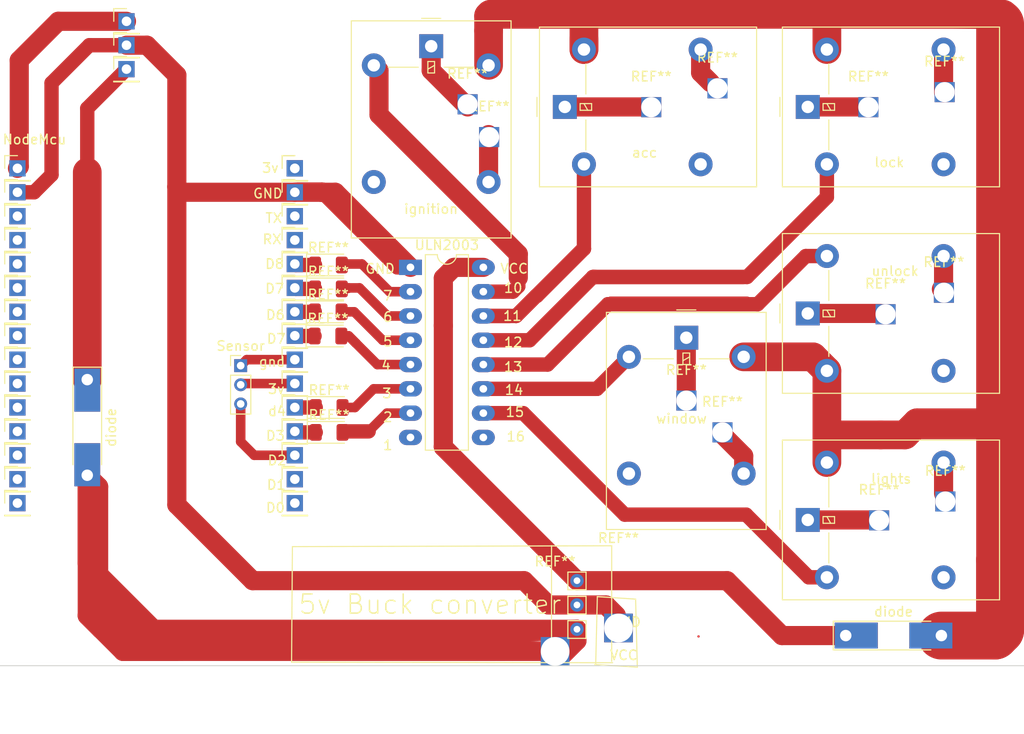
<source format=kicad_pcb>
(kicad_pcb (version 20171130) (host pcbnew 5.1.10-88a1d61d58~90~ubuntu20.04.1)

  (general
    (thickness 1.6)
    (drawings 56)
    (tracks 233)
    (zones 0)
    (modules 67)
    (nets 1)
  )

  (page A4)
  (title_block
    (title "Easy Car V_1.0")
    (date 2021-05-14)
    (rev "Under Rev")
    (company "Osghrouchen Tech")
  )

  (layers
    (0 F.Cu signal)
    (31 B.Cu signal hide)
    (32 B.Adhes user)
    (33 F.Adhes user)
    (34 B.Paste user hide)
    (35 F.Paste user)
    (36 B.SilkS user hide)
    (37 F.SilkS user hide)
    (38 B.Mask user hide)
    (39 F.Mask user hide)
    (40 Dwgs.User user hide)
    (41 Cmts.User user hide)
    (42 Eco1.User user)
    (43 Eco2.User user)
    (44 Edge.Cuts user hide)
    (45 Margin user hide)
    (46 B.CrtYd user hide)
    (47 F.CrtYd user hide)
    (48 B.Fab user hide)
    (49 F.Fab user hide)
  )

  (setup
    (last_trace_width 0.25)
    (trace_clearance 0.2)
    (zone_clearance 0.508)
    (zone_45_only no)
    (trace_min 0.2)
    (via_size 0.8)
    (via_drill 0.4)
    (via_min_size 0.4)
    (via_min_drill 0.3)
    (uvia_size 0.3)
    (uvia_drill 0.1)
    (uvias_allowed no)
    (uvia_min_size 0.2)
    (uvia_min_drill 0.1)
    (edge_width 0.05)
    (segment_width 0.2)
    (pcb_text_width 0.3)
    (pcb_text_size 1.5 1.5)
    (mod_edge_width 0.12)
    (mod_text_size 1 1)
    (mod_text_width 0.15)
    (pad_size 2.1 2.1)
    (pad_drill 2.1)
    (pad_to_mask_clearance 0)
    (aux_axis_origin 0 0)
    (visible_elements FFFFFF7F)
    (pcbplotparams
      (layerselection 0x00000_7fffffff)
      (usegerberextensions false)
      (usegerberattributes true)
      (usegerberadvancedattributes true)
      (creategerberjobfile true)
      (excludeedgelayer true)
      (linewidth 0.150000)
      (plotframeref false)
      (viasonmask false)
      (mode 1)
      (useauxorigin false)
      (hpglpennumber 1)
      (hpglpenspeed 20)
      (hpglpendiameter 15.000000)
      (psnegative false)
      (psa4output false)
      (plotreference true)
      (plotvalue true)
      (plotinvisibletext false)
      (padsonsilk false)
      (subtractmaskfromsilk false)
      (outputformat 4)
      (mirror false)
      (drillshape 0)
      (scaleselection 1)
      (outputdirectory "Desktop/"))
  )

  (net 0 "")

  (net_class Default "This is the default net class."
    (clearance 0.2)
    (trace_width 0.25)
    (via_dia 0.8)
    (via_drill 0.4)
    (uvia_dia 0.3)
    (uvia_drill 0.1)
  )

  (module Diode_SMD:D_1206_3216Metric (layer F.Cu) (tedit 5F68FEF0) (tstamp 60BC3427)
    (at 117.6 116.575)
    (descr "Diode SMD 1206 (3216 Metric), square (rectangular) end terminal, IPC_7351 nominal, (Body size source: http://www.tortai-tech.com/upload/download/2011102023233369053.pdf), generated with kicad-footprint-generator")
    (tags diode)
    (attr smd)
    (fp_text reference REF** (at 0 -1.82) (layer F.SilkS)
      (effects (font (size 1 1) (thickness 0.15)))
    )
    (fp_text value D_1206_3216Metric (at 0 1.82) (layer F.Fab)
      (effects (font (size 1 1) (thickness 0.15)))
    )
    (fp_line (start 2.28 1.12) (end -2.28 1.12) (layer F.CrtYd) (width 0.05))
    (fp_line (start 2.28 -1.12) (end 2.28 1.12) (layer F.CrtYd) (width 0.05))
    (fp_line (start -2.28 -1.12) (end 2.28 -1.12) (layer F.CrtYd) (width 0.05))
    (fp_line (start -2.28 1.12) (end -2.28 -1.12) (layer F.CrtYd) (width 0.05))
    (fp_line (start -2.285 1.135) (end 1.6 1.135) (layer F.SilkS) (width 0.12))
    (fp_line (start -2.285 -1.135) (end -2.285 1.135) (layer F.SilkS) (width 0.12))
    (fp_line (start 1.6 -1.135) (end -2.285 -1.135) (layer F.SilkS) (width 0.12))
    (fp_line (start 1.6 0.8) (end 1.6 -0.8) (layer F.Fab) (width 0.1))
    (fp_line (start -1.6 0.8) (end 1.6 0.8) (layer F.Fab) (width 0.1))
    (fp_line (start -1.6 -0.4) (end -1.6 0.8) (layer F.Fab) (width 0.1))
    (fp_line (start -1.2 -0.8) (end -1.6 -0.4) (layer F.Fab) (width 0.1))
    (fp_line (start 1.6 -0.8) (end -1.2 -0.8) (layer F.Fab) (width 0.1))
    (fp_text user %R (at 0 0) (layer F.Fab)
      (effects (font (size 0.8 0.8) (thickness 0.12)))
    )
    (pad 2 smd roundrect (at 1.4 0) (size 1.25 1.75) (layers F.Cu F.Paste F.Mask) (roundrect_rratio 0.2))
    (pad 1 smd roundrect (at -1.4 0) (size 1.25 1.75) (layers F.Cu F.Paste F.Mask) (roundrect_rratio 0.2))
    (model ${KISYS3DMOD}/Diode_SMD.3dshapes/D_1206_3216Metric.wrl
      (at (xyz 0 0 0))
      (scale (xyz 1 1 1))
      (rotate (xyz 0 0 0))
    )
  )

  (module Diode_SMD:D_1206_3216Metric (layer F.Cu) (tedit 5F68FEF0) (tstamp 60BC33DE)
    (at 117.6 113.975)
    (descr "Diode SMD 1206 (3216 Metric), square (rectangular) end terminal, IPC_7351 nominal, (Body size source: http://www.tortai-tech.com/upload/download/2011102023233369053.pdf), generated with kicad-footprint-generator")
    (tags diode)
    (attr smd)
    (fp_text reference REF** (at 0 -1.82) (layer F.SilkS)
      (effects (font (size 1 1) (thickness 0.15)))
    )
    (fp_text value D_1206_3216Metric (at 0 1.82) (layer F.Fab)
      (effects (font (size 1 1) (thickness 0.15)))
    )
    (fp_line (start 2.28 1.12) (end -2.28 1.12) (layer F.CrtYd) (width 0.05))
    (fp_line (start 2.28 -1.12) (end 2.28 1.12) (layer F.CrtYd) (width 0.05))
    (fp_line (start -2.28 -1.12) (end 2.28 -1.12) (layer F.CrtYd) (width 0.05))
    (fp_line (start -2.28 1.12) (end -2.28 -1.12) (layer F.CrtYd) (width 0.05))
    (fp_line (start -2.285 1.135) (end 1.6 1.135) (layer F.SilkS) (width 0.12))
    (fp_line (start -2.285 -1.135) (end -2.285 1.135) (layer F.SilkS) (width 0.12))
    (fp_line (start 1.6 -1.135) (end -2.285 -1.135) (layer F.SilkS) (width 0.12))
    (fp_line (start 1.6 0.8) (end 1.6 -0.8) (layer F.Fab) (width 0.1))
    (fp_line (start -1.6 0.8) (end 1.6 0.8) (layer F.Fab) (width 0.1))
    (fp_line (start -1.6 -0.4) (end -1.6 0.8) (layer F.Fab) (width 0.1))
    (fp_line (start -1.2 -0.8) (end -1.6 -0.4) (layer F.Fab) (width 0.1))
    (fp_line (start 1.6 -0.8) (end -1.2 -0.8) (layer F.Fab) (width 0.1))
    (fp_text user %R (at 0 0) (layer F.Fab)
      (effects (font (size 0.8 0.8) (thickness 0.12)))
    )
    (pad 2 smd roundrect (at 1.4 0) (size 1.25 1.75) (layers F.Cu F.Paste F.Mask) (roundrect_rratio 0.2))
    (pad 1 smd roundrect (at -1.4 0) (size 1.25 1.75) (layers F.Cu F.Paste F.Mask) (roundrect_rratio 0.2))
    (model ${KISYS3DMOD}/Diode_SMD.3dshapes/D_1206_3216Metric.wrl
      (at (xyz 0 0 0))
      (scale (xyz 1 1 1))
      (rotate (xyz 0 0 0))
    )
  )

  (module Diode_SMD:D_1206_3216Metric (layer F.Cu) (tedit 5F68FEF0) (tstamp 60BC3395)
    (at 117.475 106.5)
    (descr "Diode SMD 1206 (3216 Metric), square (rectangular) end terminal, IPC_7351 nominal, (Body size source: http://www.tortai-tech.com/upload/download/2011102023233369053.pdf), generated with kicad-footprint-generator")
    (tags diode)
    (attr smd)
    (fp_text reference REF** (at 0 -1.82) (layer F.SilkS)
      (effects (font (size 1 1) (thickness 0.15)))
    )
    (fp_text value D_1206_3216Metric (at 0 1.82) (layer F.Fab)
      (effects (font (size 1 1) (thickness 0.15)))
    )
    (fp_line (start 2.28 1.12) (end -2.28 1.12) (layer F.CrtYd) (width 0.05))
    (fp_line (start 2.28 -1.12) (end 2.28 1.12) (layer F.CrtYd) (width 0.05))
    (fp_line (start -2.28 -1.12) (end 2.28 -1.12) (layer F.CrtYd) (width 0.05))
    (fp_line (start -2.28 1.12) (end -2.28 -1.12) (layer F.CrtYd) (width 0.05))
    (fp_line (start -2.285 1.135) (end 1.6 1.135) (layer F.SilkS) (width 0.12))
    (fp_line (start -2.285 -1.135) (end -2.285 1.135) (layer F.SilkS) (width 0.12))
    (fp_line (start 1.6 -1.135) (end -2.285 -1.135) (layer F.SilkS) (width 0.12))
    (fp_line (start 1.6 0.8) (end 1.6 -0.8) (layer F.Fab) (width 0.1))
    (fp_line (start -1.6 0.8) (end 1.6 0.8) (layer F.Fab) (width 0.1))
    (fp_line (start -1.6 -0.4) (end -1.6 0.8) (layer F.Fab) (width 0.1))
    (fp_line (start -1.2 -0.8) (end -1.6 -0.4) (layer F.Fab) (width 0.1))
    (fp_line (start 1.6 -0.8) (end -1.2 -0.8) (layer F.Fab) (width 0.1))
    (fp_text user %R (at 0 0) (layer F.Fab)
      (effects (font (size 0.8 0.8) (thickness 0.12)))
    )
    (pad 2 smd roundrect (at 1.4 0) (size 1.25 1.75) (layers F.Cu F.Paste F.Mask) (roundrect_rratio 0.2))
    (pad 1 smd roundrect (at -1.4 0) (size 1.25 1.75) (layers F.Cu F.Paste F.Mask) (roundrect_rratio 0.2))
    (model ${KISYS3DMOD}/Diode_SMD.3dshapes/D_1206_3216Metric.wrl
      (at (xyz 0 0 0))
      (scale (xyz 1 1 1))
      (rotate (xyz 0 0 0))
    )
  )

  (module Diode_SMD:D_1206_3216Metric (layer F.Cu) (tedit 5F68FEF0) (tstamp 60BC334C)
    (at 117.5 103.975)
    (descr "Diode SMD 1206 (3216 Metric), square (rectangular) end terminal, IPC_7351 nominal, (Body size source: http://www.tortai-tech.com/upload/download/2011102023233369053.pdf), generated with kicad-footprint-generator")
    (tags diode)
    (attr smd)
    (fp_text reference REF** (at 0 -1.82) (layer F.SilkS)
      (effects (font (size 1 1) (thickness 0.15)))
    )
    (fp_text value D_1206_3216Metric (at 0 1.82) (layer F.Fab)
      (effects (font (size 1 1) (thickness 0.15)))
    )
    (fp_line (start 2.28 1.12) (end -2.28 1.12) (layer F.CrtYd) (width 0.05))
    (fp_line (start 2.28 -1.12) (end 2.28 1.12) (layer F.CrtYd) (width 0.05))
    (fp_line (start -2.28 -1.12) (end 2.28 -1.12) (layer F.CrtYd) (width 0.05))
    (fp_line (start -2.28 1.12) (end -2.28 -1.12) (layer F.CrtYd) (width 0.05))
    (fp_line (start -2.285 1.135) (end 1.6 1.135) (layer F.SilkS) (width 0.12))
    (fp_line (start -2.285 -1.135) (end -2.285 1.135) (layer F.SilkS) (width 0.12))
    (fp_line (start 1.6 -1.135) (end -2.285 -1.135) (layer F.SilkS) (width 0.12))
    (fp_line (start 1.6 0.8) (end 1.6 -0.8) (layer F.Fab) (width 0.1))
    (fp_line (start -1.6 0.8) (end 1.6 0.8) (layer F.Fab) (width 0.1))
    (fp_line (start -1.6 -0.4) (end -1.6 0.8) (layer F.Fab) (width 0.1))
    (fp_line (start -1.2 -0.8) (end -1.6 -0.4) (layer F.Fab) (width 0.1))
    (fp_line (start 1.6 -0.8) (end -1.2 -0.8) (layer F.Fab) (width 0.1))
    (fp_text user %R (at 0 0) (layer F.Fab)
      (effects (font (size 0.8 0.8) (thickness 0.12)))
    )
    (pad 2 smd roundrect (at 1.4 0) (size 1.25 1.75) (layers F.Cu F.Paste F.Mask) (roundrect_rratio 0.2))
    (pad 1 smd roundrect (at -1.4 0) (size 1.25 1.75) (layers F.Cu F.Paste F.Mask) (roundrect_rratio 0.2))
    (model ${KISYS3DMOD}/Diode_SMD.3dshapes/D_1206_3216Metric.wrl
      (at (xyz 0 0 0))
      (scale (xyz 1 1 1))
      (rotate (xyz 0 0 0))
    )
  )

  (module Diode_SMD:D_1206_3216Metric (layer F.Cu) (tedit 5F68FEF0) (tstamp 60BC3303)
    (at 117.525 101.575)
    (descr "Diode SMD 1206 (3216 Metric), square (rectangular) end terminal, IPC_7351 nominal, (Body size source: http://www.tortai-tech.com/upload/download/2011102023233369053.pdf), generated with kicad-footprint-generator")
    (tags diode)
    (attr smd)
    (fp_text reference REF** (at 0 -1.82) (layer F.SilkS)
      (effects (font (size 1 1) (thickness 0.15)))
    )
    (fp_text value D_1206_3216Metric (at 0 1.82) (layer F.Fab)
      (effects (font (size 1 1) (thickness 0.15)))
    )
    (fp_line (start 2.28 1.12) (end -2.28 1.12) (layer F.CrtYd) (width 0.05))
    (fp_line (start 2.28 -1.12) (end 2.28 1.12) (layer F.CrtYd) (width 0.05))
    (fp_line (start -2.28 -1.12) (end 2.28 -1.12) (layer F.CrtYd) (width 0.05))
    (fp_line (start -2.28 1.12) (end -2.28 -1.12) (layer F.CrtYd) (width 0.05))
    (fp_line (start -2.285 1.135) (end 1.6 1.135) (layer F.SilkS) (width 0.12))
    (fp_line (start -2.285 -1.135) (end -2.285 1.135) (layer F.SilkS) (width 0.12))
    (fp_line (start 1.6 -1.135) (end -2.285 -1.135) (layer F.SilkS) (width 0.12))
    (fp_line (start 1.6 0.8) (end 1.6 -0.8) (layer F.Fab) (width 0.1))
    (fp_line (start -1.6 0.8) (end 1.6 0.8) (layer F.Fab) (width 0.1))
    (fp_line (start -1.6 -0.4) (end -1.6 0.8) (layer F.Fab) (width 0.1))
    (fp_line (start -1.2 -0.8) (end -1.6 -0.4) (layer F.Fab) (width 0.1))
    (fp_line (start 1.6 -0.8) (end -1.2 -0.8) (layer F.Fab) (width 0.1))
    (fp_text user %R (at 0 0) (layer F.Fab)
      (effects (font (size 0.8 0.8) (thickness 0.12)))
    )
    (pad 2 smd roundrect (at 1.4 0) (size 1.25 1.75) (layers F.Cu F.Paste F.Mask) (roundrect_rratio 0.2))
    (pad 1 smd roundrect (at -1.4 0) (size 1.25 1.75) (layers F.Cu F.Paste F.Mask) (roundrect_rratio 0.2))
    (model ${KISYS3DMOD}/Diode_SMD.3dshapes/D_1206_3216Metric.wrl
      (at (xyz 0 0 0))
      (scale (xyz 1 1 1))
      (rotate (xyz 0 0 0))
    )
  )

  (module Diode_SMD:D_1206_3216Metric (layer F.Cu) (tedit 5F68FEF0) (tstamp 60BC32BA)
    (at 117.525 99.075)
    (descr "Diode SMD 1206 (3216 Metric), square (rectangular) end terminal, IPC_7351 nominal, (Body size source: http://www.tortai-tech.com/upload/download/2011102023233369053.pdf), generated with kicad-footprint-generator")
    (tags diode)
    (attr smd)
    (fp_text reference REF** (at 0 -1.82) (layer F.SilkS)
      (effects (font (size 1 1) (thickness 0.15)))
    )
    (fp_text value D_1206_3216Metric (at 0 1.82) (layer F.Fab)
      (effects (font (size 1 1) (thickness 0.15)))
    )
    (fp_line (start 2.28 1.12) (end -2.28 1.12) (layer F.CrtYd) (width 0.05))
    (fp_line (start 2.28 -1.12) (end 2.28 1.12) (layer F.CrtYd) (width 0.05))
    (fp_line (start -2.28 -1.12) (end 2.28 -1.12) (layer F.CrtYd) (width 0.05))
    (fp_line (start -2.28 1.12) (end -2.28 -1.12) (layer F.CrtYd) (width 0.05))
    (fp_line (start -2.285 1.135) (end 1.6 1.135) (layer F.SilkS) (width 0.12))
    (fp_line (start -2.285 -1.135) (end -2.285 1.135) (layer F.SilkS) (width 0.12))
    (fp_line (start 1.6 -1.135) (end -2.285 -1.135) (layer F.SilkS) (width 0.12))
    (fp_line (start 1.6 0.8) (end 1.6 -0.8) (layer F.Fab) (width 0.1))
    (fp_line (start -1.6 0.8) (end 1.6 0.8) (layer F.Fab) (width 0.1))
    (fp_line (start -1.6 -0.4) (end -1.6 0.8) (layer F.Fab) (width 0.1))
    (fp_line (start -1.2 -0.8) (end -1.6 -0.4) (layer F.Fab) (width 0.1))
    (fp_line (start 1.6 -0.8) (end -1.2 -0.8) (layer F.Fab) (width 0.1))
    (fp_text user %R (at 0 0) (layer F.Fab)
      (effects (font (size 0.8 0.8) (thickness 0.12)))
    )
    (pad 2 smd roundrect (at 1.4 0) (size 1.25 1.75) (layers F.Cu F.Paste F.Mask) (roundrect_rratio 0.2))
    (pad 1 smd roundrect (at -1.4 0) (size 1.25 1.75) (layers F.Cu F.Paste F.Mask) (roundrect_rratio 0.2))
    (model ${KISYS3DMOD}/Diode_SMD.3dshapes/D_1206_3216Metric.wrl
      (at (xyz 0 0 0))
      (scale (xyz 1 1 1))
      (rotate (xyz 0 0 0))
    )
  )

  (module MountingHole:MountingHole_2.1mm (layer F.Cu) (tedit 60B81F15) (tstamp 60B8DE85)
    (at 182.025 123.8)
    (descr "Mounting Hole 2.1mm, no annular")
    (tags "mounting hole 2.1mm no annular")
    (attr virtual)
    (fp_text reference REF** (at 0 -3.2) (layer F.SilkS)
      (effects (font (size 1 1) (thickness 0.15)))
    )
    (fp_text value MountingHole_2.1mm (at 0 3.2) (layer F.Fab)
      (effects (font (size 1 1) (thickness 0.15)))
    )
    (fp_circle (center 0 0) (end 2.1 0) (layer Cmts.User) (width 0.15))
    (fp_circle (center 0 0) (end 2.35 0) (layer F.CrtYd) (width 0.05))
    (fp_text user %R (at 0.3 0) (layer F.Fab)
      (effects (font (size 1 1) (thickness 0.15)))
    )
    (pad "" np_thru_hole rect (at 0 0) (size 2.1 2.1) (drill 2.1) (layers *.Cu *.Mask))
  )

  (module MountingHole:MountingHole_2.1mm (layer F.Cu) (tedit 60B81F08) (tstamp 60B8DE68)
    (at 175.1 125.775)
    (descr "Mounting Hole 2.1mm, no annular")
    (tags "mounting hole 2.1mm no annular")
    (attr virtual)
    (fp_text reference REF** (at 0 -3.2) (layer F.SilkS)
      (effects (font (size 1 1) (thickness 0.15)))
    )
    (fp_text value MountingHole_2.1mm (at 0 3.2) (layer F.Fab)
      (effects (font (size 1 1) (thickness 0.15)))
    )
    (fp_circle (center 0 0) (end 2.1 0) (layer Cmts.User) (width 0.15))
    (fp_circle (center 0 0) (end 2.35 0) (layer F.CrtYd) (width 0.05))
    (fp_text user %R (at 0.3 0) (layer F.Fab)
      (effects (font (size 1 1) (thickness 0.15)))
    )
    (pad "" np_thru_hole rect (at 0 0) (size 2.1 2.1) (drill 2.1) (layers *.Cu *.Mask))
  )

  (module MountingHole:MountingHole_2.1mm (layer F.Cu) (tedit 60B81F4F) (tstamp 60B8DE4B)
    (at 154.95 113.25)
    (descr "Mounting Hole 2.1mm, no annular")
    (tags "mounting hole 2.1mm no annular")
    (attr virtual)
    (fp_text reference REF** (at 0 -3.2) (layer F.SilkS)
      (effects (font (size 1 1) (thickness 0.15)))
    )
    (fp_text value MountingHole_2.1mm (at 0 3.2) (layer F.Fab)
      (effects (font (size 1 1) (thickness 0.15)))
    )
    (fp_circle (center 0 0) (end 2.1 0) (layer Cmts.User) (width 0.15))
    (fp_circle (center 0 0) (end 2.35 0) (layer F.CrtYd) (width 0.05))
    (fp_text user %R (at 0.3 0) (layer F.Fab)
      (effects (font (size 1 1) (thickness 0.15)))
    )
    (pad "" np_thru_hole rect (at 0 0) (size 2.1 2.1) (drill 2.1) (layers *.Cu *.Mask))
  )

  (module MountingHole:MountingHole_2.1mm (layer F.Cu) (tedit 60B81F40) (tstamp 60B8DE2E)
    (at 158.725 116.575)
    (descr "Mounting Hole 2.1mm, no annular")
    (tags "mounting hole 2.1mm no annular")
    (attr virtual)
    (fp_text reference REF** (at 0 -3.2) (layer F.SilkS)
      (effects (font (size 1 1) (thickness 0.15)))
    )
    (fp_text value MountingHole_2.1mm (at 0 3.2) (layer F.Fab)
      (effects (font (size 1 1) (thickness 0.15)))
    )
    (fp_circle (center 0 0) (end 2.1 0) (layer Cmts.User) (width 0.15))
    (fp_circle (center 0 0) (end 2.35 0) (layer F.CrtYd) (width 0.05))
    (fp_text user %R (at 0.3 0) (layer F.Fab)
      (effects (font (size 1 1) (thickness 0.15)))
    )
    (pad "" np_thru_hole rect (at 0 0) (size 2.1 2.1) (drill 2.1) (layers *.Cu *.Mask))
  )

  (module MountingHole:MountingHole_2.1mm (layer F.Cu) (tedit 60B81F59) (tstamp 60B8DE11)
    (at 175.775 104.225)
    (descr "Mounting Hole 2.1mm, no annular")
    (tags "mounting hole 2.1mm no annular")
    (attr virtual)
    (fp_text reference REF** (at 0 -3.2) (layer F.SilkS)
      (effects (font (size 1 1) (thickness 0.15)))
    )
    (fp_text value MountingHole_2.1mm (at 0 3.2) (layer F.Fab)
      (effects (font (size 1 1) (thickness 0.15)))
    )
    (fp_circle (center 0 0) (end 2.1 0) (layer Cmts.User) (width 0.15))
    (fp_circle (center 0 0) (end 2.35 0) (layer F.CrtYd) (width 0.05))
    (fp_text user %R (at 0.3 0) (layer F.Fab)
      (effects (font (size 1 1) (thickness 0.15)))
    )
    (pad "" np_thru_hole rect (at 0 0) (size 2.1 2.1) (drill 2.1) (layers *.Cu *.Mask))
  )

  (module MountingHole:MountingHole_2.1mm (layer F.Cu) (tedit 60B81F6B) (tstamp 60B8DDF4)
    (at 181.875 101.975)
    (descr "Mounting Hole 2.1mm, no annular")
    (tags "mounting hole 2.1mm no annular")
    (attr virtual)
    (fp_text reference REF** (at 0 -3.2) (layer F.SilkS)
      (effects (font (size 1 1) (thickness 0.15)))
    )
    (fp_text value MountingHole_2.1mm (at 0 3.2) (layer F.Fab)
      (effects (font (size 1 1) (thickness 0.15)))
    )
    (fp_circle (center 0 0) (end 2.1 0) (layer Cmts.User) (width 0.15))
    (fp_circle (center 0 0) (end 2.35 0) (layer F.CrtYd) (width 0.05))
    (fp_text user %R (at 0.3 0) (layer F.Fab)
      (effects (font (size 1 1) (thickness 0.15)))
    )
    (pad "" np_thru_hole rect (at 0 0) (size 2.1 2.1) (drill 2.1) (layers *.Cu *.Mask))
  )

  (module MountingHole:MountingHole_2.1mm (layer F.Cu) (tedit 60B81FB8) (tstamp 60B8DB46)
    (at 173.975 82.575)
    (descr "Mounting Hole 2.1mm, no annular")
    (tags "mounting hole 2.1mm no annular")
    (attr virtual)
    (fp_text reference REF** (at 0 -3.2) (layer F.SilkS)
      (effects (font (size 1 1) (thickness 0.15)))
    )
    (fp_text value MountingHole_2.1mm (at 0 3.2) (layer F.Fab)
      (effects (font (size 1 1) (thickness 0.15)))
    )
    (fp_circle (center 0 0) (end 2.1 0) (layer Cmts.User) (width 0.15))
    (fp_circle (center 0 0) (end 2.35 0) (layer F.CrtYd) (width 0.05))
    (fp_text user %R (at 0.3 0) (layer F.Fab)
      (effects (font (size 1 1) (thickness 0.15)))
    )
    (pad "" np_thru_hole rect (at 0 0) (size 2.1 2.1) (drill 2.1) (layers *.Cu *.Mask))
  )

  (module MountingHole:MountingHole_2.1mm (layer F.Cu) (tedit 60B81FE9) (tstamp 60B8DB29)
    (at 181.95 81)
    (descr "Mounting Hole 2.1mm, no annular")
    (tags "mounting hole 2.1mm no annular")
    (attr virtual)
    (fp_text reference REF** (at 0 -3.2) (layer F.SilkS)
      (effects (font (size 1 1) (thickness 0.15)))
    )
    (fp_text value MountingHole_2.1mm (at 0 3.2) (layer F.Fab)
      (effects (font (size 1 1) (thickness 0.15)))
    )
    (fp_circle (center 0 0) (end 2.1 0) (layer Cmts.User) (width 0.15))
    (fp_circle (center 0 0) (end 2.35 0) (layer F.CrtYd) (width 0.05))
    (fp_text user %R (at 0.3 0) (layer F.Fab)
      (effects (font (size 1 1) (thickness 0.15)))
    )
    (pad "" np_thru_hole rect (at 0 0) (size 2.1 2.1) (drill 2.1) (layers *.Cu *.Mask))
  )

  (module MountingHole:MountingHole_2.1mm (layer F.Cu) (tedit 60B81FC5) (tstamp 60B8DB0C)
    (at 151.275 82.575)
    (descr "Mounting Hole 2.1mm, no annular")
    (tags "mounting hole 2.1mm no annular")
    (attr virtual)
    (fp_text reference REF** (at 0 -3.2) (layer F.SilkS)
      (effects (font (size 1 1) (thickness 0.15)))
    )
    (fp_text value MountingHole_2.1mm (at 0 3.2) (layer F.Fab)
      (effects (font (size 1 1) (thickness 0.15)))
    )
    (fp_circle (center 0 0) (end 2.1 0) (layer Cmts.User) (width 0.15))
    (fp_circle (center 0 0) (end 2.35 0) (layer F.CrtYd) (width 0.05))
    (fp_text user %R (at 0.3 0) (layer F.Fab)
      (effects (font (size 1 1) (thickness 0.15)))
    )
    (pad "" np_thru_hole rect (at 0 0) (size 2.1 2.1) (drill 2.1) (layers *.Cu *.Mask))
  )

  (module MountingHole:MountingHole_2.1mm (layer F.Cu) (tedit 60B81FDC) (tstamp 60B8DAEF)
    (at 158.2 80.6)
    (descr "Mounting Hole 2.1mm, no annular")
    (tags "mounting hole 2.1mm no annular")
    (attr virtual)
    (fp_text reference REF** (at 0 -3.2) (layer F.SilkS)
      (effects (font (size 1 1) (thickness 0.15)))
    )
    (fp_text value MountingHole_2.1mm (at 0 3.2) (layer F.Fab)
      (effects (font (size 1 1) (thickness 0.15)))
    )
    (fp_circle (center 0 0) (end 2.1 0) (layer Cmts.User) (width 0.15))
    (fp_circle (center 0 0) (end 2.35 0) (layer F.CrtYd) (width 0.05))
    (fp_text user %R (at 0.3 0) (layer F.Fab)
      (effects (font (size 1 1) (thickness 0.15)))
    )
    (pad "" np_thru_hole rect (at 0 0) (size 2.1 2.1) (drill 2.1) (layers *.Cu *.Mask))
  )

  (module MountingHole:MountingHole_2.1mm (layer F.Cu) (tedit 60B81F89) (tstamp 60B8D9F1)
    (at 132.075 82.275)
    (descr "Mounting Hole 2.1mm, no annular")
    (tags "mounting hole 2.1mm no annular")
    (attr virtual)
    (fp_text reference REF** (at 0 -3.2) (layer F.SilkS)
      (effects (font (size 1 1) (thickness 0.15)))
    )
    (fp_text value MountingHole_2.1mm (at 0 3.2) (layer F.Fab)
      (effects (font (size 1 1) (thickness 0.15)))
    )
    (fp_circle (center 0 0) (end 2.1 0) (layer Cmts.User) (width 0.15))
    (fp_circle (center 0 0) (end 2.35 0) (layer F.CrtYd) (width 0.05))
    (fp_text user %R (at 0.3 0) (layer F.Fab)
      (effects (font (size 1 1) (thickness 0.15)))
    )
    (pad "" np_thru_hole rect (at 0 0) (size 2.1 2.1) (drill 2.1) (layers *.Cu *.Mask))
  )

  (module MountingHole:MountingHole_2.1mm (layer F.Cu) (tedit 60B81F98) (tstamp 60B8D9D4)
    (at 134.325 85.7)
    (descr "Mounting Hole 2.1mm, no annular")
    (tags "mounting hole 2.1mm no annular")
    (attr virtual)
    (fp_text reference REF** (at 0 -3.2) (layer F.SilkS)
      (effects (font (size 1 1) (thickness 0.15)))
    )
    (fp_text value MountingHole_2.1mm (at 0 3.2) (layer F.Fab)
      (effects (font (size 1 1) (thickness 0.15)))
    )
    (fp_circle (center 0 0) (end 2.1 0) (layer Cmts.User) (width 0.15))
    (fp_circle (center 0 0) (end 2.35 0) (layer F.CrtYd) (width 0.05))
    (fp_text user %R (at 0.3 0) (layer F.Fab)
      (effects (font (size 1 1) (thickness 0.15)))
    )
    (pad "" np_thru_hole rect (at 0 0) (size 2.1 2.1) (drill 2.1) (layers *.Cu *.Mask))
  )

  (module MountingHole:MountingHole_8.4mm_M8 (layer F.Cu) (tedit 60B81CBD) (tstamp 60B8D6D2)
    (at 141.225 139.475)
    (descr "Mounting Hole 8.4mm, no annular, M8")
    (tags "mounting hole 8.4mm no annular m8")
    (attr virtual)
    (fp_text reference REF** (at 0 -9.4) (layer F.SilkS)
      (effects (font (size 1 1) (thickness 0.15)))
    )
    (fp_text value MountingHole_8.4mm_M8 (at 0 9.4) (layer F.Fab)
      (effects (font (size 1 1) (thickness 0.15)))
    )
    (fp_circle (center 0 0) (end 8.65 0) (layer F.CrtYd) (width 0.05))
    (fp_circle (center 0 0) (end 8.4 0) (layer Cmts.User) (width 0.15))
    (fp_text user %R (at 0.3 0) (layer F.Fab)
      (effects (font (size 1 1) (thickness 0.15)))
    )
    (pad "" np_thru_hole rect (at 0 0) (size 3 3) (drill 3) (layers *.Cu *.Mask))
  )

  (module MountingHole:MountingHole_8.4mm_M8 (layer F.Cu) (tedit 60B81CBD) (tstamp 60B8D63C)
    (at 147.85 137.025)
    (descr "Mounting Hole 8.4mm, no annular, M8")
    (tags "mounting hole 8.4mm no annular m8")
    (attr virtual)
    (fp_text reference REF** (at 0 -9.4) (layer F.SilkS)
      (effects (font (size 1 1) (thickness 0.15)))
    )
    (fp_text value MountingHole_8.4mm_M8 (at 0 9.4) (layer F.Fab)
      (effects (font (size 1 1) (thickness 0.15)))
    )
    (fp_circle (center 0 0) (end 8.4 0) (layer Cmts.User) (width 0.15))
    (fp_circle (center 0 0) (end 8.65 0) (layer F.CrtYd) (width 0.05))
    (fp_text user %R (at 0.3 0) (layer F.Fab)
      (effects (font (size 1 1) (thickness 0.15)))
    )
    (pad "" np_thru_hole rect (at 0 0) (size 3 3) (drill 3) (layers *.Cu *.Mask))
  )

  (module Connector_PinHeader_2.54mm:PinHeader_1x01_P2.54mm_Vertical (layer F.Cu) (tedit 59FED5CC) (tstamp 60B817FA)
    (at 96.412 76.097)
    (descr "Through hole straight pin header, 1x01, 2.54mm pitch, single row")
    (tags "Through hole pin header THT 1x01 2.54mm single row")
    (fp_text reference REF** (at 0 -2.33) (layer F.SilkS) hide
      (effects (font (size 1 1) (thickness 0.15)))
    )
    (fp_text value PinHeader_1x01_P2.54mm_Vertical (at 0 2.33) (layer F.Fab) hide
      (effects (font (size 1 1) (thickness 0.15)))
    )
    (fp_line (start 1.8 -1.8) (end -1.8 -1.8) (layer F.CrtYd) (width 0.05))
    (fp_line (start 1.8 1.8) (end 1.8 -1.8) (layer F.CrtYd) (width 0.05))
    (fp_line (start -1.8 1.8) (end 1.8 1.8) (layer F.CrtYd) (width 0.05))
    (fp_line (start -1.8 -1.8) (end -1.8 1.8) (layer F.CrtYd) (width 0.05))
    (fp_line (start -1.33 -1.33) (end 0 -1.33) (layer F.SilkS) (width 0.12))
    (fp_line (start -1.33 0) (end -1.33 -1.33) (layer F.SilkS) (width 0.12))
    (fp_line (start -1.33 1.27) (end 1.33 1.27) (layer F.SilkS) (width 0.12))
    (fp_line (start 1.33 1.27) (end 1.33 1.33) (layer F.SilkS) (width 0.12))
    (fp_line (start -1.33 1.27) (end -1.33 1.33) (layer F.SilkS) (width 0.12))
    (fp_line (start -1.33 1.33) (end 1.33 1.33) (layer F.SilkS) (width 0.12))
    (fp_line (start -1.27 -0.635) (end -0.635 -1.27) (layer F.Fab) (width 0.1))
    (fp_line (start -1.27 1.27) (end -1.27 -0.635) (layer F.Fab) (width 0.1))
    (fp_line (start 1.27 1.27) (end -1.27 1.27) (layer F.Fab) (width 0.1))
    (fp_line (start 1.27 -1.27) (end 1.27 1.27) (layer F.Fab) (width 0.1))
    (fp_line (start -0.635 -1.27) (end 1.27 -1.27) (layer F.Fab) (width 0.1))
    (fp_text user %R (at 0 0 90) (layer F.Fab) hide
      (effects (font (size 1 1) (thickness 0.15)))
    )
    (pad 1 thru_hole rect (at 0 0) (size 1.7 1.7) (drill 1) (layers *.Cu *.Mask))
    (model ${KISYS3DMOD}/Connector_PinHeader_2.54mm.3dshapes/PinHeader_1x01_P2.54mm_Vertical.wrl
      (at (xyz 0 0 0))
      (scale (xyz 1 1 1))
      (rotate (xyz 0 0 0))
    )
  )

  (module Connector_PinHeader_2.54mm:PinHeader_1x01_P2.54mm_Vertical (layer F.Cu) (tedit 59FED5CC) (tstamp 60B817E6)
    (at 96.412 73.597)
    (descr "Through hole straight pin header, 1x01, 2.54mm pitch, single row")
    (tags "Through hole pin header THT 1x01 2.54mm single row")
    (fp_text reference REF** (at 0 -2.33) (layer F.SilkS) hide
      (effects (font (size 1 1) (thickness 0.15)))
    )
    (fp_text value PinHeader_1x01_P2.54mm_Vertical (at 0 2.33) (layer F.Fab) hide
      (effects (font (size 1 1) (thickness 0.15)))
    )
    (fp_line (start 1.8 -1.8) (end -1.8 -1.8) (layer F.CrtYd) (width 0.05))
    (fp_line (start 1.8 1.8) (end 1.8 -1.8) (layer F.CrtYd) (width 0.05))
    (fp_line (start -1.8 1.8) (end 1.8 1.8) (layer F.CrtYd) (width 0.05))
    (fp_line (start -1.8 -1.8) (end -1.8 1.8) (layer F.CrtYd) (width 0.05))
    (fp_line (start -1.33 -1.33) (end 0 -1.33) (layer F.SilkS) (width 0.12))
    (fp_line (start -1.33 0) (end -1.33 -1.33) (layer F.SilkS) (width 0.12))
    (fp_line (start -1.33 1.27) (end 1.33 1.27) (layer F.SilkS) (width 0.12))
    (fp_line (start 1.33 1.27) (end 1.33 1.33) (layer F.SilkS) (width 0.12))
    (fp_line (start -1.33 1.27) (end -1.33 1.33) (layer F.SilkS) (width 0.12))
    (fp_line (start -1.33 1.33) (end 1.33 1.33) (layer F.SilkS) (width 0.12))
    (fp_line (start -1.27 -0.635) (end -0.635 -1.27) (layer F.Fab) (width 0.1))
    (fp_line (start -1.27 1.27) (end -1.27 -0.635) (layer F.Fab) (width 0.1))
    (fp_line (start 1.27 1.27) (end -1.27 1.27) (layer F.Fab) (width 0.1))
    (fp_line (start 1.27 -1.27) (end 1.27 1.27) (layer F.Fab) (width 0.1))
    (fp_line (start -0.635 -1.27) (end 1.27 -1.27) (layer F.Fab) (width 0.1))
    (fp_text user %R (at 0 0 90) (layer F.Fab) hide
      (effects (font (size 1 1) (thickness 0.15)))
    )
    (pad 1 thru_hole rect (at 0 0) (size 1.7 1.7) (drill 1) (layers *.Cu *.Mask))
    (model ${KISYS3DMOD}/Connector_PinHeader_2.54mm.3dshapes/PinHeader_1x01_P2.54mm_Vertical.wrl
      (at (xyz 0 0 0))
      (scale (xyz 1 1 1))
      (rotate (xyz 0 0 0))
    )
  )

  (module Connector_PinHeader_2.54mm:PinHeader_1x01_P2.54mm_Vertical (layer F.Cu) (tedit 59FED5CC) (tstamp 60B817D2)
    (at 96.412 78.597)
    (descr "Through hole straight pin header, 1x01, 2.54mm pitch, single row")
    (tags "Through hole pin header THT 1x01 2.54mm single row")
    (fp_text reference REF** (at 0 -2.33) (layer F.SilkS) hide
      (effects (font (size 1 1) (thickness 0.15)))
    )
    (fp_text value PinHeader_1x01_P2.54mm_Vertical (at 0 2.33) (layer F.Fab) hide
      (effects (font (size 1 1) (thickness 0.15)))
    )
    (fp_line (start 1.8 -1.8) (end -1.8 -1.8) (layer F.CrtYd) (width 0.05))
    (fp_line (start 1.8 1.8) (end 1.8 -1.8) (layer F.CrtYd) (width 0.05))
    (fp_line (start -1.8 1.8) (end 1.8 1.8) (layer F.CrtYd) (width 0.05))
    (fp_line (start -1.8 -1.8) (end -1.8 1.8) (layer F.CrtYd) (width 0.05))
    (fp_line (start -1.33 -1.33) (end 0 -1.33) (layer F.SilkS) (width 0.12))
    (fp_line (start -1.33 0) (end -1.33 -1.33) (layer F.SilkS) (width 0.12))
    (fp_line (start -1.33 1.27) (end 1.33 1.27) (layer F.SilkS) (width 0.12))
    (fp_line (start 1.33 1.27) (end 1.33 1.33) (layer F.SilkS) (width 0.12))
    (fp_line (start -1.33 1.27) (end -1.33 1.33) (layer F.SilkS) (width 0.12))
    (fp_line (start -1.33 1.33) (end 1.33 1.33) (layer F.SilkS) (width 0.12))
    (fp_line (start -1.27 -0.635) (end -0.635 -1.27) (layer F.Fab) (width 0.1))
    (fp_line (start -1.27 1.27) (end -1.27 -0.635) (layer F.Fab) (width 0.1))
    (fp_line (start 1.27 1.27) (end -1.27 1.27) (layer F.Fab) (width 0.1))
    (fp_line (start 1.27 -1.27) (end 1.27 1.27) (layer F.Fab) (width 0.1))
    (fp_line (start -0.635 -1.27) (end 1.27 -1.27) (layer F.Fab) (width 0.1))
    (fp_text user %R (at 0 0 90) (layer F.Fab) hide
      (effects (font (size 1 1) (thickness 0.15)))
    )
    (pad 1 thru_hole rect (at 0 0) (size 1.7 1.7) (drill 1) (layers *.Cu *.Mask))
    (model ${KISYS3DMOD}/Connector_PinHeader_2.54mm.3dshapes/PinHeader_1x01_P2.54mm_Vertical.wrl
      (at (xyz 0 0 0))
      (scale (xyz 1 1 1))
      (rotate (xyz 0 0 0))
    )
  )

  (module Connector_PinHeader_2.54mm:PinHeader_1x01_P2.54mm_Vertical (layer F.Cu) (tedit 59FED5CC) (tstamp 60A46DE7)
    (at 114.012 118.972)
    (descr "Through hole straight pin header, 1x01, 2.54mm pitch, single row")
    (tags "Through hole pin header THT 1x01 2.54mm single row")
    (fp_text reference REF** (at 0 -2.33) (layer F.SilkS) hide
      (effects (font (size 1 1) (thickness 0.15)))
    )
    (fp_text value PinHeader_1x01_P2.54mm_Vertical (at 0 2.33) (layer F.Fab) hide
      (effects (font (size 1 1) (thickness 0.15)))
    )
    (fp_line (start 1.8 -1.8) (end -1.8 -1.8) (layer F.CrtYd) (width 0.05))
    (fp_line (start 1.8 1.8) (end 1.8 -1.8) (layer F.CrtYd) (width 0.05))
    (fp_line (start -1.8 1.8) (end 1.8 1.8) (layer F.CrtYd) (width 0.05))
    (fp_line (start -1.8 -1.8) (end -1.8 1.8) (layer F.CrtYd) (width 0.05))
    (fp_line (start -1.33 -1.33) (end 0 -1.33) (layer F.SilkS) (width 0.12))
    (fp_line (start -1.33 0) (end -1.33 -1.33) (layer F.SilkS) (width 0.12))
    (fp_line (start -1.33 1.27) (end 1.33 1.27) (layer F.SilkS) (width 0.12))
    (fp_line (start 1.33 1.27) (end 1.33 1.33) (layer F.SilkS) (width 0.12))
    (fp_line (start -1.33 1.27) (end -1.33 1.33) (layer F.SilkS) (width 0.12))
    (fp_line (start -1.33 1.33) (end 1.33 1.33) (layer F.SilkS) (width 0.12))
    (fp_line (start -1.27 -0.635) (end -0.635 -1.27) (layer F.Fab) (width 0.1))
    (fp_line (start -1.27 1.27) (end -1.27 -0.635) (layer F.Fab) (width 0.1))
    (fp_line (start 1.27 1.27) (end -1.27 1.27) (layer F.Fab) (width 0.1))
    (fp_line (start 1.27 -1.27) (end 1.27 1.27) (layer F.Fab) (width 0.1))
    (fp_line (start -0.635 -1.27) (end 1.27 -1.27) (layer F.Fab) (width 0.1))
    (fp_text user %R (at 0 0 90) (layer F.Fab) hide
      (effects (font (size 1 1) (thickness 0.15)))
    )
    (pad 1 thru_hole rect (at 0 0) (size 1.7 1.7) (drill 1) (layers *.Cu *.Mask))
    (model ${KISYS3DMOD}/Connector_PinHeader_2.54mm.3dshapes/PinHeader_1x01_P2.54mm_Vertical.wrl
      (at (xyz 0 0 0))
      (scale (xyz 1 1 1))
      (rotate (xyz 0 0 0))
    )
  )

  (module Connector_PinHeader_2.54mm:PinHeader_1x01_P2.54mm_Vertical (layer F.Cu) (tedit 59FED5CC) (tstamp 60A46DD3)
    (at 114.012 121.472)
    (descr "Through hole straight pin header, 1x01, 2.54mm pitch, single row")
    (tags "Through hole pin header THT 1x01 2.54mm single row")
    (fp_text reference REF** (at 0 -2.33) (layer F.SilkS) hide
      (effects (font (size 1 1) (thickness 0.15)))
    )
    (fp_text value PinHeader_1x01_P2.54mm_Vertical (at 0 2.33) (layer F.Fab) hide
      (effects (font (size 1 1) (thickness 0.15)))
    )
    (fp_line (start 1.8 -1.8) (end -1.8 -1.8) (layer F.CrtYd) (width 0.05))
    (fp_line (start 1.8 1.8) (end 1.8 -1.8) (layer F.CrtYd) (width 0.05))
    (fp_line (start -1.8 1.8) (end 1.8 1.8) (layer F.CrtYd) (width 0.05))
    (fp_line (start -1.8 -1.8) (end -1.8 1.8) (layer F.CrtYd) (width 0.05))
    (fp_line (start -1.33 -1.33) (end 0 -1.33) (layer F.SilkS) (width 0.12))
    (fp_line (start -1.33 0) (end -1.33 -1.33) (layer F.SilkS) (width 0.12))
    (fp_line (start -1.33 1.27) (end 1.33 1.27) (layer F.SilkS) (width 0.12))
    (fp_line (start 1.33 1.27) (end 1.33 1.33) (layer F.SilkS) (width 0.12))
    (fp_line (start -1.33 1.27) (end -1.33 1.33) (layer F.SilkS) (width 0.12))
    (fp_line (start -1.33 1.33) (end 1.33 1.33) (layer F.SilkS) (width 0.12))
    (fp_line (start -1.27 -0.635) (end -0.635 -1.27) (layer F.Fab) (width 0.1))
    (fp_line (start -1.27 1.27) (end -1.27 -0.635) (layer F.Fab) (width 0.1))
    (fp_line (start 1.27 1.27) (end -1.27 1.27) (layer F.Fab) (width 0.1))
    (fp_line (start 1.27 -1.27) (end 1.27 1.27) (layer F.Fab) (width 0.1))
    (fp_line (start -0.635 -1.27) (end 1.27 -1.27) (layer F.Fab) (width 0.1))
    (fp_text user %R (at 0 0 90) (layer F.Fab) hide
      (effects (font (size 1 1) (thickness 0.15)))
    )
    (pad 1 thru_hole rect (at 0 0) (size 1.7 1.7) (drill 1) (layers *.Cu *.Mask))
    (model ${KISYS3DMOD}/Connector_PinHeader_2.54mm.3dshapes/PinHeader_1x01_P2.54mm_Vertical.wrl
      (at (xyz 0 0 0))
      (scale (xyz 1 1 1))
      (rotate (xyz 0 0 0))
    )
  )

  (module Connector_PinHeader_2.54mm:PinHeader_1x01_P2.54mm_Vertical (layer F.Cu) (tedit 59FED5CC) (tstamp 60A46DBF)
    (at 114.012 111.472)
    (descr "Through hole straight pin header, 1x01, 2.54mm pitch, single row")
    (tags "Through hole pin header THT 1x01 2.54mm single row")
    (fp_text reference REF** (at 0 -2.33) (layer F.SilkS) hide
      (effects (font (size 1 1) (thickness 0.15)))
    )
    (fp_text value PinHeader_1x01_P2.54mm_Vertical (at 0 2.33) (layer F.Fab) hide
      (effects (font (size 1 1) (thickness 0.15)))
    )
    (fp_line (start 1.8 -1.8) (end -1.8 -1.8) (layer F.CrtYd) (width 0.05))
    (fp_line (start 1.8 1.8) (end 1.8 -1.8) (layer F.CrtYd) (width 0.05))
    (fp_line (start -1.8 1.8) (end 1.8 1.8) (layer F.CrtYd) (width 0.05))
    (fp_line (start -1.8 -1.8) (end -1.8 1.8) (layer F.CrtYd) (width 0.05))
    (fp_line (start -1.33 -1.33) (end 0 -1.33) (layer F.SilkS) (width 0.12))
    (fp_line (start -1.33 0) (end -1.33 -1.33) (layer F.SilkS) (width 0.12))
    (fp_line (start -1.33 1.27) (end 1.33 1.27) (layer F.SilkS) (width 0.12))
    (fp_line (start 1.33 1.27) (end 1.33 1.33) (layer F.SilkS) (width 0.12))
    (fp_line (start -1.33 1.27) (end -1.33 1.33) (layer F.SilkS) (width 0.12))
    (fp_line (start -1.33 1.33) (end 1.33 1.33) (layer F.SilkS) (width 0.12))
    (fp_line (start -1.27 -0.635) (end -0.635 -1.27) (layer F.Fab) (width 0.1))
    (fp_line (start -1.27 1.27) (end -1.27 -0.635) (layer F.Fab) (width 0.1))
    (fp_line (start 1.27 1.27) (end -1.27 1.27) (layer F.Fab) (width 0.1))
    (fp_line (start 1.27 -1.27) (end 1.27 1.27) (layer F.Fab) (width 0.1))
    (fp_line (start -0.635 -1.27) (end 1.27 -1.27) (layer F.Fab) (width 0.1))
    (fp_text user %R (at 0 0 90) (layer F.Fab) hide
      (effects (font (size 1 1) (thickness 0.15)))
    )
    (pad 1 thru_hole rect (at 0 0) (size 1.7 1.7) (drill 1) (layers *.Cu *.Mask))
    (model ${KISYS3DMOD}/Connector_PinHeader_2.54mm.3dshapes/PinHeader_1x01_P2.54mm_Vertical.wrl
      (at (xyz 0 0 0))
      (scale (xyz 1 1 1))
      (rotate (xyz 0 0 0))
    )
  )

  (module Connector_PinHeader_2.54mm:PinHeader_1x01_P2.54mm_Vertical (layer F.Cu) (tedit 59FED5CC) (tstamp 60A46DAB)
    (at 85.012 101.472)
    (descr "Through hole straight pin header, 1x01, 2.54mm pitch, single row")
    (tags "Through hole pin header THT 1x01 2.54mm single row")
    (fp_text reference REF** (at 0 -2.33) (layer F.SilkS) hide
      (effects (font (size 1 1) (thickness 0.15)))
    )
    (fp_text value PinHeader_1x01_P2.54mm_Vertical (at 0 2.33) (layer F.Fab) hide
      (effects (font (size 1 1) (thickness 0.15)))
    )
    (fp_line (start 1.8 -1.8) (end -1.8 -1.8) (layer F.CrtYd) (width 0.05))
    (fp_line (start 1.8 1.8) (end 1.8 -1.8) (layer F.CrtYd) (width 0.05))
    (fp_line (start -1.8 1.8) (end 1.8 1.8) (layer F.CrtYd) (width 0.05))
    (fp_line (start -1.8 -1.8) (end -1.8 1.8) (layer F.CrtYd) (width 0.05))
    (fp_line (start -1.33 -1.33) (end 0 -1.33) (layer F.SilkS) (width 0.12))
    (fp_line (start -1.33 0) (end -1.33 -1.33) (layer F.SilkS) (width 0.12))
    (fp_line (start -1.33 1.27) (end 1.33 1.27) (layer F.SilkS) (width 0.12))
    (fp_line (start 1.33 1.27) (end 1.33 1.33) (layer F.SilkS) (width 0.12))
    (fp_line (start -1.33 1.27) (end -1.33 1.33) (layer F.SilkS) (width 0.12))
    (fp_line (start -1.33 1.33) (end 1.33 1.33) (layer F.SilkS) (width 0.12))
    (fp_line (start -1.27 -0.635) (end -0.635 -1.27) (layer F.Fab) (width 0.1))
    (fp_line (start -1.27 1.27) (end -1.27 -0.635) (layer F.Fab) (width 0.1))
    (fp_line (start 1.27 1.27) (end -1.27 1.27) (layer F.Fab) (width 0.1))
    (fp_line (start 1.27 -1.27) (end 1.27 1.27) (layer F.Fab) (width 0.1))
    (fp_line (start -0.635 -1.27) (end 1.27 -1.27) (layer F.Fab) (width 0.1))
    (fp_text user %R (at 0 0 90) (layer F.Fab) hide
      (effects (font (size 1 1) (thickness 0.15)))
    )
    (pad 1 thru_hole rect (at 0 0) (size 1.7 1.7) (drill 1) (layers *.Cu *.Mask))
    (model ${KISYS3DMOD}/Connector_PinHeader_2.54mm.3dshapes/PinHeader_1x01_P2.54mm_Vertical.wrl
      (at (xyz 0 0 0))
      (scale (xyz 1 1 1))
      (rotate (xyz 0 0 0))
    )
  )

  (module Connector_PinHeader_2.54mm:PinHeader_1x01_P2.54mm_Vertical (layer F.Cu) (tedit 59FED5CC) (tstamp 60A46D97)
    (at 114.012 91.472)
    (descr "Through hole straight pin header, 1x01, 2.54mm pitch, single row")
    (tags "Through hole pin header THT 1x01 2.54mm single row")
    (fp_text reference REF** (at 0 -2.33) (layer F.SilkS) hide
      (effects (font (size 1 1) (thickness 0.15)))
    )
    (fp_text value PinHeader_1x01_P2.54mm_Vertical (at 0 2.33) (layer F.Fab) hide
      (effects (font (size 1 1) (thickness 0.15)))
    )
    (fp_line (start 1.8 -1.8) (end -1.8 -1.8) (layer F.CrtYd) (width 0.05))
    (fp_line (start 1.8 1.8) (end 1.8 -1.8) (layer F.CrtYd) (width 0.05))
    (fp_line (start -1.8 1.8) (end 1.8 1.8) (layer F.CrtYd) (width 0.05))
    (fp_line (start -1.8 -1.8) (end -1.8 1.8) (layer F.CrtYd) (width 0.05))
    (fp_line (start -1.33 -1.33) (end 0 -1.33) (layer F.SilkS) (width 0.12))
    (fp_line (start -1.33 0) (end -1.33 -1.33) (layer F.SilkS) (width 0.12))
    (fp_line (start -1.33 1.27) (end 1.33 1.27) (layer F.SilkS) (width 0.12))
    (fp_line (start 1.33 1.27) (end 1.33 1.33) (layer F.SilkS) (width 0.12))
    (fp_line (start -1.33 1.27) (end -1.33 1.33) (layer F.SilkS) (width 0.12))
    (fp_line (start -1.33 1.33) (end 1.33 1.33) (layer F.SilkS) (width 0.12))
    (fp_line (start -1.27 -0.635) (end -0.635 -1.27) (layer F.Fab) (width 0.1))
    (fp_line (start -1.27 1.27) (end -1.27 -0.635) (layer F.Fab) (width 0.1))
    (fp_line (start 1.27 1.27) (end -1.27 1.27) (layer F.Fab) (width 0.1))
    (fp_line (start 1.27 -1.27) (end 1.27 1.27) (layer F.Fab) (width 0.1))
    (fp_line (start -0.635 -1.27) (end 1.27 -1.27) (layer F.Fab) (width 0.1))
    (fp_text user %R (at 0 0 90) (layer F.Fab) hide
      (effects (font (size 1 1) (thickness 0.15)))
    )
    (pad 1 thru_hole rect (at 0 0) (size 1.7 1.7) (drill 1) (layers *.Cu *.Mask))
    (model ${KISYS3DMOD}/Connector_PinHeader_2.54mm.3dshapes/PinHeader_1x01_P2.54mm_Vertical.wrl
      (at (xyz 0 0 0))
      (scale (xyz 1 1 1))
      (rotate (xyz 0 0 0))
    )
  )

  (module Connector_PinHeader_2.54mm:PinHeader_1x01_P2.54mm_Vertical (layer F.Cu) (tedit 59FED5CC) (tstamp 60A46D83)
    (at 85.012 121.472)
    (descr "Through hole straight pin header, 1x01, 2.54mm pitch, single row")
    (tags "Through hole pin header THT 1x01 2.54mm single row")
    (fp_text reference REF** (at 0 -2.33) (layer F.SilkS) hide
      (effects (font (size 1 1) (thickness 0.15)))
    )
    (fp_text value PinHeader_1x01_P2.54mm_Vertical (at 0 2.33) (layer F.Fab) hide
      (effects (font (size 1 1) (thickness 0.15)))
    )
    (fp_line (start 1.8 -1.8) (end -1.8 -1.8) (layer F.CrtYd) (width 0.05))
    (fp_line (start 1.8 1.8) (end 1.8 -1.8) (layer F.CrtYd) (width 0.05))
    (fp_line (start -1.8 1.8) (end 1.8 1.8) (layer F.CrtYd) (width 0.05))
    (fp_line (start -1.8 -1.8) (end -1.8 1.8) (layer F.CrtYd) (width 0.05))
    (fp_line (start -1.33 -1.33) (end 0 -1.33) (layer F.SilkS) (width 0.12))
    (fp_line (start -1.33 0) (end -1.33 -1.33) (layer F.SilkS) (width 0.12))
    (fp_line (start -1.33 1.27) (end 1.33 1.27) (layer F.SilkS) (width 0.12))
    (fp_line (start 1.33 1.27) (end 1.33 1.33) (layer F.SilkS) (width 0.12))
    (fp_line (start -1.33 1.27) (end -1.33 1.33) (layer F.SilkS) (width 0.12))
    (fp_line (start -1.33 1.33) (end 1.33 1.33) (layer F.SilkS) (width 0.12))
    (fp_line (start -1.27 -0.635) (end -0.635 -1.27) (layer F.Fab) (width 0.1))
    (fp_line (start -1.27 1.27) (end -1.27 -0.635) (layer F.Fab) (width 0.1))
    (fp_line (start 1.27 1.27) (end -1.27 1.27) (layer F.Fab) (width 0.1))
    (fp_line (start 1.27 -1.27) (end 1.27 1.27) (layer F.Fab) (width 0.1))
    (fp_line (start -0.635 -1.27) (end 1.27 -1.27) (layer F.Fab) (width 0.1))
    (fp_text user %R (at 0 0 90) (layer F.Fab) hide
      (effects (font (size 1 1) (thickness 0.15)))
    )
    (pad 1 thru_hole rect (at 0 0) (size 1.7 1.7) (drill 1) (layers *.Cu *.Mask))
    (model ${KISYS3DMOD}/Connector_PinHeader_2.54mm.3dshapes/PinHeader_1x01_P2.54mm_Vertical.wrl
      (at (xyz 0 0 0))
      (scale (xyz 1 1 1))
      (rotate (xyz 0 0 0))
    )
  )

  (module Connector_PinHeader_2.54mm:PinHeader_1x01_P2.54mm_Vertical (layer F.Cu) (tedit 59FED5CC) (tstamp 60A46D6F)
    (at 114.012 96.472)
    (descr "Through hole straight pin header, 1x01, 2.54mm pitch, single row")
    (tags "Through hole pin header THT 1x01 2.54mm single row")
    (fp_text reference REF** (at 0 -2.33) (layer F.SilkS) hide
      (effects (font (size 1 1) (thickness 0.15)))
    )
    (fp_text value PinHeader_1x01_P2.54mm_Vertical (at 0 2.33) (layer F.Fab) hide
      (effects (font (size 1 1) (thickness 0.15)))
    )
    (fp_line (start 1.8 -1.8) (end -1.8 -1.8) (layer F.CrtYd) (width 0.05))
    (fp_line (start 1.8 1.8) (end 1.8 -1.8) (layer F.CrtYd) (width 0.05))
    (fp_line (start -1.8 1.8) (end 1.8 1.8) (layer F.CrtYd) (width 0.05))
    (fp_line (start -1.8 -1.8) (end -1.8 1.8) (layer F.CrtYd) (width 0.05))
    (fp_line (start -1.33 -1.33) (end 0 -1.33) (layer F.SilkS) (width 0.12))
    (fp_line (start -1.33 0) (end -1.33 -1.33) (layer F.SilkS) (width 0.12))
    (fp_line (start -1.33 1.27) (end 1.33 1.27) (layer F.SilkS) (width 0.12))
    (fp_line (start 1.33 1.27) (end 1.33 1.33) (layer F.SilkS) (width 0.12))
    (fp_line (start -1.33 1.27) (end -1.33 1.33) (layer F.SilkS) (width 0.12))
    (fp_line (start -1.33 1.33) (end 1.33 1.33) (layer F.SilkS) (width 0.12))
    (fp_line (start -1.27 -0.635) (end -0.635 -1.27) (layer F.Fab) (width 0.1))
    (fp_line (start -1.27 1.27) (end -1.27 -0.635) (layer F.Fab) (width 0.1))
    (fp_line (start 1.27 1.27) (end -1.27 1.27) (layer F.Fab) (width 0.1))
    (fp_line (start 1.27 -1.27) (end 1.27 1.27) (layer F.Fab) (width 0.1))
    (fp_line (start -0.635 -1.27) (end 1.27 -1.27) (layer F.Fab) (width 0.1))
    (fp_text user %R (at 0 0 90) (layer F.Fab) hide
      (effects (font (size 1 1) (thickness 0.15)))
    )
    (pad 1 thru_hole rect (at 0 0) (size 1.7 1.7) (drill 1) (layers *.Cu *.Mask))
    (model ${KISYS3DMOD}/Connector_PinHeader_2.54mm.3dshapes/PinHeader_1x01_P2.54mm_Vertical.wrl
      (at (xyz 0 0 0))
      (scale (xyz 1 1 1))
      (rotate (xyz 0 0 0))
    )
  )

  (module Connector_PinHeader_2.54mm:PinHeader_1x01_P2.54mm_Vertical (layer F.Cu) (tedit 59FED5CC) (tstamp 60A46D5B)
    (at 85.012 116.472)
    (descr "Through hole straight pin header, 1x01, 2.54mm pitch, single row")
    (tags "Through hole pin header THT 1x01 2.54mm single row")
    (fp_text reference REF** (at 0 -2.33) (layer F.SilkS) hide
      (effects (font (size 1 1) (thickness 0.15)))
    )
    (fp_text value PinHeader_1x01_P2.54mm_Vertical (at 0 2.33) (layer F.Fab) hide
      (effects (font (size 1 1) (thickness 0.15)))
    )
    (fp_line (start 1.8 -1.8) (end -1.8 -1.8) (layer F.CrtYd) (width 0.05))
    (fp_line (start 1.8 1.8) (end 1.8 -1.8) (layer F.CrtYd) (width 0.05))
    (fp_line (start -1.8 1.8) (end 1.8 1.8) (layer F.CrtYd) (width 0.05))
    (fp_line (start -1.8 -1.8) (end -1.8 1.8) (layer F.CrtYd) (width 0.05))
    (fp_line (start -1.33 -1.33) (end 0 -1.33) (layer F.SilkS) (width 0.12))
    (fp_line (start -1.33 0) (end -1.33 -1.33) (layer F.SilkS) (width 0.12))
    (fp_line (start -1.33 1.27) (end 1.33 1.27) (layer F.SilkS) (width 0.12))
    (fp_line (start 1.33 1.27) (end 1.33 1.33) (layer F.SilkS) (width 0.12))
    (fp_line (start -1.33 1.27) (end -1.33 1.33) (layer F.SilkS) (width 0.12))
    (fp_line (start -1.33 1.33) (end 1.33 1.33) (layer F.SilkS) (width 0.12))
    (fp_line (start -1.27 -0.635) (end -0.635 -1.27) (layer F.Fab) (width 0.1))
    (fp_line (start -1.27 1.27) (end -1.27 -0.635) (layer F.Fab) (width 0.1))
    (fp_line (start 1.27 1.27) (end -1.27 1.27) (layer F.Fab) (width 0.1))
    (fp_line (start 1.27 -1.27) (end 1.27 1.27) (layer F.Fab) (width 0.1))
    (fp_line (start -0.635 -1.27) (end 1.27 -1.27) (layer F.Fab) (width 0.1))
    (fp_text user %R (at 0 0 90) (layer F.Fab) hide
      (effects (font (size 1 1) (thickness 0.15)))
    )
    (pad 1 thru_hole rect (at 0 0) (size 1.7 1.7) (drill 1) (layers *.Cu *.Mask))
    (model ${KISYS3DMOD}/Connector_PinHeader_2.54mm.3dshapes/PinHeader_1x01_P2.54mm_Vertical.wrl
      (at (xyz 0 0 0))
      (scale (xyz 1 1 1))
      (rotate (xyz 0 0 0))
    )
  )

  (module Connector_PinHeader_2.54mm:PinHeader_1x01_P2.54mm_Vertical (layer F.Cu) (tedit 59FED5CC) (tstamp 60A46D47)
    (at 114.012 108.972)
    (descr "Through hole straight pin header, 1x01, 2.54mm pitch, single row")
    (tags "Through hole pin header THT 1x01 2.54mm single row")
    (fp_text reference REF** (at 0 -2.33) (layer F.SilkS) hide
      (effects (font (size 1 1) (thickness 0.15)))
    )
    (fp_text value PinHeader_1x01_P2.54mm_Vertical (at 0 2.33) (layer F.Fab) hide
      (effects (font (size 1 1) (thickness 0.15)))
    )
    (fp_line (start 1.8 -1.8) (end -1.8 -1.8) (layer F.CrtYd) (width 0.05))
    (fp_line (start 1.8 1.8) (end 1.8 -1.8) (layer F.CrtYd) (width 0.05))
    (fp_line (start -1.8 1.8) (end 1.8 1.8) (layer F.CrtYd) (width 0.05))
    (fp_line (start -1.8 -1.8) (end -1.8 1.8) (layer F.CrtYd) (width 0.05))
    (fp_line (start -1.33 -1.33) (end 0 -1.33) (layer F.SilkS) (width 0.12))
    (fp_line (start -1.33 0) (end -1.33 -1.33) (layer F.SilkS) (width 0.12))
    (fp_line (start -1.33 1.27) (end 1.33 1.27) (layer F.SilkS) (width 0.12))
    (fp_line (start 1.33 1.27) (end 1.33 1.33) (layer F.SilkS) (width 0.12))
    (fp_line (start -1.33 1.27) (end -1.33 1.33) (layer F.SilkS) (width 0.12))
    (fp_line (start -1.33 1.33) (end 1.33 1.33) (layer F.SilkS) (width 0.12))
    (fp_line (start -1.27 -0.635) (end -0.635 -1.27) (layer F.Fab) (width 0.1))
    (fp_line (start -1.27 1.27) (end -1.27 -0.635) (layer F.Fab) (width 0.1))
    (fp_line (start 1.27 1.27) (end -1.27 1.27) (layer F.Fab) (width 0.1))
    (fp_line (start 1.27 -1.27) (end 1.27 1.27) (layer F.Fab) (width 0.1))
    (fp_line (start -0.635 -1.27) (end 1.27 -1.27) (layer F.Fab) (width 0.1))
    (fp_text user %R (at 0 0 90) (layer F.Fab) hide
      (effects (font (size 1 1) (thickness 0.15)))
    )
    (pad 1 thru_hole rect (at 0 0) (size 1.7 1.7) (drill 1) (layers *.Cu *.Mask))
    (model ${KISYS3DMOD}/Connector_PinHeader_2.54mm.3dshapes/PinHeader_1x01_P2.54mm_Vertical.wrl
      (at (xyz 0 0 0))
      (scale (xyz 1 1 1))
      (rotate (xyz 0 0 0))
    )
  )

  (module Connector_PinHeader_2.54mm:PinHeader_1x01_P2.54mm_Vertical (layer F.Cu) (tedit 59FED5CC) (tstamp 60A46D33)
    (at 85.012 113.972)
    (descr "Through hole straight pin header, 1x01, 2.54mm pitch, single row")
    (tags "Through hole pin header THT 1x01 2.54mm single row")
    (fp_text reference REF** (at 0 -2.33) (layer F.SilkS) hide
      (effects (font (size 1 1) (thickness 0.15)))
    )
    (fp_text value PinHeader_1x01_P2.54mm_Vertical (at 0 2.33) (layer F.Fab) hide
      (effects (font (size 1 1) (thickness 0.15)))
    )
    (fp_line (start 1.8 -1.8) (end -1.8 -1.8) (layer F.CrtYd) (width 0.05))
    (fp_line (start 1.8 1.8) (end 1.8 -1.8) (layer F.CrtYd) (width 0.05))
    (fp_line (start -1.8 1.8) (end 1.8 1.8) (layer F.CrtYd) (width 0.05))
    (fp_line (start -1.8 -1.8) (end -1.8 1.8) (layer F.CrtYd) (width 0.05))
    (fp_line (start -1.33 -1.33) (end 0 -1.33) (layer F.SilkS) (width 0.12))
    (fp_line (start -1.33 0) (end -1.33 -1.33) (layer F.SilkS) (width 0.12))
    (fp_line (start -1.33 1.27) (end 1.33 1.27) (layer F.SilkS) (width 0.12))
    (fp_line (start 1.33 1.27) (end 1.33 1.33) (layer F.SilkS) (width 0.12))
    (fp_line (start -1.33 1.27) (end -1.33 1.33) (layer F.SilkS) (width 0.12))
    (fp_line (start -1.33 1.33) (end 1.33 1.33) (layer F.SilkS) (width 0.12))
    (fp_line (start -1.27 -0.635) (end -0.635 -1.27) (layer F.Fab) (width 0.1))
    (fp_line (start -1.27 1.27) (end -1.27 -0.635) (layer F.Fab) (width 0.1))
    (fp_line (start 1.27 1.27) (end -1.27 1.27) (layer F.Fab) (width 0.1))
    (fp_line (start 1.27 -1.27) (end 1.27 1.27) (layer F.Fab) (width 0.1))
    (fp_line (start -0.635 -1.27) (end 1.27 -1.27) (layer F.Fab) (width 0.1))
    (fp_text user %R (at 0 0 90) (layer F.Fab) hide
      (effects (font (size 1 1) (thickness 0.15)))
    )
    (pad 1 thru_hole rect (at 0 0) (size 1.7 1.7) (drill 1) (layers *.Cu *.Mask))
    (model ${KISYS3DMOD}/Connector_PinHeader_2.54mm.3dshapes/PinHeader_1x01_P2.54mm_Vertical.wrl
      (at (xyz 0 0 0))
      (scale (xyz 1 1 1))
      (rotate (xyz 0 0 0))
    )
  )

  (module Connector_PinHeader_2.54mm:PinHeader_1x01_P2.54mm_Vertical (layer F.Cu) (tedit 59FED5CC) (tstamp 60A46D1F)
    (at 85.012 96.472)
    (descr "Through hole straight pin header, 1x01, 2.54mm pitch, single row")
    (tags "Through hole pin header THT 1x01 2.54mm single row")
    (fp_text reference REF** (at 0 -2.33) (layer F.SilkS) hide
      (effects (font (size 1 1) (thickness 0.15)))
    )
    (fp_text value PinHeader_1x01_P2.54mm_Vertical (at 0 2.33) (layer F.Fab) hide
      (effects (font (size 1 1) (thickness 0.15)))
    )
    (fp_line (start 1.8 -1.8) (end -1.8 -1.8) (layer F.CrtYd) (width 0.05))
    (fp_line (start 1.8 1.8) (end 1.8 -1.8) (layer F.CrtYd) (width 0.05))
    (fp_line (start -1.8 1.8) (end 1.8 1.8) (layer F.CrtYd) (width 0.05))
    (fp_line (start -1.8 -1.8) (end -1.8 1.8) (layer F.CrtYd) (width 0.05))
    (fp_line (start -1.33 -1.33) (end 0 -1.33) (layer F.SilkS) (width 0.12))
    (fp_line (start -1.33 0) (end -1.33 -1.33) (layer F.SilkS) (width 0.12))
    (fp_line (start -1.33 1.27) (end 1.33 1.27) (layer F.SilkS) (width 0.12))
    (fp_line (start 1.33 1.27) (end 1.33 1.33) (layer F.SilkS) (width 0.12))
    (fp_line (start -1.33 1.27) (end -1.33 1.33) (layer F.SilkS) (width 0.12))
    (fp_line (start -1.33 1.33) (end 1.33 1.33) (layer F.SilkS) (width 0.12))
    (fp_line (start -1.27 -0.635) (end -0.635 -1.27) (layer F.Fab) (width 0.1))
    (fp_line (start -1.27 1.27) (end -1.27 -0.635) (layer F.Fab) (width 0.1))
    (fp_line (start 1.27 1.27) (end -1.27 1.27) (layer F.Fab) (width 0.1))
    (fp_line (start 1.27 -1.27) (end 1.27 1.27) (layer F.Fab) (width 0.1))
    (fp_line (start -0.635 -1.27) (end 1.27 -1.27) (layer F.Fab) (width 0.1))
    (fp_text user %R (at 0 0 90) (layer F.Fab) hide
      (effects (font (size 1 1) (thickness 0.15)))
    )
    (pad 1 thru_hole rect (at 0 0) (size 1.7 1.7) (drill 1) (layers *.Cu *.Mask))
    (model ${KISYS3DMOD}/Connector_PinHeader_2.54mm.3dshapes/PinHeader_1x01_P2.54mm_Vertical.wrl
      (at (xyz 0 0 0))
      (scale (xyz 1 1 1))
      (rotate (xyz 0 0 0))
    )
  )

  (module Connector_PinHeader_2.54mm:PinHeader_1x01_P2.54mm_Vertical (layer F.Cu) (tedit 59FED5CC) (tstamp 60A46D0B)
    (at 114.012 106.472)
    (descr "Through hole straight pin header, 1x01, 2.54mm pitch, single row")
    (tags "Through hole pin header THT 1x01 2.54mm single row")
    (fp_text reference REF** (at 0 -2.33) (layer F.SilkS) hide
      (effects (font (size 1 1) (thickness 0.15)))
    )
    (fp_text value PinHeader_1x01_P2.54mm_Vertical (at 0 2.33) (layer F.Fab) hide
      (effects (font (size 1 1) (thickness 0.15)))
    )
    (fp_line (start 1.8 -1.8) (end -1.8 -1.8) (layer F.CrtYd) (width 0.05))
    (fp_line (start 1.8 1.8) (end 1.8 -1.8) (layer F.CrtYd) (width 0.05))
    (fp_line (start -1.8 1.8) (end 1.8 1.8) (layer F.CrtYd) (width 0.05))
    (fp_line (start -1.8 -1.8) (end -1.8 1.8) (layer F.CrtYd) (width 0.05))
    (fp_line (start -1.33 -1.33) (end 0 -1.33) (layer F.SilkS) (width 0.12))
    (fp_line (start -1.33 0) (end -1.33 -1.33) (layer F.SilkS) (width 0.12))
    (fp_line (start -1.33 1.27) (end 1.33 1.27) (layer F.SilkS) (width 0.12))
    (fp_line (start 1.33 1.27) (end 1.33 1.33) (layer F.SilkS) (width 0.12))
    (fp_line (start -1.33 1.27) (end -1.33 1.33) (layer F.SilkS) (width 0.12))
    (fp_line (start -1.33 1.33) (end 1.33 1.33) (layer F.SilkS) (width 0.12))
    (fp_line (start -1.27 -0.635) (end -0.635 -1.27) (layer F.Fab) (width 0.1))
    (fp_line (start -1.27 1.27) (end -1.27 -0.635) (layer F.Fab) (width 0.1))
    (fp_line (start 1.27 1.27) (end -1.27 1.27) (layer F.Fab) (width 0.1))
    (fp_line (start 1.27 -1.27) (end 1.27 1.27) (layer F.Fab) (width 0.1))
    (fp_line (start -0.635 -1.27) (end 1.27 -1.27) (layer F.Fab) (width 0.1))
    (fp_text user %R (at 0 0 90) (layer F.Fab) hide
      (effects (font (size 1 1) (thickness 0.15)))
    )
    (pad 1 thru_hole rect (at 0 0) (size 1.7 1.7) (drill 1) (layers *.Cu *.Mask))
    (model ${KISYS3DMOD}/Connector_PinHeader_2.54mm.3dshapes/PinHeader_1x01_P2.54mm_Vertical.wrl
      (at (xyz 0 0 0))
      (scale (xyz 1 1 1))
      (rotate (xyz 0 0 0))
    )
  )

  (module Connector_PinHeader_2.54mm:PinHeader_1x01_P2.54mm_Vertical (layer F.Cu) (tedit 59FED5CC) (tstamp 60A46CF7)
    (at 114.012 103.972)
    (descr "Through hole straight pin header, 1x01, 2.54mm pitch, single row")
    (tags "Through hole pin header THT 1x01 2.54mm single row")
    (fp_text reference REF** (at 0 -2.33) (layer F.SilkS) hide
      (effects (font (size 1 1) (thickness 0.15)))
    )
    (fp_text value PinHeader_1x01_P2.54mm_Vertical (at 0 2.33) (layer F.Fab) hide
      (effects (font (size 1 1) (thickness 0.15)))
    )
    (fp_line (start 1.8 -1.8) (end -1.8 -1.8) (layer F.CrtYd) (width 0.05))
    (fp_line (start 1.8 1.8) (end 1.8 -1.8) (layer F.CrtYd) (width 0.05))
    (fp_line (start -1.8 1.8) (end 1.8 1.8) (layer F.CrtYd) (width 0.05))
    (fp_line (start -1.8 -1.8) (end -1.8 1.8) (layer F.CrtYd) (width 0.05))
    (fp_line (start -1.33 -1.33) (end 0 -1.33) (layer F.SilkS) (width 0.12))
    (fp_line (start -1.33 0) (end -1.33 -1.33) (layer F.SilkS) (width 0.12))
    (fp_line (start -1.33 1.27) (end 1.33 1.27) (layer F.SilkS) (width 0.12))
    (fp_line (start 1.33 1.27) (end 1.33 1.33) (layer F.SilkS) (width 0.12))
    (fp_line (start -1.33 1.27) (end -1.33 1.33) (layer F.SilkS) (width 0.12))
    (fp_line (start -1.33 1.33) (end 1.33 1.33) (layer F.SilkS) (width 0.12))
    (fp_line (start -1.27 -0.635) (end -0.635 -1.27) (layer F.Fab) (width 0.1))
    (fp_line (start -1.27 1.27) (end -1.27 -0.635) (layer F.Fab) (width 0.1))
    (fp_line (start 1.27 1.27) (end -1.27 1.27) (layer F.Fab) (width 0.1))
    (fp_line (start 1.27 -1.27) (end 1.27 1.27) (layer F.Fab) (width 0.1))
    (fp_line (start -0.635 -1.27) (end 1.27 -1.27) (layer F.Fab) (width 0.1))
    (fp_text user %R (at 0 0 90) (layer F.Fab) hide
      (effects (font (size 1 1) (thickness 0.15)))
    )
    (pad 1 thru_hole rect (at 0 0) (size 1.7 1.7) (drill 1) (layers *.Cu *.Mask))
    (model ${KISYS3DMOD}/Connector_PinHeader_2.54mm.3dshapes/PinHeader_1x01_P2.54mm_Vertical.wrl
      (at (xyz 0 0 0))
      (scale (xyz 1 1 1))
      (rotate (xyz 0 0 0))
    )
  )

  (module Connector_PinHeader_2.54mm:PinHeader_1x01_P2.54mm_Vertical (layer F.Cu) (tedit 59FED5CC) (tstamp 60A46CE3)
    (at 85.012 88.972)
    (descr "Through hole straight pin header, 1x01, 2.54mm pitch, single row")
    (tags "Through hole pin header THT 1x01 2.54mm single row")
    (fp_text reference REF** (at 0 -2.33) (layer F.SilkS) hide
      (effects (font (size 1 1) (thickness 0.15)))
    )
    (fp_text value PinHeader_1x01_P2.54mm_Vertical (at 0 2.33) (layer F.Fab) hide
      (effects (font (size 1 1) (thickness 0.15)))
    )
    (fp_line (start 1.8 -1.8) (end -1.8 -1.8) (layer F.CrtYd) (width 0.05))
    (fp_line (start 1.8 1.8) (end 1.8 -1.8) (layer F.CrtYd) (width 0.05))
    (fp_line (start -1.8 1.8) (end 1.8 1.8) (layer F.CrtYd) (width 0.05))
    (fp_line (start -1.8 -1.8) (end -1.8 1.8) (layer F.CrtYd) (width 0.05))
    (fp_line (start -1.33 -1.33) (end 0 -1.33) (layer F.SilkS) (width 0.12))
    (fp_line (start -1.33 0) (end -1.33 -1.33) (layer F.SilkS) (width 0.12))
    (fp_line (start -1.33 1.27) (end 1.33 1.27) (layer F.SilkS) (width 0.12))
    (fp_line (start 1.33 1.27) (end 1.33 1.33) (layer F.SilkS) (width 0.12))
    (fp_line (start -1.33 1.27) (end -1.33 1.33) (layer F.SilkS) (width 0.12))
    (fp_line (start -1.33 1.33) (end 1.33 1.33) (layer F.SilkS) (width 0.12))
    (fp_line (start -1.27 -0.635) (end -0.635 -1.27) (layer F.Fab) (width 0.1))
    (fp_line (start -1.27 1.27) (end -1.27 -0.635) (layer F.Fab) (width 0.1))
    (fp_line (start 1.27 1.27) (end -1.27 1.27) (layer F.Fab) (width 0.1))
    (fp_line (start 1.27 -1.27) (end 1.27 1.27) (layer F.Fab) (width 0.1))
    (fp_line (start -0.635 -1.27) (end 1.27 -1.27) (layer F.Fab) (width 0.1))
    (fp_text user %R (at 0 0 90) (layer F.Fab) hide
      (effects (font (size 1 1) (thickness 0.15)))
    )
    (pad 1 thru_hole rect (at 0 0) (size 1.7 1.7) (drill 1) (layers *.Cu *.Mask))
    (model ${KISYS3DMOD}/Connector_PinHeader_2.54mm.3dshapes/PinHeader_1x01_P2.54mm_Vertical.wrl
      (at (xyz 0 0 0))
      (scale (xyz 1 1 1))
      (rotate (xyz 0 0 0))
    )
  )

  (module Connector_PinHeader_2.54mm:PinHeader_1x01_P2.54mm_Vertical (layer F.Cu) (tedit 59FED5CC) (tstamp 60A46CCF)
    (at 114.012 101.472)
    (descr "Through hole straight pin header, 1x01, 2.54mm pitch, single row")
    (tags "Through hole pin header THT 1x01 2.54mm single row")
    (fp_text reference REF** (at 0 -2.33) (layer F.SilkS) hide
      (effects (font (size 1 1) (thickness 0.15)))
    )
    (fp_text value PinHeader_1x01_P2.54mm_Vertical (at 0 2.33) (layer F.Fab) hide
      (effects (font (size 1 1) (thickness 0.15)))
    )
    (fp_line (start 1.8 -1.8) (end -1.8 -1.8) (layer F.CrtYd) (width 0.05))
    (fp_line (start 1.8 1.8) (end 1.8 -1.8) (layer F.CrtYd) (width 0.05))
    (fp_line (start -1.8 1.8) (end 1.8 1.8) (layer F.CrtYd) (width 0.05))
    (fp_line (start -1.8 -1.8) (end -1.8 1.8) (layer F.CrtYd) (width 0.05))
    (fp_line (start -1.33 -1.33) (end 0 -1.33) (layer F.SilkS) (width 0.12))
    (fp_line (start -1.33 0) (end -1.33 -1.33) (layer F.SilkS) (width 0.12))
    (fp_line (start -1.33 1.27) (end 1.33 1.27) (layer F.SilkS) (width 0.12))
    (fp_line (start 1.33 1.27) (end 1.33 1.33) (layer F.SilkS) (width 0.12))
    (fp_line (start -1.33 1.27) (end -1.33 1.33) (layer F.SilkS) (width 0.12))
    (fp_line (start -1.33 1.33) (end 1.33 1.33) (layer F.SilkS) (width 0.12))
    (fp_line (start -1.27 -0.635) (end -0.635 -1.27) (layer F.Fab) (width 0.1))
    (fp_line (start -1.27 1.27) (end -1.27 -0.635) (layer F.Fab) (width 0.1))
    (fp_line (start 1.27 1.27) (end -1.27 1.27) (layer F.Fab) (width 0.1))
    (fp_line (start 1.27 -1.27) (end 1.27 1.27) (layer F.Fab) (width 0.1))
    (fp_line (start -0.635 -1.27) (end 1.27 -1.27) (layer F.Fab) (width 0.1))
    (fp_text user %R (at 0 0 90) (layer F.Fab) hide
      (effects (font (size 1 1) (thickness 0.15)))
    )
    (pad 1 thru_hole rect (at 0 0) (size 1.7 1.7) (drill 1) (layers *.Cu *.Mask))
    (model ${KISYS3DMOD}/Connector_PinHeader_2.54mm.3dshapes/PinHeader_1x01_P2.54mm_Vertical.wrl
      (at (xyz 0 0 0))
      (scale (xyz 1 1 1))
      (rotate (xyz 0 0 0))
    )
  )

  (module Connector_PinHeader_2.54mm:PinHeader_1x01_P2.54mm_Vertical (layer F.Cu) (tedit 59FED5CC) (tstamp 60A46CBB)
    (at 114.012 98.972)
    (descr "Through hole straight pin header, 1x01, 2.54mm pitch, single row")
    (tags "Through hole pin header THT 1x01 2.54mm single row")
    (fp_text reference REF** (at 0 -2.33) (layer F.SilkS) hide
      (effects (font (size 1 1) (thickness 0.15)))
    )
    (fp_text value PinHeader_1x01_P2.54mm_Vertical (at 0 2.33) (layer F.Fab) hide
      (effects (font (size 1 1) (thickness 0.15)))
    )
    (fp_line (start 1.8 -1.8) (end -1.8 -1.8) (layer F.CrtYd) (width 0.05))
    (fp_line (start 1.8 1.8) (end 1.8 -1.8) (layer F.CrtYd) (width 0.05))
    (fp_line (start -1.8 1.8) (end 1.8 1.8) (layer F.CrtYd) (width 0.05))
    (fp_line (start -1.8 -1.8) (end -1.8 1.8) (layer F.CrtYd) (width 0.05))
    (fp_line (start -1.33 -1.33) (end 0 -1.33) (layer F.SilkS) (width 0.12))
    (fp_line (start -1.33 0) (end -1.33 -1.33) (layer F.SilkS) (width 0.12))
    (fp_line (start -1.33 1.27) (end 1.33 1.27) (layer F.SilkS) (width 0.12))
    (fp_line (start 1.33 1.27) (end 1.33 1.33) (layer F.SilkS) (width 0.12))
    (fp_line (start -1.33 1.27) (end -1.33 1.33) (layer F.SilkS) (width 0.12))
    (fp_line (start -1.33 1.33) (end 1.33 1.33) (layer F.SilkS) (width 0.12))
    (fp_line (start -1.27 -0.635) (end -0.635 -1.27) (layer F.Fab) (width 0.1))
    (fp_line (start -1.27 1.27) (end -1.27 -0.635) (layer F.Fab) (width 0.1))
    (fp_line (start 1.27 1.27) (end -1.27 1.27) (layer F.Fab) (width 0.1))
    (fp_line (start 1.27 -1.27) (end 1.27 1.27) (layer F.Fab) (width 0.1))
    (fp_line (start -0.635 -1.27) (end 1.27 -1.27) (layer F.Fab) (width 0.1))
    (fp_text user %R (at 0 0 90) (layer F.Fab) hide
      (effects (font (size 1 1) (thickness 0.15)))
    )
    (pad 1 thru_hole rect (at 0 0) (size 1.7 1.7) (drill 1) (layers *.Cu *.Mask))
    (model ${KISYS3DMOD}/Connector_PinHeader_2.54mm.3dshapes/PinHeader_1x01_P2.54mm_Vertical.wrl
      (at (xyz 0 0 0))
      (scale (xyz 1 1 1))
      (rotate (xyz 0 0 0))
    )
  )

  (module Connector_PinHeader_2.54mm:PinHeader_1x01_P2.54mm_Vertical (layer F.Cu) (tedit 59FED5CC) (tstamp 60A46CA7)
    (at 114.012 116.472)
    (descr "Through hole straight pin header, 1x01, 2.54mm pitch, single row")
    (tags "Through hole pin header THT 1x01 2.54mm single row")
    (fp_text reference REF** (at 0 -2.33) (layer F.SilkS) hide
      (effects (font (size 1 1) (thickness 0.15)))
    )
    (fp_text value PinHeader_1x01_P2.54mm_Vertical (at 0 2.33) (layer F.Fab) hide
      (effects (font (size 1 1) (thickness 0.15)))
    )
    (fp_line (start 1.8 -1.8) (end -1.8 -1.8) (layer F.CrtYd) (width 0.05))
    (fp_line (start 1.8 1.8) (end 1.8 -1.8) (layer F.CrtYd) (width 0.05))
    (fp_line (start -1.8 1.8) (end 1.8 1.8) (layer F.CrtYd) (width 0.05))
    (fp_line (start -1.8 -1.8) (end -1.8 1.8) (layer F.CrtYd) (width 0.05))
    (fp_line (start -1.33 -1.33) (end 0 -1.33) (layer F.SilkS) (width 0.12))
    (fp_line (start -1.33 0) (end -1.33 -1.33) (layer F.SilkS) (width 0.12))
    (fp_line (start -1.33 1.27) (end 1.33 1.27) (layer F.SilkS) (width 0.12))
    (fp_line (start 1.33 1.27) (end 1.33 1.33) (layer F.SilkS) (width 0.12))
    (fp_line (start -1.33 1.27) (end -1.33 1.33) (layer F.SilkS) (width 0.12))
    (fp_line (start -1.33 1.33) (end 1.33 1.33) (layer F.SilkS) (width 0.12))
    (fp_line (start -1.27 -0.635) (end -0.635 -1.27) (layer F.Fab) (width 0.1))
    (fp_line (start -1.27 1.27) (end -1.27 -0.635) (layer F.Fab) (width 0.1))
    (fp_line (start 1.27 1.27) (end -1.27 1.27) (layer F.Fab) (width 0.1))
    (fp_line (start 1.27 -1.27) (end 1.27 1.27) (layer F.Fab) (width 0.1))
    (fp_line (start -0.635 -1.27) (end 1.27 -1.27) (layer F.Fab) (width 0.1))
    (fp_text user %R (at 0 0 90) (layer F.Fab) hide
      (effects (font (size 1 1) (thickness 0.15)))
    )
    (pad 1 thru_hole rect (at 0 0) (size 1.7 1.7) (drill 1) (layers *.Cu *.Mask))
    (model ${KISYS3DMOD}/Connector_PinHeader_2.54mm.3dshapes/PinHeader_1x01_P2.54mm_Vertical.wrl
      (at (xyz 0 0 0))
      (scale (xyz 1 1 1))
      (rotate (xyz 0 0 0))
    )
  )

  (module Connector_PinHeader_2.54mm:PinHeader_1x01_P2.54mm_Vertical (layer F.Cu) (tedit 59FED5CC) (tstamp 60A46C93)
    (at 85.012 108.972)
    (descr "Through hole straight pin header, 1x01, 2.54mm pitch, single row")
    (tags "Through hole pin header THT 1x01 2.54mm single row")
    (fp_text reference REF** (at 0 -2.33) (layer F.SilkS) hide
      (effects (font (size 1 1) (thickness 0.15)))
    )
    (fp_text value PinHeader_1x01_P2.54mm_Vertical (at 0 2.33) (layer F.Fab) hide
      (effects (font (size 1 1) (thickness 0.15)))
    )
    (fp_line (start 1.8 -1.8) (end -1.8 -1.8) (layer F.CrtYd) (width 0.05))
    (fp_line (start 1.8 1.8) (end 1.8 -1.8) (layer F.CrtYd) (width 0.05))
    (fp_line (start -1.8 1.8) (end 1.8 1.8) (layer F.CrtYd) (width 0.05))
    (fp_line (start -1.8 -1.8) (end -1.8 1.8) (layer F.CrtYd) (width 0.05))
    (fp_line (start -1.33 -1.33) (end 0 -1.33) (layer F.SilkS) (width 0.12))
    (fp_line (start -1.33 0) (end -1.33 -1.33) (layer F.SilkS) (width 0.12))
    (fp_line (start -1.33 1.27) (end 1.33 1.27) (layer F.SilkS) (width 0.12))
    (fp_line (start 1.33 1.27) (end 1.33 1.33) (layer F.SilkS) (width 0.12))
    (fp_line (start -1.33 1.27) (end -1.33 1.33) (layer F.SilkS) (width 0.12))
    (fp_line (start -1.33 1.33) (end 1.33 1.33) (layer F.SilkS) (width 0.12))
    (fp_line (start -1.27 -0.635) (end -0.635 -1.27) (layer F.Fab) (width 0.1))
    (fp_line (start -1.27 1.27) (end -1.27 -0.635) (layer F.Fab) (width 0.1))
    (fp_line (start 1.27 1.27) (end -1.27 1.27) (layer F.Fab) (width 0.1))
    (fp_line (start 1.27 -1.27) (end 1.27 1.27) (layer F.Fab) (width 0.1))
    (fp_line (start -0.635 -1.27) (end 1.27 -1.27) (layer F.Fab) (width 0.1))
    (fp_text user %R (at 0 0 90) (layer F.Fab) hide
      (effects (font (size 1 1) (thickness 0.15)))
    )
    (pad 1 thru_hole rect (at 0 0) (size 1.7 1.7) (drill 1) (layers *.Cu *.Mask))
    (model ${KISYS3DMOD}/Connector_PinHeader_2.54mm.3dshapes/PinHeader_1x01_P2.54mm_Vertical.wrl
      (at (xyz 0 0 0))
      (scale (xyz 1 1 1))
      (rotate (xyz 0 0 0))
    )
  )

  (module Connector_PinHeader_2.54mm:PinHeader_1x01_P2.54mm_Vertical (layer F.Cu) (tedit 59FED5CC) (tstamp 60A46C7F)
    (at 114.012 88.972)
    (descr "Through hole straight pin header, 1x01, 2.54mm pitch, single row")
    (tags "Through hole pin header THT 1x01 2.54mm single row")
    (fp_text reference REF** (at 0 -2.33) (layer F.SilkS) hide
      (effects (font (size 1 1) (thickness 0.15)))
    )
    (fp_text value PinHeader_1x01_P2.54mm_Vertical (at 0 2.33) (layer F.Fab) hide
      (effects (font (size 1 1) (thickness 0.15)))
    )
    (fp_line (start 1.8 -1.8) (end -1.8 -1.8) (layer F.CrtYd) (width 0.05))
    (fp_line (start 1.8 1.8) (end 1.8 -1.8) (layer F.CrtYd) (width 0.05))
    (fp_line (start -1.8 1.8) (end 1.8 1.8) (layer F.CrtYd) (width 0.05))
    (fp_line (start -1.8 -1.8) (end -1.8 1.8) (layer F.CrtYd) (width 0.05))
    (fp_line (start -1.33 -1.33) (end 0 -1.33) (layer F.SilkS) (width 0.12))
    (fp_line (start -1.33 0) (end -1.33 -1.33) (layer F.SilkS) (width 0.12))
    (fp_line (start -1.33 1.27) (end 1.33 1.27) (layer F.SilkS) (width 0.12))
    (fp_line (start 1.33 1.27) (end 1.33 1.33) (layer F.SilkS) (width 0.12))
    (fp_line (start -1.33 1.27) (end -1.33 1.33) (layer F.SilkS) (width 0.12))
    (fp_line (start -1.33 1.33) (end 1.33 1.33) (layer F.SilkS) (width 0.12))
    (fp_line (start -1.27 -0.635) (end -0.635 -1.27) (layer F.Fab) (width 0.1))
    (fp_line (start -1.27 1.27) (end -1.27 -0.635) (layer F.Fab) (width 0.1))
    (fp_line (start 1.27 1.27) (end -1.27 1.27) (layer F.Fab) (width 0.1))
    (fp_line (start 1.27 -1.27) (end 1.27 1.27) (layer F.Fab) (width 0.1))
    (fp_line (start -0.635 -1.27) (end 1.27 -1.27) (layer F.Fab) (width 0.1))
    (fp_text user %R (at 0 0 90) (layer F.Fab) hide
      (effects (font (size 1 1) (thickness 0.15)))
    )
    (pad 1 thru_hole rect (at 0 0) (size 1.7 1.7) (drill 1) (layers *.Cu *.Mask))
    (model ${KISYS3DMOD}/Connector_PinHeader_2.54mm.3dshapes/PinHeader_1x01_P2.54mm_Vertical.wrl
      (at (xyz 0 0 0))
      (scale (xyz 1 1 1))
      (rotate (xyz 0 0 0))
    )
  )

  (module Connector_PinHeader_2.54mm:PinHeader_1x01_P2.54mm_Vertical (layer F.Cu) (tedit 59FED5CC) (tstamp 60A46C6B)
    (at 85.012 118.972)
    (descr "Through hole straight pin header, 1x01, 2.54mm pitch, single row")
    (tags "Through hole pin header THT 1x01 2.54mm single row")
    (fp_text reference REF** (at 0 -2.33) (layer F.SilkS) hide
      (effects (font (size 1 1) (thickness 0.15)))
    )
    (fp_text value PinHeader_1x01_P2.54mm_Vertical (at 0 2.33) (layer F.Fab) hide
      (effects (font (size 1 1) (thickness 0.15)))
    )
    (fp_line (start 1.8 -1.8) (end -1.8 -1.8) (layer F.CrtYd) (width 0.05))
    (fp_line (start 1.8 1.8) (end 1.8 -1.8) (layer F.CrtYd) (width 0.05))
    (fp_line (start -1.8 1.8) (end 1.8 1.8) (layer F.CrtYd) (width 0.05))
    (fp_line (start -1.8 -1.8) (end -1.8 1.8) (layer F.CrtYd) (width 0.05))
    (fp_line (start -1.33 -1.33) (end 0 -1.33) (layer F.SilkS) (width 0.12))
    (fp_line (start -1.33 0) (end -1.33 -1.33) (layer F.SilkS) (width 0.12))
    (fp_line (start -1.33 1.27) (end 1.33 1.27) (layer F.SilkS) (width 0.12))
    (fp_line (start 1.33 1.27) (end 1.33 1.33) (layer F.SilkS) (width 0.12))
    (fp_line (start -1.33 1.27) (end -1.33 1.33) (layer F.SilkS) (width 0.12))
    (fp_line (start -1.33 1.33) (end 1.33 1.33) (layer F.SilkS) (width 0.12))
    (fp_line (start -1.27 -0.635) (end -0.635 -1.27) (layer F.Fab) (width 0.1))
    (fp_line (start -1.27 1.27) (end -1.27 -0.635) (layer F.Fab) (width 0.1))
    (fp_line (start 1.27 1.27) (end -1.27 1.27) (layer F.Fab) (width 0.1))
    (fp_line (start 1.27 -1.27) (end 1.27 1.27) (layer F.Fab) (width 0.1))
    (fp_line (start -0.635 -1.27) (end 1.27 -1.27) (layer F.Fab) (width 0.1))
    (fp_text user %R (at 0 0 90) (layer F.Fab) hide
      (effects (font (size 1 1) (thickness 0.15)))
    )
    (pad 1 thru_hole rect (at 0 0) (size 1.7 1.7) (drill 1) (layers *.Cu *.Mask))
    (model ${KISYS3DMOD}/Connector_PinHeader_2.54mm.3dshapes/PinHeader_1x01_P2.54mm_Vertical.wrl
      (at (xyz 0 0 0))
      (scale (xyz 1 1 1))
      (rotate (xyz 0 0 0))
    )
  )

  (module Connector_PinHeader_2.54mm:PinHeader_1x01_P2.54mm_Vertical (layer F.Cu) (tedit 59FED5CC) (tstamp 60A46C57)
    (at 85.012 91.472)
    (descr "Through hole straight pin header, 1x01, 2.54mm pitch, single row")
    (tags "Through hole pin header THT 1x01 2.54mm single row")
    (fp_text reference REF** (at 0 -2.33) (layer F.SilkS) hide
      (effects (font (size 1 1) (thickness 0.15)))
    )
    (fp_text value PinHeader_1x01_P2.54mm_Vertical (at 0 2.33) (layer F.Fab) hide
      (effects (font (size 1 1) (thickness 0.15)))
    )
    (fp_line (start 1.8 -1.8) (end -1.8 -1.8) (layer F.CrtYd) (width 0.05))
    (fp_line (start 1.8 1.8) (end 1.8 -1.8) (layer F.CrtYd) (width 0.05))
    (fp_line (start -1.8 1.8) (end 1.8 1.8) (layer F.CrtYd) (width 0.05))
    (fp_line (start -1.8 -1.8) (end -1.8 1.8) (layer F.CrtYd) (width 0.05))
    (fp_line (start -1.33 -1.33) (end 0 -1.33) (layer F.SilkS) (width 0.12))
    (fp_line (start -1.33 0) (end -1.33 -1.33) (layer F.SilkS) (width 0.12))
    (fp_line (start -1.33 1.27) (end 1.33 1.27) (layer F.SilkS) (width 0.12))
    (fp_line (start 1.33 1.27) (end 1.33 1.33) (layer F.SilkS) (width 0.12))
    (fp_line (start -1.33 1.27) (end -1.33 1.33) (layer F.SilkS) (width 0.12))
    (fp_line (start -1.33 1.33) (end 1.33 1.33) (layer F.SilkS) (width 0.12))
    (fp_line (start -1.27 -0.635) (end -0.635 -1.27) (layer F.Fab) (width 0.1))
    (fp_line (start -1.27 1.27) (end -1.27 -0.635) (layer F.Fab) (width 0.1))
    (fp_line (start 1.27 1.27) (end -1.27 1.27) (layer F.Fab) (width 0.1))
    (fp_line (start 1.27 -1.27) (end 1.27 1.27) (layer F.Fab) (width 0.1))
    (fp_line (start -0.635 -1.27) (end 1.27 -1.27) (layer F.Fab) (width 0.1))
    (fp_text user %R (at 0 0 90) (layer F.Fab) hide
      (effects (font (size 1 1) (thickness 0.15)))
    )
    (pad 1 thru_hole rect (at 0 0) (size 1.7 1.7) (drill 1) (layers *.Cu *.Mask))
    (model ${KISYS3DMOD}/Connector_PinHeader_2.54mm.3dshapes/PinHeader_1x01_P2.54mm_Vertical.wrl
      (at (xyz 0 0 0))
      (scale (xyz 1 1 1))
      (rotate (xyz 0 0 0))
    )
  )

  (module Connector_PinHeader_2.54mm:PinHeader_1x01_P2.54mm_Vertical (layer F.Cu) (tedit 59FED5CC) (tstamp 60A46C43)
    (at 114.012 113.972)
    (descr "Through hole straight pin header, 1x01, 2.54mm pitch, single row")
    (tags "Through hole pin header THT 1x01 2.54mm single row")
    (fp_text reference REF** (at 0 -2.33) (layer F.SilkS) hide
      (effects (font (size 1 1) (thickness 0.15)))
    )
    (fp_text value PinHeader_1x01_P2.54mm_Vertical (at 0 2.33) (layer F.Fab) hide
      (effects (font (size 1 1) (thickness 0.15)))
    )
    (fp_line (start 1.8 -1.8) (end -1.8 -1.8) (layer F.CrtYd) (width 0.05))
    (fp_line (start 1.8 1.8) (end 1.8 -1.8) (layer F.CrtYd) (width 0.05))
    (fp_line (start -1.8 1.8) (end 1.8 1.8) (layer F.CrtYd) (width 0.05))
    (fp_line (start -1.8 -1.8) (end -1.8 1.8) (layer F.CrtYd) (width 0.05))
    (fp_line (start -1.33 -1.33) (end 0 -1.33) (layer F.SilkS) (width 0.12))
    (fp_line (start -1.33 0) (end -1.33 -1.33) (layer F.SilkS) (width 0.12))
    (fp_line (start -1.33 1.27) (end 1.33 1.27) (layer F.SilkS) (width 0.12))
    (fp_line (start 1.33 1.27) (end 1.33 1.33) (layer F.SilkS) (width 0.12))
    (fp_line (start -1.33 1.27) (end -1.33 1.33) (layer F.SilkS) (width 0.12))
    (fp_line (start -1.33 1.33) (end 1.33 1.33) (layer F.SilkS) (width 0.12))
    (fp_line (start -1.27 -0.635) (end -0.635 -1.27) (layer F.Fab) (width 0.1))
    (fp_line (start -1.27 1.27) (end -1.27 -0.635) (layer F.Fab) (width 0.1))
    (fp_line (start 1.27 1.27) (end -1.27 1.27) (layer F.Fab) (width 0.1))
    (fp_line (start 1.27 -1.27) (end 1.27 1.27) (layer F.Fab) (width 0.1))
    (fp_line (start -0.635 -1.27) (end 1.27 -1.27) (layer F.Fab) (width 0.1))
    (fp_text user %R (at 0 0 90) (layer F.Fab) hide
      (effects (font (size 1 1) (thickness 0.15)))
    )
    (pad 1 thru_hole rect (at 0 0) (size 1.7 1.7) (drill 1) (layers *.Cu *.Mask))
    (model ${KISYS3DMOD}/Connector_PinHeader_2.54mm.3dshapes/PinHeader_1x01_P2.54mm_Vertical.wrl
      (at (xyz 0 0 0))
      (scale (xyz 1 1 1))
      (rotate (xyz 0 0 0))
    )
  )

  (module Connector_PinHeader_2.54mm:PinHeader_1x01_P2.54mm_Vertical (layer F.Cu) (tedit 59FED5CC) (tstamp 60A46C2F)
    (at 85.012 123.972)
    (descr "Through hole straight pin header, 1x01, 2.54mm pitch, single row")
    (tags "Through hole pin header THT 1x01 2.54mm single row")
    (fp_text reference REF** (at 0 -2.33) (layer F.SilkS) hide
      (effects (font (size 1 1) (thickness 0.15)))
    )
    (fp_text value PinHeader_1x01_P2.54mm_Vertical (at 0 2.33) (layer F.Fab) hide
      (effects (font (size 1 1) (thickness 0.15)))
    )
    (fp_line (start 1.8 -1.8) (end -1.8 -1.8) (layer F.CrtYd) (width 0.05))
    (fp_line (start 1.8 1.8) (end 1.8 -1.8) (layer F.CrtYd) (width 0.05))
    (fp_line (start -1.8 1.8) (end 1.8 1.8) (layer F.CrtYd) (width 0.05))
    (fp_line (start -1.8 -1.8) (end -1.8 1.8) (layer F.CrtYd) (width 0.05))
    (fp_line (start -1.33 -1.33) (end 0 -1.33) (layer F.SilkS) (width 0.12))
    (fp_line (start -1.33 0) (end -1.33 -1.33) (layer F.SilkS) (width 0.12))
    (fp_line (start -1.33 1.27) (end 1.33 1.27) (layer F.SilkS) (width 0.12))
    (fp_line (start 1.33 1.27) (end 1.33 1.33) (layer F.SilkS) (width 0.12))
    (fp_line (start -1.33 1.27) (end -1.33 1.33) (layer F.SilkS) (width 0.12))
    (fp_line (start -1.33 1.33) (end 1.33 1.33) (layer F.SilkS) (width 0.12))
    (fp_line (start -1.27 -0.635) (end -0.635 -1.27) (layer F.Fab) (width 0.1))
    (fp_line (start -1.27 1.27) (end -1.27 -0.635) (layer F.Fab) (width 0.1))
    (fp_line (start 1.27 1.27) (end -1.27 1.27) (layer F.Fab) (width 0.1))
    (fp_line (start 1.27 -1.27) (end 1.27 1.27) (layer F.Fab) (width 0.1))
    (fp_line (start -0.635 -1.27) (end 1.27 -1.27) (layer F.Fab) (width 0.1))
    (fp_text user %R (at 0 0 90) (layer F.Fab) hide
      (effects (font (size 1 1) (thickness 0.15)))
    )
    (pad 1 thru_hole rect (at 0 0) (size 1.7 1.7) (drill 1) (layers *.Cu *.Mask))
    (model ${KISYS3DMOD}/Connector_PinHeader_2.54mm.3dshapes/PinHeader_1x01_P2.54mm_Vertical.wrl
      (at (xyz 0 0 0))
      (scale (xyz 1 1 1))
      (rotate (xyz 0 0 0))
    )
  )

  (module Connector_PinHeader_2.54mm:PinHeader_1x01_P2.54mm_Vertical (layer F.Cu) (tedit 59FED5CC) (tstamp 60A46C1B)
    (at 85.012 106.472)
    (descr "Through hole straight pin header, 1x01, 2.54mm pitch, single row")
    (tags "Through hole pin header THT 1x01 2.54mm single row")
    (fp_text reference REF** (at 0 -2.33) (layer F.SilkS) hide
      (effects (font (size 1 1) (thickness 0.15)))
    )
    (fp_text value PinHeader_1x01_P2.54mm_Vertical (at 0 2.33) (layer F.Fab) hide
      (effects (font (size 1 1) (thickness 0.15)))
    )
    (fp_line (start 1.8 -1.8) (end -1.8 -1.8) (layer F.CrtYd) (width 0.05))
    (fp_line (start 1.8 1.8) (end 1.8 -1.8) (layer F.CrtYd) (width 0.05))
    (fp_line (start -1.8 1.8) (end 1.8 1.8) (layer F.CrtYd) (width 0.05))
    (fp_line (start -1.8 -1.8) (end -1.8 1.8) (layer F.CrtYd) (width 0.05))
    (fp_line (start -1.33 -1.33) (end 0 -1.33) (layer F.SilkS) (width 0.12))
    (fp_line (start -1.33 0) (end -1.33 -1.33) (layer F.SilkS) (width 0.12))
    (fp_line (start -1.33 1.27) (end 1.33 1.27) (layer F.SilkS) (width 0.12))
    (fp_line (start 1.33 1.27) (end 1.33 1.33) (layer F.SilkS) (width 0.12))
    (fp_line (start -1.33 1.27) (end -1.33 1.33) (layer F.SilkS) (width 0.12))
    (fp_line (start -1.33 1.33) (end 1.33 1.33) (layer F.SilkS) (width 0.12))
    (fp_line (start -1.27 -0.635) (end -0.635 -1.27) (layer F.Fab) (width 0.1))
    (fp_line (start -1.27 1.27) (end -1.27 -0.635) (layer F.Fab) (width 0.1))
    (fp_line (start 1.27 1.27) (end -1.27 1.27) (layer F.Fab) (width 0.1))
    (fp_line (start 1.27 -1.27) (end 1.27 1.27) (layer F.Fab) (width 0.1))
    (fp_line (start -0.635 -1.27) (end 1.27 -1.27) (layer F.Fab) (width 0.1))
    (fp_text user %R (at 0 0 90) (layer F.Fab) hide
      (effects (font (size 1 1) (thickness 0.15)))
    )
    (pad 1 thru_hole rect (at 0 0) (size 1.7 1.7) (drill 1) (layers *.Cu *.Mask))
    (model ${KISYS3DMOD}/Connector_PinHeader_2.54mm.3dshapes/PinHeader_1x01_P2.54mm_Vertical.wrl
      (at (xyz 0 0 0))
      (scale (xyz 1 1 1))
      (rotate (xyz 0 0 0))
    )
  )

  (module Connector_PinHeader_2.54mm:PinHeader_1x01_P2.54mm_Vertical (layer F.Cu) (tedit 59FED5CC) (tstamp 60A46C07)
    (at 85.012 111.472)
    (descr "Through hole straight pin header, 1x01, 2.54mm pitch, single row")
    (tags "Through hole pin header THT 1x01 2.54mm single row")
    (fp_text reference REF** (at 0 -2.33) (layer F.SilkS) hide
      (effects (font (size 1 1) (thickness 0.15)))
    )
    (fp_text value PinHeader_1x01_P2.54mm_Vertical (at 0 2.33) (layer F.Fab) hide
      (effects (font (size 1 1) (thickness 0.15)))
    )
    (fp_line (start 1.8 -1.8) (end -1.8 -1.8) (layer F.CrtYd) (width 0.05))
    (fp_line (start 1.8 1.8) (end 1.8 -1.8) (layer F.CrtYd) (width 0.05))
    (fp_line (start -1.8 1.8) (end 1.8 1.8) (layer F.CrtYd) (width 0.05))
    (fp_line (start -1.8 -1.8) (end -1.8 1.8) (layer F.CrtYd) (width 0.05))
    (fp_line (start -1.33 -1.33) (end 0 -1.33) (layer F.SilkS) (width 0.12))
    (fp_line (start -1.33 0) (end -1.33 -1.33) (layer F.SilkS) (width 0.12))
    (fp_line (start -1.33 1.27) (end 1.33 1.27) (layer F.SilkS) (width 0.12))
    (fp_line (start 1.33 1.27) (end 1.33 1.33) (layer F.SilkS) (width 0.12))
    (fp_line (start -1.33 1.27) (end -1.33 1.33) (layer F.SilkS) (width 0.12))
    (fp_line (start -1.33 1.33) (end 1.33 1.33) (layer F.SilkS) (width 0.12))
    (fp_line (start -1.27 -0.635) (end -0.635 -1.27) (layer F.Fab) (width 0.1))
    (fp_line (start -1.27 1.27) (end -1.27 -0.635) (layer F.Fab) (width 0.1))
    (fp_line (start 1.27 1.27) (end -1.27 1.27) (layer F.Fab) (width 0.1))
    (fp_line (start 1.27 -1.27) (end 1.27 1.27) (layer F.Fab) (width 0.1))
    (fp_line (start -0.635 -1.27) (end 1.27 -1.27) (layer F.Fab) (width 0.1))
    (fp_text user %R (at 0 0 90) (layer F.Fab) hide
      (effects (font (size 1 1) (thickness 0.15)))
    )
    (pad 1 thru_hole rect (at 0 0) (size 1.7 1.7) (drill 1) (layers *.Cu *.Mask))
    (model ${KISYS3DMOD}/Connector_PinHeader_2.54mm.3dshapes/PinHeader_1x01_P2.54mm_Vertical.wrl
      (at (xyz 0 0 0))
      (scale (xyz 1 1 1))
      (rotate (xyz 0 0 0))
    )
  )

  (module Connector_PinHeader_2.54mm:PinHeader_1x01_P2.54mm_Vertical (layer F.Cu) (tedit 59FED5CC) (tstamp 60A46BF3)
    (at 85.012 93.972)
    (descr "Through hole straight pin header, 1x01, 2.54mm pitch, single row")
    (tags "Through hole pin header THT 1x01 2.54mm single row")
    (fp_text reference REF** (at 0 -2.33) (layer F.SilkS) hide
      (effects (font (size 1 1) (thickness 0.15)))
    )
    (fp_text value PinHeader_1x01_P2.54mm_Vertical (at 0 2.33) (layer F.Fab) hide
      (effects (font (size 1 1) (thickness 0.15)))
    )
    (fp_line (start 1.8 -1.8) (end -1.8 -1.8) (layer F.CrtYd) (width 0.05))
    (fp_line (start 1.8 1.8) (end 1.8 -1.8) (layer F.CrtYd) (width 0.05))
    (fp_line (start -1.8 1.8) (end 1.8 1.8) (layer F.CrtYd) (width 0.05))
    (fp_line (start -1.8 -1.8) (end -1.8 1.8) (layer F.CrtYd) (width 0.05))
    (fp_line (start -1.33 -1.33) (end 0 -1.33) (layer F.SilkS) (width 0.12))
    (fp_line (start -1.33 0) (end -1.33 -1.33) (layer F.SilkS) (width 0.12))
    (fp_line (start -1.33 1.27) (end 1.33 1.27) (layer F.SilkS) (width 0.12))
    (fp_line (start 1.33 1.27) (end 1.33 1.33) (layer F.SilkS) (width 0.12))
    (fp_line (start -1.33 1.27) (end -1.33 1.33) (layer F.SilkS) (width 0.12))
    (fp_line (start -1.33 1.33) (end 1.33 1.33) (layer F.SilkS) (width 0.12))
    (fp_line (start -1.27 -0.635) (end -0.635 -1.27) (layer F.Fab) (width 0.1))
    (fp_line (start -1.27 1.27) (end -1.27 -0.635) (layer F.Fab) (width 0.1))
    (fp_line (start 1.27 1.27) (end -1.27 1.27) (layer F.Fab) (width 0.1))
    (fp_line (start 1.27 -1.27) (end 1.27 1.27) (layer F.Fab) (width 0.1))
    (fp_line (start -0.635 -1.27) (end 1.27 -1.27) (layer F.Fab) (width 0.1))
    (fp_text user %R (at 0 0 90) (layer F.Fab) hide
      (effects (font (size 1 1) (thickness 0.15)))
    )
    (pad 1 thru_hole rect (at 0 0) (size 1.7 1.7) (drill 1) (layers *.Cu *.Mask))
    (model ${KISYS3DMOD}/Connector_PinHeader_2.54mm.3dshapes/PinHeader_1x01_P2.54mm_Vertical.wrl
      (at (xyz 0 0 0))
      (scale (xyz 1 1 1))
      (rotate (xyz 0 0 0))
    )
  )

  (module Connector_PinHeader_2.54mm:PinHeader_1x01_P2.54mm_Vertical (layer F.Cu) (tedit 59FED5CC) (tstamp 60A46BDF)
    (at 114.012 88.98)
    (descr "Through hole straight pin header, 1x01, 2.54mm pitch, single row")
    (tags "Through hole pin header THT 1x01 2.54mm single row")
    (fp_text reference REF** (at 0 -2.33) (layer F.SilkS) hide
      (effects (font (size 1 1) (thickness 0.15)))
    )
    (fp_text value PinHeader_1x01_P2.54mm_Vertical (at 0 2.33) (layer F.Fab) hide
      (effects (font (size 1 1) (thickness 0.15)))
    )
    (fp_line (start 1.8 -1.8) (end -1.8 -1.8) (layer F.CrtYd) (width 0.05))
    (fp_line (start 1.8 1.8) (end 1.8 -1.8) (layer F.CrtYd) (width 0.05))
    (fp_line (start -1.8 1.8) (end 1.8 1.8) (layer F.CrtYd) (width 0.05))
    (fp_line (start -1.8 -1.8) (end -1.8 1.8) (layer F.CrtYd) (width 0.05))
    (fp_line (start -1.33 -1.33) (end 0 -1.33) (layer F.SilkS) (width 0.12))
    (fp_line (start -1.33 0) (end -1.33 -1.33) (layer F.SilkS) (width 0.12))
    (fp_line (start -1.33 1.27) (end 1.33 1.27) (layer F.SilkS) (width 0.12))
    (fp_line (start 1.33 1.27) (end 1.33 1.33) (layer F.SilkS) (width 0.12))
    (fp_line (start -1.33 1.27) (end -1.33 1.33) (layer F.SilkS) (width 0.12))
    (fp_line (start -1.33 1.33) (end 1.33 1.33) (layer F.SilkS) (width 0.12))
    (fp_line (start -1.27 -0.635) (end -0.635 -1.27) (layer F.Fab) (width 0.1))
    (fp_line (start -1.27 1.27) (end -1.27 -0.635) (layer F.Fab) (width 0.1))
    (fp_line (start 1.27 1.27) (end -1.27 1.27) (layer F.Fab) (width 0.1))
    (fp_line (start 1.27 -1.27) (end 1.27 1.27) (layer F.Fab) (width 0.1))
    (fp_line (start -0.635 -1.27) (end 1.27 -1.27) (layer F.Fab) (width 0.1))
    (fp_text user %R (at 0 0 90) (layer F.Fab) hide
      (effects (font (size 1 1) (thickness 0.15)))
    )
    (pad 1 thru_hole rect (at 0 0) (size 1.7 1.7) (drill 1) (layers *.Cu *.Mask))
    (model ${KISYS3DMOD}/Connector_PinHeader_2.54mm.3dshapes/PinHeader_1x01_P2.54mm_Vertical.wrl
      (at (xyz 0 0 0))
      (scale (xyz 1 1 1))
      (rotate (xyz 0 0 0))
    )
  )

  (module Connector_PinHeader_2.54mm:PinHeader_1x01_P2.54mm_Vertical (layer F.Cu) (tedit 59FED5CC) (tstamp 60A46BCB)
    (at 114.012 93.972)
    (descr "Through hole straight pin header, 1x01, 2.54mm pitch, single row")
    (tags "Through hole pin header THT 1x01 2.54mm single row")
    (fp_text reference REF** (at 0 -2.33) (layer F.SilkS) hide
      (effects (font (size 1 1) (thickness 0.15)))
    )
    (fp_text value PinHeader_1x01_P2.54mm_Vertical (at 0 2.33) (layer F.Fab) hide
      (effects (font (size 1 1) (thickness 0.15)))
    )
    (fp_line (start 1.8 -1.8) (end -1.8 -1.8) (layer F.CrtYd) (width 0.05))
    (fp_line (start 1.8 1.8) (end 1.8 -1.8) (layer F.CrtYd) (width 0.05))
    (fp_line (start -1.8 1.8) (end 1.8 1.8) (layer F.CrtYd) (width 0.05))
    (fp_line (start -1.8 -1.8) (end -1.8 1.8) (layer F.CrtYd) (width 0.05))
    (fp_line (start -1.33 -1.33) (end 0 -1.33) (layer F.SilkS) (width 0.12))
    (fp_line (start -1.33 0) (end -1.33 -1.33) (layer F.SilkS) (width 0.12))
    (fp_line (start -1.33 1.27) (end 1.33 1.27) (layer F.SilkS) (width 0.12))
    (fp_line (start 1.33 1.27) (end 1.33 1.33) (layer F.SilkS) (width 0.12))
    (fp_line (start -1.33 1.27) (end -1.33 1.33) (layer F.SilkS) (width 0.12))
    (fp_line (start -1.33 1.33) (end 1.33 1.33) (layer F.SilkS) (width 0.12))
    (fp_line (start -1.27 -0.635) (end -0.635 -1.27) (layer F.Fab) (width 0.1))
    (fp_line (start -1.27 1.27) (end -1.27 -0.635) (layer F.Fab) (width 0.1))
    (fp_line (start 1.27 1.27) (end -1.27 1.27) (layer F.Fab) (width 0.1))
    (fp_line (start 1.27 -1.27) (end 1.27 1.27) (layer F.Fab) (width 0.1))
    (fp_line (start -0.635 -1.27) (end 1.27 -1.27) (layer F.Fab) (width 0.1))
    (fp_text user %R (at 0 0 90) (layer F.Fab) hide
      (effects (font (size 1 1) (thickness 0.15)))
    )
    (pad 1 thru_hole rect (at 0 0) (size 1.7 1.7) (drill 1) (layers *.Cu *.Mask))
    (model ${KISYS3DMOD}/Connector_PinHeader_2.54mm.3dshapes/PinHeader_1x01_P2.54mm_Vertical.wrl
      (at (xyz 0 0 0))
      (scale (xyz 1 1 1))
      (rotate (xyz 0 0 0))
    )
  )

  (module Connector_PinHeader_2.54mm:PinHeader_1x01_P2.54mm_Vertical (layer F.Cu) (tedit 59FED5CC) (tstamp 60A46BB7)
    (at 85.012 103.972)
    (descr "Through hole straight pin header, 1x01, 2.54mm pitch, single row")
    (tags "Through hole pin header THT 1x01 2.54mm single row")
    (fp_text reference REF** (at 0 -2.33) (layer F.SilkS) hide
      (effects (font (size 1 1) (thickness 0.15)))
    )
    (fp_text value PinHeader_1x01_P2.54mm_Vertical (at 0 2.33) (layer F.Fab) hide
      (effects (font (size 1 1) (thickness 0.15)))
    )
    (fp_line (start 1.8 -1.8) (end -1.8 -1.8) (layer F.CrtYd) (width 0.05))
    (fp_line (start 1.8 1.8) (end 1.8 -1.8) (layer F.CrtYd) (width 0.05))
    (fp_line (start -1.8 1.8) (end 1.8 1.8) (layer F.CrtYd) (width 0.05))
    (fp_line (start -1.8 -1.8) (end -1.8 1.8) (layer F.CrtYd) (width 0.05))
    (fp_line (start -1.33 -1.33) (end 0 -1.33) (layer F.SilkS) (width 0.12))
    (fp_line (start -1.33 0) (end -1.33 -1.33) (layer F.SilkS) (width 0.12))
    (fp_line (start -1.33 1.27) (end 1.33 1.27) (layer F.SilkS) (width 0.12))
    (fp_line (start 1.33 1.27) (end 1.33 1.33) (layer F.SilkS) (width 0.12))
    (fp_line (start -1.33 1.27) (end -1.33 1.33) (layer F.SilkS) (width 0.12))
    (fp_line (start -1.33 1.33) (end 1.33 1.33) (layer F.SilkS) (width 0.12))
    (fp_line (start -1.27 -0.635) (end -0.635 -1.27) (layer F.Fab) (width 0.1))
    (fp_line (start -1.27 1.27) (end -1.27 -0.635) (layer F.Fab) (width 0.1))
    (fp_line (start 1.27 1.27) (end -1.27 1.27) (layer F.Fab) (width 0.1))
    (fp_line (start 1.27 -1.27) (end 1.27 1.27) (layer F.Fab) (width 0.1))
    (fp_line (start -0.635 -1.27) (end 1.27 -1.27) (layer F.Fab) (width 0.1))
    (fp_text user %R (at 0 0 90) (layer F.Fab) hide
      (effects (font (size 1 1) (thickness 0.15)))
    )
    (pad 1 thru_hole rect (at 0 0) (size 1.7 1.7) (drill 1) (layers *.Cu *.Mask))
    (model ${KISYS3DMOD}/Connector_PinHeader_2.54mm.3dshapes/PinHeader_1x01_P2.54mm_Vertical.wrl
      (at (xyz 0 0 0))
      (scale (xyz 1 1 1))
      (rotate (xyz 0 0 0))
    )
  )

  (module Connector_PinHeader_2.54mm:PinHeader_1x01_P2.54mm_Vertical (layer F.Cu) (tedit 59FED5CC) (tstamp 60A46BA3)
    (at 114.012 123.972)
    (descr "Through hole straight pin header, 1x01, 2.54mm pitch, single row")
    (tags "Through hole pin header THT 1x01 2.54mm single row")
    (fp_text reference REF** (at 0 -2.33) (layer F.SilkS) hide
      (effects (font (size 1 1) (thickness 0.15)))
    )
    (fp_text value PinHeader_1x01_P2.54mm_Vertical (at 0 2.33) (layer F.Fab) hide
      (effects (font (size 1 1) (thickness 0.15)))
    )
    (fp_line (start 1.8 -1.8) (end -1.8 -1.8) (layer F.CrtYd) (width 0.05))
    (fp_line (start 1.8 1.8) (end 1.8 -1.8) (layer F.CrtYd) (width 0.05))
    (fp_line (start -1.8 1.8) (end 1.8 1.8) (layer F.CrtYd) (width 0.05))
    (fp_line (start -1.8 -1.8) (end -1.8 1.8) (layer F.CrtYd) (width 0.05))
    (fp_line (start -1.33 -1.33) (end 0 -1.33) (layer F.SilkS) (width 0.12))
    (fp_line (start -1.33 0) (end -1.33 -1.33) (layer F.SilkS) (width 0.12))
    (fp_line (start -1.33 1.27) (end 1.33 1.27) (layer F.SilkS) (width 0.12))
    (fp_line (start 1.33 1.27) (end 1.33 1.33) (layer F.SilkS) (width 0.12))
    (fp_line (start -1.33 1.27) (end -1.33 1.33) (layer F.SilkS) (width 0.12))
    (fp_line (start -1.33 1.33) (end 1.33 1.33) (layer F.SilkS) (width 0.12))
    (fp_line (start -1.27 -0.635) (end -0.635 -1.27) (layer F.Fab) (width 0.1))
    (fp_line (start -1.27 1.27) (end -1.27 -0.635) (layer F.Fab) (width 0.1))
    (fp_line (start 1.27 1.27) (end -1.27 1.27) (layer F.Fab) (width 0.1))
    (fp_line (start 1.27 -1.27) (end 1.27 1.27) (layer F.Fab) (width 0.1))
    (fp_line (start -0.635 -1.27) (end 1.27 -1.27) (layer F.Fab) (width 0.1))
    (fp_text user %R (at 0 0 90) (layer F.Fab) hide
      (effects (font (size 1 1) (thickness 0.15)))
    )
    (pad 1 thru_hole rect (at 0 0) (size 1.7 1.7) (drill 1) (layers *.Cu *.Mask))
    (model ${KISYS3DMOD}/Connector_PinHeader_2.54mm.3dshapes/PinHeader_1x01_P2.54mm_Vertical.wrl
      (at (xyz 0 0 0))
      (scale (xyz 1 1 1))
      (rotate (xyz 0 0 0))
    )
  )

  (module Connector_PinHeader_2.54mm:PinHeader_1x01_P2.54mm_Vertical (layer F.Cu) (tedit 59FED5CC) (tstamp 60A46B8F)
    (at 85.012 98.972)
    (descr "Through hole straight pin header, 1x01, 2.54mm pitch, single row")
    (tags "Through hole pin header THT 1x01 2.54mm single row")
    (fp_text reference REF** (at 0 -2.33) (layer F.SilkS) hide
      (effects (font (size 1 1) (thickness 0.15)))
    )
    (fp_text value PinHeader_1x01_P2.54mm_Vertical (at 0 2.33) (layer F.Fab) hide
      (effects (font (size 1 1) (thickness 0.15)))
    )
    (fp_line (start 1.8 -1.8) (end -1.8 -1.8) (layer F.CrtYd) (width 0.05))
    (fp_line (start 1.8 1.8) (end 1.8 -1.8) (layer F.CrtYd) (width 0.05))
    (fp_line (start -1.8 1.8) (end 1.8 1.8) (layer F.CrtYd) (width 0.05))
    (fp_line (start -1.8 -1.8) (end -1.8 1.8) (layer F.CrtYd) (width 0.05))
    (fp_line (start -1.33 -1.33) (end 0 -1.33) (layer F.SilkS) (width 0.12))
    (fp_line (start -1.33 0) (end -1.33 -1.33) (layer F.SilkS) (width 0.12))
    (fp_line (start -1.33 1.27) (end 1.33 1.27) (layer F.SilkS) (width 0.12))
    (fp_line (start 1.33 1.27) (end 1.33 1.33) (layer F.SilkS) (width 0.12))
    (fp_line (start -1.33 1.27) (end -1.33 1.33) (layer F.SilkS) (width 0.12))
    (fp_line (start -1.33 1.33) (end 1.33 1.33) (layer F.SilkS) (width 0.12))
    (fp_line (start -1.27 -0.635) (end -0.635 -1.27) (layer F.Fab) (width 0.1))
    (fp_line (start -1.27 1.27) (end -1.27 -0.635) (layer F.Fab) (width 0.1))
    (fp_line (start 1.27 1.27) (end -1.27 1.27) (layer F.Fab) (width 0.1))
    (fp_line (start 1.27 -1.27) (end 1.27 1.27) (layer F.Fab) (width 0.1))
    (fp_line (start -0.635 -1.27) (end 1.27 -1.27) (layer F.Fab) (width 0.1))
    (fp_text user %R (at 0 0 90) (layer F.Fab) hide
      (effects (font (size 1 1) (thickness 0.15)))
    )
    (pad 1 thru_hole rect (at 0 0) (size 1.7 1.7) (drill 1) (layers *.Cu *.Mask))
    (model ${KISYS3DMOD}/Connector_PinHeader_2.54mm.3dshapes/PinHeader_1x01_P2.54mm_Vertical.wrl
      (at (xyz 0 0 0))
      (scale (xyz 1 1 1))
      (rotate (xyz 0 0 0))
    )
  )

  (module Diode_SMD:D_MELF-RM10_Universal_Handsoldering (layer F.Cu) (tedit 5905D8D3) (tstamp 609DB638)
    (at 176.61 137.82)
    (descr "Diode, Universal, MELF, RM10, Handsoldering, SMD, Thruhole,")
    (tags "Diode Universal MELF RM10 Handsoldering SMD Thruhole ")
    (fp_text reference diode (at 0 -2.5) (layer F.SilkS)
      (effects (font (size 1 1) (thickness 0.15)))
    )
    (fp_text value D_MELF-RM10_Universal_Handsoldering (at 0 2.5) (layer F.Fab)
      (effects (font (size 1 1) (thickness 0.15)))
    )
    (fp_line (start -6.4 1.6) (end -6.4 -1.6) (layer F.CrtYd) (width 0.05))
    (fp_line (start 6.4 1.6) (end -6.4 1.6) (layer F.CrtYd) (width 0.05))
    (fp_line (start 6.4 -1.6) (end 6.4 1.6) (layer F.CrtYd) (width 0.05))
    (fp_line (start -6.4 -1.6) (end 6.4 -1.6) (layer F.CrtYd) (width 0.05))
    (fp_line (start -0.64944 0.00102) (end 0.50118 -0.79908) (layer F.Fab) (width 0.1))
    (fp_line (start -0.64944 0.00102) (end 0.50118 0.75032) (layer F.Fab) (width 0.1))
    (fp_line (start 0.50118 0.75032) (end 0.50118 -0.79908) (layer F.Fab) (width 0.1))
    (fp_line (start -0.64944 -0.79908) (end -0.64944 0.80112) (layer F.Fab) (width 0.1))
    (fp_line (start 0.50118 0.00102) (end 1.4994 0.00102) (layer F.Fab) (width 0.1))
    (fp_line (start -0.64944 0.00102) (end -1.55114 0.00102) (layer F.Fab) (width 0.1))
    (fp_line (start 2.6 1.3) (end 2.6 -1.3) (layer F.Fab) (width 0.1))
    (fp_line (start -2.6 1.3) (end 2.6 1.3) (layer F.Fab) (width 0.1))
    (fp_line (start -2.6 -1.3) (end -2.6 1.3) (layer F.Fab) (width 0.1))
    (fp_line (start 2.6 -1.3) (end -2.6 -1.3) (layer F.Fab) (width 0.1))
    (fp_line (start -6.3 1.5) (end 3.9 1.5) (layer F.SilkS) (width 0.12))
    (fp_line (start -6.3 -1.5) (end -6.3 1.5) (layer F.SilkS) (width 0.12))
    (fp_line (start 3.9 -1.5) (end -6.3 -1.5) (layer F.SilkS) (width 0.12))
    (fp_text user %R (at 0 -2.5) (layer F.Fab)
      (effects (font (size 1 1) (thickness 0.15)))
    )
    (pad 2 thru_hole rect (at 5 0 180) (size 4.5 2.7) (drill 1.19888 (offset 1.1 0)) (layers *.Cu *.Mask))
    (pad 1 thru_hole rect (at -5 0) (size 4.5 2.7) (drill 1.19888 (offset 1.1 0)) (layers *.Cu *.Mask))
    (model ${KISYS3DMOD}/Diode_SMD.3dshapes/D_MELF.wrl
      (at (xyz 0 0 0))
      (scale (xyz 1 1 1))
      (rotate (xyz 0 0 0))
    )
  )

  (module Diode_SMD:D_MELF-RM10_Universal_Handsoldering (layer F.Cu) (tedit 5905D8D3) (tstamp 609DB562)
    (at 92.31 116.06 270)
    (descr "Diode, Universal, MELF, RM10, Handsoldering, SMD, Thruhole,")
    (tags "Diode Universal MELF RM10 Handsoldering SMD Thruhole ")
    (fp_text reference diode (at 0 -2.5 90) (layer F.SilkS)
      (effects (font (size 1 1) (thickness 0.15)))
    )
    (fp_text value D_MELF-RM10_Universal_Handsoldering (at 0 2.5 90) (layer F.Fab)
      (effects (font (size 1 1) (thickness 0.15)))
    )
    (fp_line (start -6.4 1.6) (end -6.4 -1.6) (layer F.CrtYd) (width 0.05))
    (fp_line (start 6.4 1.6) (end -6.4 1.6) (layer F.CrtYd) (width 0.05))
    (fp_line (start 6.4 -1.6) (end 6.4 1.6) (layer F.CrtYd) (width 0.05))
    (fp_line (start -6.4 -1.6) (end 6.4 -1.6) (layer F.CrtYd) (width 0.05))
    (fp_line (start -0.64944 0.00102) (end 0.50118 -0.79908) (layer F.Fab) (width 0.1))
    (fp_line (start -0.64944 0.00102) (end 0.50118 0.75032) (layer F.Fab) (width 0.1))
    (fp_line (start 0.50118 0.75032) (end 0.50118 -0.79908) (layer F.Fab) (width 0.1))
    (fp_line (start -0.64944 -0.79908) (end -0.64944 0.80112) (layer F.Fab) (width 0.1))
    (fp_line (start 0.50118 0.00102) (end 1.4994 0.00102) (layer F.Fab) (width 0.1))
    (fp_line (start -0.64944 0.00102) (end -1.55114 0.00102) (layer F.Fab) (width 0.1))
    (fp_line (start 2.6 1.3) (end 2.6 -1.3) (layer F.Fab) (width 0.1))
    (fp_line (start -2.6 1.3) (end 2.6 1.3) (layer F.Fab) (width 0.1))
    (fp_line (start -2.6 -1.3) (end -2.6 1.3) (layer F.Fab) (width 0.1))
    (fp_line (start 2.6 -1.3) (end -2.6 -1.3) (layer F.Fab) (width 0.1))
    (fp_line (start -6.3 1.5) (end 3.9 1.5) (layer F.SilkS) (width 0.12))
    (fp_line (start -6.3 -1.5) (end -6.3 1.5) (layer F.SilkS) (width 0.12))
    (fp_line (start 3.9 -1.5) (end -6.3 -1.5) (layer F.SilkS) (width 0.12))
    (fp_text user %R (at 0 -2.5 90) (layer F.Fab)
      (effects (font (size 1 1) (thickness 0.15)))
    )
    (pad 2 thru_hole rect (at 5 0 90) (size 4.5 2.7) (drill 1.19888 (offset 1.1 0)) (layers *.Cu *.Mask))
    (pad 1 thru_hole rect (at -5 0 270) (size 4.5 2.7) (drill 1.19888 (offset 1.1 0)) (layers *.Cu *.Mask))
    (model ${KISYS3DMOD}/Diode_SMD.3dshapes/D_MELF.wrl
      (at (xyz 0 0 0))
      (scale (xyz 1 1 1))
      (rotate (xyz 0 0 0))
    )
  )

  (module Connector_PinHeader_2.00mm:PinHeader_1x03_P2.00mm_Vertical (layer F.Cu) (tedit 59FED667) (tstamp 60A43FCF)
    (at 108.35 109.6)
    (descr "Through hole straight pin header, 1x03, 2.00mm pitch, single row")
    (tags "Through hole pin header THT 1x03 2.00mm single row")
    (fp_text reference Sensor (at 0 -2.06) (layer F.SilkS)
      (effects (font (size 1 1) (thickness 0.15)))
    )
    (fp_text value PinHeader_1x03_P2.00mm_Vertical (at 0 6.06) (layer F.Fab)
      (effects (font (size 1 1) (thickness 0.15)))
    )
    (fp_line (start -0.5 -1) (end 1 -1) (layer F.Fab) (width 0.1))
    (fp_line (start 1 -1) (end 1 5) (layer F.Fab) (width 0.1))
    (fp_line (start 1 5) (end -1 5) (layer F.Fab) (width 0.1))
    (fp_line (start -1 5) (end -1 -0.5) (layer F.Fab) (width 0.1))
    (fp_line (start -1 -0.5) (end -0.5 -1) (layer F.Fab) (width 0.1))
    (fp_line (start -1.06 5.06) (end 1.06 5.06) (layer F.SilkS) (width 0.12))
    (fp_line (start -1.06 1) (end -1.06 5.06) (layer F.SilkS) (width 0.12))
    (fp_line (start 1.06 1) (end 1.06 5.06) (layer F.SilkS) (width 0.12))
    (fp_line (start -1.06 1) (end 1.06 1) (layer F.SilkS) (width 0.12))
    (fp_line (start -1.06 0) (end -1.06 -1.06) (layer F.SilkS) (width 0.12))
    (fp_line (start -1.06 -1.06) (end 0 -1.06) (layer F.SilkS) (width 0.12))
    (fp_line (start -1.5 -1.5) (end -1.5 5.5) (layer F.CrtYd) (width 0.05))
    (fp_line (start -1.5 5.5) (end 1.5 5.5) (layer F.CrtYd) (width 0.05))
    (fp_line (start 1.5 5.5) (end 1.5 -1.5) (layer F.CrtYd) (width 0.05))
    (fp_line (start 1.5 -1.5) (end -1.5 -1.5) (layer F.CrtYd) (width 0.05))
    (fp_text user %R (at 0 2 90) (layer F.Fab)
      (effects (font (size 1 1) (thickness 0.15)))
    )
    (pad 3 thru_hole oval (at 0 4) (size 1.35 1.35) (drill 0.8) (layers *.Cu *.Mask))
    (pad 2 thru_hole oval (at 0 2) (size 1.35 1.35) (drill 0.8) (layers *.Cu *.Mask))
    (pad 1 thru_hole rect (at 0 0) (size 1.35 1.35) (drill 0.8) (layers *.Cu *.Mask))
    (model ${KISYS3DMOD}/Connector_PinHeader_2.00mm.3dshapes/PinHeader_1x03_P2.00mm_Vertical.wrl
      (at (xyz 0 0 0))
      (scale (xyz 1 1 1))
      (rotate (xyz 0 0 0))
    )
  )

  (module Package_DIP:DIP-16_W7.62mm_LongPads (layer F.Cu) (tedit 5A02E8C5) (tstamp 609CDE1B)
    (at 126.1 99.325)
    (descr "16-lead though-hole mounted DIP package, row spacing 7.62 mm (300 mils), LongPads")
    (tags "THT DIP DIL PDIP 2.54mm 7.62mm 300mil LongPads")
    (fp_text reference ULN2003 (at 3.81 -2.33) (layer F.SilkS)
      (effects (font (size 1 1) (thickness 0.15)))
    )
    (fp_text value DIP-16_W7.62mm_LongPads (at 3.81 20.11) (layer F.Fab)
      (effects (font (size 1 1) (thickness 0.15)))
    )
    (fp_line (start 1.635 -1.27) (end 6.985 -1.27) (layer F.Fab) (width 0.1))
    (fp_line (start 6.985 -1.27) (end 6.985 19.05) (layer F.Fab) (width 0.1))
    (fp_line (start 6.985 19.05) (end 0.635 19.05) (layer F.Fab) (width 0.1))
    (fp_line (start 0.635 19.05) (end 0.635 -0.27) (layer F.Fab) (width 0.1))
    (fp_line (start 0.635 -0.27) (end 1.635 -1.27) (layer F.Fab) (width 0.1))
    (fp_line (start 2.81 -1.33) (end 1.56 -1.33) (layer F.SilkS) (width 0.12))
    (fp_line (start 1.56 -1.33) (end 1.56 19.11) (layer F.SilkS) (width 0.12))
    (fp_line (start 1.56 19.11) (end 6.06 19.11) (layer F.SilkS) (width 0.12))
    (fp_line (start 6.06 19.11) (end 6.06 -1.33) (layer F.SilkS) (width 0.12))
    (fp_line (start 6.06 -1.33) (end 4.81 -1.33) (layer F.SilkS) (width 0.12))
    (fp_line (start -1.45 -1.55) (end -1.45 19.3) (layer F.CrtYd) (width 0.05))
    (fp_line (start -1.45 19.3) (end 9.1 19.3) (layer F.CrtYd) (width 0.05))
    (fp_line (start 9.1 19.3) (end 9.1 -1.55) (layer F.CrtYd) (width 0.05))
    (fp_line (start 9.1 -1.55) (end -1.45 -1.55) (layer F.CrtYd) (width 0.05))
    (fp_text user %R (at 3.81 8.89) (layer F.Fab)
      (effects (font (size 1 1) (thickness 0.15)))
    )
    (fp_arc (start 3.81 -1.33) (end 2.81 -1.33) (angle -180) (layer F.SilkS) (width 0.12))
    (pad 16 thru_hole oval (at 7.62 0) (size 2.4 1.6) (drill 0.8) (layers *.Cu *.Mask))
    (pad 8 thru_hole oval (at 0 17.78) (size 2.4 1.6) (drill 0.8) (layers *.Cu *.Mask))
    (pad 15 thru_hole oval (at 7.62 2.54) (size 2.4 1.6) (drill 0.8) (layers *.Cu *.Mask))
    (pad 7 thru_hole oval (at 0 15.24) (size 2.4 1.6) (drill 0.8) (layers *.Cu *.Mask))
    (pad 14 thru_hole oval (at 7.62 5.08) (size 2.4 1.6) (drill 0.8) (layers *.Cu *.Mask))
    (pad 6 thru_hole oval (at 0 12.7) (size 2.4 1.6) (drill 0.8) (layers *.Cu *.Mask))
    (pad 13 thru_hole oval (at 7.62 7.62) (size 2.4 1.6) (drill 0.8) (layers *.Cu *.Mask))
    (pad 5 thru_hole oval (at 0 10.16) (size 2.4 1.6) (drill 0.8) (layers *.Cu *.Mask))
    (pad 12 thru_hole oval (at 7.62 10.16) (size 2.4 1.6) (drill 0.8) (layers *.Cu *.Mask))
    (pad 4 thru_hole oval (at 0 7.62) (size 2.4 1.6) (drill 0.8) (layers *.Cu *.Mask))
    (pad 11 thru_hole oval (at 7.62 12.7) (size 2.4 1.6) (drill 0.8) (layers *.Cu *.Mask))
    (pad 3 thru_hole oval (at 0 5.08) (size 2.4 1.6) (drill 0.8) (layers *.Cu *.Mask))
    (pad 10 thru_hole oval (at 7.62 15.24) (size 2.4 1.6) (drill 0.8) (layers *.Cu *.Mask))
    (pad 2 thru_hole oval (at 0 2.54) (size 2.4 1.6) (drill 0.8) (layers *.Cu *.Mask))
    (pad 9 thru_hole oval (at 7.62 17.78) (size 2.4 1.6) (drill 0.8) (layers *.Cu *.Mask))
    (pad 1 thru_hole rect (at 0 0) (size 2.4 1.6) (drill 0.8) (layers *.Cu *.Mask))
    (model ${KISYS3DMOD}/Package_DIP.3dshapes/DIP-16_W7.62mm.wrl
      (at (xyz 0 0 0))
      (scale (xyz 1 1 1))
      (rotate (xyz 0 0 0))
    )
  )

  (module Connector_Pin:Pin_D0.7mm_L6.5mm_W1.8mm_FlatFork (layer F.Cu) (tedit 5A1DC084) (tstamp 60A18270)
    (at 143.51 137.16 90)
    (descr "solder Pin_ with flat fork, hole diameter 0.7mm, length 6.5mm, width 1.8mm")
    (tags "solder Pin_ with flat fork")
    (fp_text reference REF** (at 0 1.8 90) (layer F.SilkS) hide
      (effects (font (size 1 1) (thickness 0.15)))
    )
    (fp_text value Pin_D0.7mm_L6.5mm_W1.8mm_FlatFork (at 0 -1.8 90) (layer F.Fab)
      (effects (font (size 1 1) (thickness 0.15)))
    )
    (fp_line (start -0.95 -0.95) (end -0.95 0.95) (layer F.SilkS) (width 0.12))
    (fp_line (start -0.95 0.95) (end 0.9 0.95) (layer F.SilkS) (width 0.12))
    (fp_line (start 0.9 0.95) (end 0.9 -0.9) (layer F.SilkS) (width 0.12))
    (fp_line (start 0.9 -0.9) (end 0.9 -0.95) (layer F.SilkS) (width 0.12))
    (fp_line (start 0.9 -0.95) (end -0.95 -0.95) (layer F.SilkS) (width 0.12))
    (fp_line (start -0.9 -0.25) (end 0.85 -0.25) (layer F.Fab) (width 0.12))
    (fp_line (start 0.85 -0.25) (end 0.85 0.25) (layer F.Fab) (width 0.12))
    (fp_line (start 0.85 0.25) (end -0.9 0.25) (layer F.Fab) (width 0.12))
    (fp_line (start -0.9 0.25) (end -0.9 -0.25) (layer F.Fab) (width 0.12))
    (fp_line (start -1.4 -1.2) (end 1.35 -1.2) (layer F.CrtYd) (width 0.05))
    (fp_line (start -1.4 -1.2) (end -1.4 1.2) (layer F.CrtYd) (width 0.05))
    (fp_line (start 1.35 1.2) (end 1.35 -1.2) (layer F.CrtYd) (width 0.05))
    (fp_line (start 1.35 1.2) (end -1.4 1.2) (layer F.CrtYd) (width 0.05))
    (fp_text user %R (at 0 1.8 90) (layer F.Fab)
      (effects (font (size 1 1) (thickness 0.15)))
    )
    (pad 1 thru_hole circle (at 0 0 90) (size 1.4 1.4) (drill 0.7) (layers *.Cu *.Mask))
    (model ${KISYS3DMOD}/Connector_Pin.3dshapes/Pin_D0.7mm_L6.5mm_W1.8mm_FlatFork.wrl
      (at (xyz 0 0 0))
      (scale (xyz 1 1 1))
      (rotate (xyz 0 0 0))
    )
  )

  (module Connector_Pin:Pin_D0.7mm_L6.5mm_W1.8mm_FlatFork (layer F.Cu) (tedit 5A1DC084) (tstamp 60A1825E)
    (at 143.51 134.62 90)
    (descr "solder Pin_ with flat fork, hole diameter 0.7mm, length 6.5mm, width 1.8mm")
    (tags "solder Pin_ with flat fork")
    (fp_text reference REF** (at 0 1.8 90) (layer F.SilkS) hide
      (effects (font (size 1 1) (thickness 0.15)))
    )
    (fp_text value Pin_D0.7mm_L6.5mm_W1.8mm_FlatFork (at 0 -1.8 90) (layer F.Fab)
      (effects (font (size 1 1) (thickness 0.15)))
    )
    (fp_line (start -0.95 -0.95) (end -0.95 0.95) (layer F.SilkS) (width 0.12))
    (fp_line (start -0.95 0.95) (end 0.9 0.95) (layer F.SilkS) (width 0.12))
    (fp_line (start 0.9 0.95) (end 0.9 -0.9) (layer F.SilkS) (width 0.12))
    (fp_line (start 0.9 -0.9) (end 0.9 -0.95) (layer F.SilkS) (width 0.12))
    (fp_line (start 0.9 -0.95) (end -0.95 -0.95) (layer F.SilkS) (width 0.12))
    (fp_line (start -0.9 -0.25) (end 0.85 -0.25) (layer F.Fab) (width 0.12))
    (fp_line (start 0.85 -0.25) (end 0.85 0.25) (layer F.Fab) (width 0.12))
    (fp_line (start 0.85 0.25) (end -0.9 0.25) (layer F.Fab) (width 0.12))
    (fp_line (start -0.9 0.25) (end -0.9 -0.25) (layer F.Fab) (width 0.12))
    (fp_line (start -1.4 -1.2) (end 1.35 -1.2) (layer F.CrtYd) (width 0.05))
    (fp_line (start -1.4 -1.2) (end -1.4 1.2) (layer F.CrtYd) (width 0.05))
    (fp_line (start 1.35 1.2) (end 1.35 -1.2) (layer F.CrtYd) (width 0.05))
    (fp_line (start 1.35 1.2) (end -1.4 1.2) (layer F.CrtYd) (width 0.05))
    (fp_text user %R (at 0 1.8 90) (layer F.Fab)
      (effects (font (size 1 1) (thickness 0.15)))
    )
    (pad 1 thru_hole circle (at 0 0 90) (size 1.4 1.4) (drill 0.7) (layers *.Cu *.Mask))
    (model ${KISYS3DMOD}/Connector_Pin.3dshapes/Pin_D0.7mm_L6.5mm_W1.8mm_FlatFork.wrl
      (at (xyz 0 0 0))
      (scale (xyz 1 1 1))
      (rotate (xyz 0 0 0))
    )
  )

  (module Connector_Pin:Pin_D0.7mm_L6.5mm_W1.8mm_FlatFork (layer F.Cu) (tedit 5A1DC084) (tstamp 60A1824A)
    (at 143.51 132.08 90)
    (descr "solder Pin_ with flat fork, hole diameter 0.7mm, length 6.5mm, width 1.8mm")
    (tags "solder Pin_ with flat fork")
    (fp_text reference REF** (at 0 1.8 90) (layer F.SilkS) hide
      (effects (font (size 1 1) (thickness 0.15)))
    )
    (fp_text value Pin_D0.7mm_L6.5mm_W1.8mm_FlatFork (at 0 -1.8 90) (layer F.Fab)
      (effects (font (size 1 1) (thickness 0.15)))
    )
    (fp_line (start -0.95 -0.95) (end -0.95 0.95) (layer F.SilkS) (width 0.12))
    (fp_line (start -0.95 0.95) (end 0.9 0.95) (layer F.SilkS) (width 0.12))
    (fp_line (start 0.9 0.95) (end 0.9 -0.9) (layer F.SilkS) (width 0.12))
    (fp_line (start 0.9 -0.9) (end 0.9 -0.95) (layer F.SilkS) (width 0.12))
    (fp_line (start 0.9 -0.95) (end -0.95 -0.95) (layer F.SilkS) (width 0.12))
    (fp_line (start -0.9 -0.25) (end 0.85 -0.25) (layer F.Fab) (width 0.12))
    (fp_line (start 0.85 -0.25) (end 0.85 0.25) (layer F.Fab) (width 0.12))
    (fp_line (start 0.85 0.25) (end -0.9 0.25) (layer F.Fab) (width 0.12))
    (fp_line (start -0.9 0.25) (end -0.9 -0.25) (layer F.Fab) (width 0.12))
    (fp_line (start -1.4 -1.2) (end 1.35 -1.2) (layer F.CrtYd) (width 0.05))
    (fp_line (start -1.4 -1.2) (end -1.4 1.2) (layer F.CrtYd) (width 0.05))
    (fp_line (start 1.35 1.2) (end 1.35 -1.2) (layer F.CrtYd) (width 0.05))
    (fp_line (start 1.35 1.2) (end -1.4 1.2) (layer F.CrtYd) (width 0.05))
    (fp_text user %R (at 0 1.8 90) (layer F.Fab)
      (effects (font (size 1 1) (thickness 0.15)))
    )
    (pad 1 thru_hole circle (at 0 0 90) (size 1.4 1.4) (drill 0.7) (layers *.Cu *.Mask))
    (model ${KISYS3DMOD}/Connector_Pin.3dshapes/Pin_D0.7mm_L6.5mm_W1.8mm_FlatFork.wrl
      (at (xyz 0 0 0))
      (scale (xyz 1 1 1))
      (rotate (xyz 0 0 0))
    )
  )

  (module Relay_THT:Relay_SPDT_Omron-G5LE-1 (layer F.Cu) (tedit 5AE38B37) (tstamp 609CE4AE)
    (at 167.64 104.14 90)
    (descr "Omron Relay SPDT, http://www.omron.com/ecb/products/pdf/en-g5le.pdf")
    (tags "Omron Relay SPDT")
    (fp_text reference REF** (at 0 -3.8 90) (layer F.SilkS) hide
      (effects (font (size 1 1) (thickness 0.15)))
    )
    (fp_text value Relay_SPDT_Omron-G5LE-1 (at 0 20.95 90) (layer F.Fab)
      (effects (font (size 1 1) (thickness 0.15)))
    )
    (fp_line (start 0 -1.55) (end 1 -2.55) (layer F.Fab) (width 0.1))
    (fp_line (start 1 -2.55) (end 8.25 -2.55) (layer F.Fab) (width 0.1))
    (fp_line (start 8.25 -2.55) (end 8.25 19.95) (layer F.Fab) (width 0.1))
    (fp_line (start 8.25 19.95) (end -8.25 19.95) (layer F.Fab) (width 0.1))
    (fp_line (start -8.25 19.95) (end -8.25 -2.55) (layer F.Fab) (width 0.1))
    (fp_line (start -8.25 -2.55) (end -1 -2.55) (layer F.Fab) (width 0.1))
    (fp_line (start -1 -2.55) (end 0 -1.55) (layer F.Fab) (width 0.1))
    (fp_line (start -4.5 2) (end 4.5 2) (layer F.Fab) (width 0.1))
    (fp_line (start 8.35 20.05) (end 8.35 -2.65) (layer F.SilkS) (width 0.12))
    (fp_line (start 8.35 -2.65) (end -8.35 -2.65) (layer F.SilkS) (width 0.12))
    (fp_line (start -8.35 -2.65) (end -8.35 20.05) (layer F.SilkS) (width 0.12))
    (fp_line (start -8.35 20.05) (end 8.35 20.05) (layer F.SilkS) (width 0.12))
    (fp_line (start -0.35 2.4) (end 0.35 2) (layer F.SilkS) (width 0.12))
    (fp_line (start 0.35 2.8) (end 0.35 1.6) (layer F.SilkS) (width 0.12))
    (fp_line (start 0.35 1.6) (end -0.35 1.6) (layer F.SilkS) (width 0.12))
    (fp_line (start -0.35 1.6) (end -0.35 2.8) (layer F.SilkS) (width 0.12))
    (fp_line (start -0.35 2.8) (end 0.35 2.8) (layer F.SilkS) (width 0.12))
    (fp_line (start -1 -2.91) (end 1 -2.91) (layer F.SilkS) (width 0.12))
    (fp_line (start -4.5 2.2) (end -1.35 2.2) (layer F.SilkS) (width 0.12))
    (fp_line (start 1.35 2.2) (end 4.5 2.2) (layer F.SilkS) (width 0.12))
    (fp_line (start 8.5 20.2) (end 8.5 -2.8) (layer F.CrtYd) (width 0.05))
    (fp_line (start 8.5 -2.8) (end -8.5 -2.8) (layer F.CrtYd) (width 0.05))
    (fp_line (start -8.5 -2.8) (end -8.5 20.2) (layer F.CrtYd) (width 0.05))
    (fp_line (start -8.5 20.2) (end 8.5 20.2) (layer F.CrtYd) (width 0.05))
    (fp_text user %R (at 0 8.7 90) (layer F.Fab)
      (effects (font (size 1 1) (thickness 0.15)))
    )
    (pad 5 thru_hole oval (at 6 2 90) (size 2.5 2.5) (drill 1.3) (layers *.Cu *.Mask))
    (pad 4 thru_hole oval (at 6 14.2 90) (size 2.5 2.5) (drill 1.3) (layers *.Cu *.Mask))
    (pad 3 thru_hole oval (at -6 14.2 90) (size 2.5 2.5) (drill 1.3) (layers *.Cu *.Mask))
    (pad 2 thru_hole oval (at -6 2 90) (size 2.5 2.5) (drill 1.3) (layers *.Cu *.Mask))
    (pad 1 thru_hole rect (at 0 0 90) (size 2.5 2.5) (drill 1.3) (layers *.Cu *.Mask))
    (model ${KISYS3DMOD}/Relay_THT.3dshapes/Relay_SPDT_Omron-G5LE-1.wrl
      (at (xyz 0 0 0))
      (scale (xyz 1 1 1))
      (rotate (xyz 0 0 0))
    )
  )

  (module Relay_THT:Relay_SPDT_Omron-G5LE-1 (layer F.Cu) (tedit 5AE38B37) (tstamp 609CE2AF)
    (at 154.94 106.68)
    (descr "Omron Relay SPDT, http://www.omron.com/ecb/products/pdf/en-g5le.pdf")
    (tags "Omron Relay SPDT")
    (fp_text reference REF** (at 0 -3.8) (layer F.SilkS) hide
      (effects (font (size 1 1) (thickness 0.15)))
    )
    (fp_text value Relay_SPDT_Omron-G5LE-1 (at 0 20.95) (layer F.Fab)
      (effects (font (size 1 1) (thickness 0.15)))
    )
    (fp_line (start 0 -1.55) (end 1 -2.55) (layer F.Fab) (width 0.1))
    (fp_line (start 1 -2.55) (end 8.25 -2.55) (layer F.Fab) (width 0.1))
    (fp_line (start 8.25 -2.55) (end 8.25 19.95) (layer F.Fab) (width 0.1))
    (fp_line (start 8.25 19.95) (end -8.25 19.95) (layer F.Fab) (width 0.1))
    (fp_line (start -8.25 19.95) (end -8.25 -2.55) (layer F.Fab) (width 0.1))
    (fp_line (start -8.25 -2.55) (end -1 -2.55) (layer F.Fab) (width 0.1))
    (fp_line (start -1 -2.55) (end 0 -1.55) (layer F.Fab) (width 0.1))
    (fp_line (start -4.5 2) (end 4.5 2) (layer F.Fab) (width 0.1))
    (fp_line (start 8.35 20.05) (end 8.35 -2.65) (layer F.SilkS) (width 0.12))
    (fp_line (start 8.35 -2.65) (end -8.35 -2.65) (layer F.SilkS) (width 0.12))
    (fp_line (start -8.35 -2.65) (end -8.35 20.05) (layer F.SilkS) (width 0.12))
    (fp_line (start -8.35 20.05) (end 8.35 20.05) (layer F.SilkS) (width 0.12))
    (fp_line (start -0.35 2.4) (end 0.35 2) (layer F.SilkS) (width 0.12))
    (fp_line (start 0.35 2.8) (end 0.35 1.6) (layer F.SilkS) (width 0.12))
    (fp_line (start 0.35 1.6) (end -0.35 1.6) (layer F.SilkS) (width 0.12))
    (fp_line (start -0.35 1.6) (end -0.35 2.8) (layer F.SilkS) (width 0.12))
    (fp_line (start -0.35 2.8) (end 0.35 2.8) (layer F.SilkS) (width 0.12))
    (fp_line (start -1 -2.91) (end 1 -2.91) (layer F.SilkS) (width 0.12))
    (fp_line (start -4.5 2.2) (end -1.35 2.2) (layer F.SilkS) (width 0.12))
    (fp_line (start 1.35 2.2) (end 4.5 2.2) (layer F.SilkS) (width 0.12))
    (fp_line (start 8.5 20.2) (end 8.5 -2.8) (layer F.CrtYd) (width 0.05))
    (fp_line (start 8.5 -2.8) (end -8.5 -2.8) (layer F.CrtYd) (width 0.05))
    (fp_line (start -8.5 -2.8) (end -8.5 20.2) (layer F.CrtYd) (width 0.05))
    (fp_line (start -8.5 20.2) (end 8.5 20.2) (layer F.CrtYd) (width 0.05))
    (fp_text user %R (at 0 8.7) (layer F.Fab)
      (effects (font (size 1 1) (thickness 0.15)))
    )
    (pad 1 thru_hole rect (at 0 0) (size 2.5 2.5) (drill 1.3) (layers *.Cu *.Mask))
    (pad 2 thru_hole oval (at -6 2) (size 2.5 2.5) (drill 1.3) (layers *.Cu *.Mask))
    (pad 3 thru_hole oval (at -6 14.2) (size 2.5 2.5) (drill 1.3) (layers *.Cu *.Mask))
    (pad 4 thru_hole oval (at 6 14.2) (size 2.5 2.5) (drill 1.3) (layers *.Cu *.Mask))
    (pad 5 thru_hole oval (at 6 2) (size 2.5 2.5) (drill 1.3) (layers *.Cu *.Mask))
    (model ${KISYS3DMOD}/Relay_THT.3dshapes/Relay_SPDT_Omron-G5LE-1.wrl
      (at (xyz 0 0 0))
      (scale (xyz 1 1 1))
      (rotate (xyz 0 0 0))
    )
  )

  (module Relay_THT:Relay_SPDT_Omron-G5LE-1 (layer F.Cu) (tedit 5AE38B37) (tstamp 609CE2AF)
    (at 167.64 125.73 90)
    (descr "Omron Relay SPDT, http://www.omron.com/ecb/products/pdf/en-g5le.pdf")
    (tags "Omron Relay SPDT")
    (fp_text reference REF** (at 0 -3.8 90) (layer F.SilkS) hide
      (effects (font (size 1 1) (thickness 0.15)))
    )
    (fp_text value Relay_SPDT_Omron-G5LE-1 (at 0 20.95 90) (layer F.Fab)
      (effects (font (size 1 1) (thickness 0.15)))
    )
    (fp_line (start 0 -1.55) (end 1 -2.55) (layer F.Fab) (width 0.1))
    (fp_line (start 1 -2.55) (end 8.25 -2.55) (layer F.Fab) (width 0.1))
    (fp_line (start 8.25 -2.55) (end 8.25 19.95) (layer F.Fab) (width 0.1))
    (fp_line (start 8.25 19.95) (end -8.25 19.95) (layer F.Fab) (width 0.1))
    (fp_line (start -8.25 19.95) (end -8.25 -2.55) (layer F.Fab) (width 0.1))
    (fp_line (start -8.25 -2.55) (end -1 -2.55) (layer F.Fab) (width 0.1))
    (fp_line (start -1 -2.55) (end 0 -1.55) (layer F.Fab) (width 0.1))
    (fp_line (start -4.5 2) (end 4.5 2) (layer F.Fab) (width 0.1))
    (fp_line (start 8.35 20.05) (end 8.35 -2.65) (layer F.SilkS) (width 0.12))
    (fp_line (start 8.35 -2.65) (end -8.35 -2.65) (layer F.SilkS) (width 0.12))
    (fp_line (start -8.35 -2.65) (end -8.35 20.05) (layer F.SilkS) (width 0.12))
    (fp_line (start -8.35 20.05) (end 8.35 20.05) (layer F.SilkS) (width 0.12))
    (fp_line (start -0.35 2.4) (end 0.35 2) (layer F.SilkS) (width 0.12))
    (fp_line (start 0.35 2.8) (end 0.35 1.6) (layer F.SilkS) (width 0.12))
    (fp_line (start 0.35 1.6) (end -0.35 1.6) (layer F.SilkS) (width 0.12))
    (fp_line (start -0.35 1.6) (end -0.35 2.8) (layer F.SilkS) (width 0.12))
    (fp_line (start -0.35 2.8) (end 0.35 2.8) (layer F.SilkS) (width 0.12))
    (fp_line (start -1 -2.91) (end 1 -2.91) (layer F.SilkS) (width 0.12))
    (fp_line (start -4.5 2.2) (end -1.35 2.2) (layer F.SilkS) (width 0.12))
    (fp_line (start 1.35 2.2) (end 4.5 2.2) (layer F.SilkS) (width 0.12))
    (fp_line (start 8.5 20.2) (end 8.5 -2.8) (layer F.CrtYd) (width 0.05))
    (fp_line (start 8.5 -2.8) (end -8.5 -2.8) (layer F.CrtYd) (width 0.05))
    (fp_line (start -8.5 -2.8) (end -8.5 20.2) (layer F.CrtYd) (width 0.05))
    (fp_line (start -8.5 20.2) (end 8.5 20.2) (layer F.CrtYd) (width 0.05))
    (fp_text user %R (at 0 8.7 90) (layer F.Fab)
      (effects (font (size 1 1) (thickness 0.15)))
    )
    (pad 1 thru_hole rect (at 0 0 90) (size 2.5 2.5) (drill 1.3) (layers *.Cu *.Mask))
    (pad 2 thru_hole oval (at -6 2 90) (size 2.5 2.5) (drill 1.3) (layers *.Cu *.Mask))
    (pad 3 thru_hole oval (at -6 14.2 90) (size 2.5 2.5) (drill 1.3) (layers *.Cu *.Mask))
    (pad 4 thru_hole oval (at 6 14.2 90) (size 2.5 2.5) (drill 1.3) (layers *.Cu *.Mask))
    (pad 5 thru_hole oval (at 6 2 90) (size 2.5 2.5) (drill 1.3) (layers *.Cu *.Mask))
    (model ${KISYS3DMOD}/Relay_THT.3dshapes/Relay_SPDT_Omron-G5LE-1.wrl
      (at (xyz 0 0 0))
      (scale (xyz 1 1 1))
      (rotate (xyz 0 0 0))
    )
  )

  (module Relay_THT:Relay_SPDT_Omron-G5LE-1 (layer F.Cu) (tedit 5AE38B37) (tstamp 609CE2AF)
    (at 128.27 76.2)
    (descr "Omron Relay SPDT, http://www.omron.com/ecb/products/pdf/en-g5le.pdf")
    (tags "Omron Relay SPDT")
    (fp_text reference REF** (at 0 -3.8) (layer F.SilkS) hide
      (effects (font (size 1 1) (thickness 0.15)))
    )
    (fp_text value Relay_SPDT_Omron-G5LE-1 (at 0 20.95) (layer F.Fab)
      (effects (font (size 1 1) (thickness 0.15)))
    )
    (fp_line (start 0 -1.55) (end 1 -2.55) (layer F.Fab) (width 0.1))
    (fp_line (start 1 -2.55) (end 8.25 -2.55) (layer F.Fab) (width 0.1))
    (fp_line (start 8.25 -2.55) (end 8.25 19.95) (layer F.Fab) (width 0.1))
    (fp_line (start 8.25 19.95) (end -8.25 19.95) (layer F.Fab) (width 0.1))
    (fp_line (start -8.25 19.95) (end -8.25 -2.55) (layer F.Fab) (width 0.1))
    (fp_line (start -8.25 -2.55) (end -1 -2.55) (layer F.Fab) (width 0.1))
    (fp_line (start -1 -2.55) (end 0 -1.55) (layer F.Fab) (width 0.1))
    (fp_line (start -4.5 2) (end 4.5 2) (layer F.Fab) (width 0.1))
    (fp_line (start 8.35 20.05) (end 8.35 -2.65) (layer F.SilkS) (width 0.12))
    (fp_line (start 8.35 -2.65) (end -8.35 -2.65) (layer F.SilkS) (width 0.12))
    (fp_line (start -8.35 -2.65) (end -8.35 20.05) (layer F.SilkS) (width 0.12))
    (fp_line (start -8.35 20.05) (end 8.35 20.05) (layer F.SilkS) (width 0.12))
    (fp_line (start -0.35 2.4) (end 0.35 2) (layer F.SilkS) (width 0.12))
    (fp_line (start 0.35 2.8) (end 0.35 1.6) (layer F.SilkS) (width 0.12))
    (fp_line (start 0.35 1.6) (end -0.35 1.6) (layer F.SilkS) (width 0.12))
    (fp_line (start -0.35 1.6) (end -0.35 2.8) (layer F.SilkS) (width 0.12))
    (fp_line (start -0.35 2.8) (end 0.35 2.8) (layer F.SilkS) (width 0.12))
    (fp_line (start -1 -2.91) (end 1 -2.91) (layer F.SilkS) (width 0.12))
    (fp_line (start -4.5 2.2) (end -1.35 2.2) (layer F.SilkS) (width 0.12))
    (fp_line (start 1.35 2.2) (end 4.5 2.2) (layer F.SilkS) (width 0.12))
    (fp_line (start 8.5 20.2) (end 8.5 -2.8) (layer F.CrtYd) (width 0.05))
    (fp_line (start 8.5 -2.8) (end -8.5 -2.8) (layer F.CrtYd) (width 0.05))
    (fp_line (start -8.5 -2.8) (end -8.5 20.2) (layer F.CrtYd) (width 0.05))
    (fp_line (start -8.5 20.2) (end 8.5 20.2) (layer F.CrtYd) (width 0.05))
    (fp_text user %R (at 0 8.7) (layer F.Fab)
      (effects (font (size 1 1) (thickness 0.15)))
    )
    (pad 1 thru_hole rect (at 0 0) (size 2.5 2.5) (drill 1.3) (layers *.Cu *.Mask))
    (pad 2 thru_hole oval (at -6 2) (size 2.5 2.5) (drill 1.3) (layers *.Cu *.Mask))
    (pad 3 thru_hole oval (at -6 14.2) (size 2.5 2.5) (drill 1.3) (layers *.Cu *.Mask))
    (pad 4 thru_hole oval (at 6 14.2) (size 2.5 2.5) (drill 1.3) (layers *.Cu *.Mask))
    (pad 5 thru_hole oval (at 6 2) (size 2.5 2.5) (drill 1.3) (layers *.Cu *.Mask))
    (model ${KISYS3DMOD}/Relay_THT.3dshapes/Relay_SPDT_Omron-G5LE-1.wrl
      (at (xyz 0 0 0))
      (scale (xyz 1 1 1))
      (rotate (xyz 0 0 0))
    )
  )

  (module Relay_THT:Relay_SPDT_Omron-G5LE-1 (layer F.Cu) (tedit 5AE38B37) (tstamp 609CE28B)
    (at 142.24 82.55 90)
    (descr "Omron Relay SPDT, http://www.omron.com/ecb/products/pdf/en-g5le.pdf")
    (tags "Omron Relay SPDT")
    (fp_text reference REF** (at 0 -3.8 90) (layer F.SilkS) hide
      (effects (font (size 1 1) (thickness 0.15)))
    )
    (fp_text value Relay_SPDT_Omron-G5LE-1 (at 0 20.95 90) (layer F.Fab)
      (effects (font (size 1 1) (thickness 0.15)))
    )
    (fp_line (start 0 -1.55) (end 1 -2.55) (layer F.Fab) (width 0.1))
    (fp_line (start 1 -2.55) (end 8.25 -2.55) (layer F.Fab) (width 0.1))
    (fp_line (start 8.25 -2.55) (end 8.25 19.95) (layer F.Fab) (width 0.1))
    (fp_line (start 8.25 19.95) (end -8.25 19.95) (layer F.Fab) (width 0.1))
    (fp_line (start -8.25 19.95) (end -8.25 -2.55) (layer F.Fab) (width 0.1))
    (fp_line (start -8.25 -2.55) (end -1 -2.55) (layer F.Fab) (width 0.1))
    (fp_line (start -1 -2.55) (end 0 -1.55) (layer F.Fab) (width 0.1))
    (fp_line (start -4.5 2) (end 4.5 2) (layer F.Fab) (width 0.1))
    (fp_line (start 8.35 20.05) (end 8.35 -2.65) (layer F.SilkS) (width 0.12))
    (fp_line (start 8.35 -2.65) (end -8.35 -2.65) (layer F.SilkS) (width 0.12))
    (fp_line (start -8.35 -2.65) (end -8.35 20.05) (layer F.SilkS) (width 0.12))
    (fp_line (start -8.35 20.05) (end 8.35 20.05) (layer F.SilkS) (width 0.12))
    (fp_line (start -0.35 2.4) (end 0.35 2) (layer F.SilkS) (width 0.12))
    (fp_line (start 0.35 2.8) (end 0.35 1.6) (layer F.SilkS) (width 0.12))
    (fp_line (start 0.35 1.6) (end -0.35 1.6) (layer F.SilkS) (width 0.12))
    (fp_line (start -0.35 1.6) (end -0.35 2.8) (layer F.SilkS) (width 0.12))
    (fp_line (start -0.35 2.8) (end 0.35 2.8) (layer F.SilkS) (width 0.12))
    (fp_line (start -1 -2.91) (end 1 -2.91) (layer F.SilkS) (width 0.12))
    (fp_line (start -4.5 2.2) (end -1.35 2.2) (layer F.SilkS) (width 0.12))
    (fp_line (start 1.35 2.2) (end 4.5 2.2) (layer F.SilkS) (width 0.12))
    (fp_line (start 8.5 20.2) (end 8.5 -2.8) (layer F.CrtYd) (width 0.05))
    (fp_line (start 8.5 -2.8) (end -8.5 -2.8) (layer F.CrtYd) (width 0.05))
    (fp_line (start -8.5 -2.8) (end -8.5 20.2) (layer F.CrtYd) (width 0.05))
    (fp_line (start -8.5 20.2) (end 8.5 20.2) (layer F.CrtYd) (width 0.05))
    (fp_text user %R (at 0 8.7 90) (layer F.Fab)
      (effects (font (size 1 1) (thickness 0.15)))
    )
    (pad 5 thru_hole oval (at 6 2 90) (size 2.5 2.5) (drill 1.3) (layers *.Cu *.Mask))
    (pad 4 thru_hole oval (at 6 14.2 90) (size 2.5 2.5) (drill 1.3) (layers *.Cu *.Mask))
    (pad 3 thru_hole oval (at -6 14.2 90) (size 2.5 2.5) (drill 1.3) (layers *.Cu *.Mask))
    (pad 2 thru_hole oval (at -6 2 90) (size 2.5 2.5) (drill 1.3) (layers *.Cu *.Mask))
    (pad 1 thru_hole rect (at 0 0 90) (size 2.5 2.5) (drill 1.3) (layers *.Cu *.Mask))
    (model ${KISYS3DMOD}/Relay_THT.3dshapes/Relay_SPDT_Omron-G5LE-1.wrl
      (at (xyz 0 0 0))
      (scale (xyz 1 1 1))
      (rotate (xyz 0 0 0))
    )
  )

  (module Relay_THT:Relay_SPDT_Omron-G5LE-1 (layer F.Cu) (tedit 5AE38B37) (tstamp 609CE206)
    (at 167.64 82.55 90)
    (descr "Omron Relay SPDT, http://www.omron.com/ecb/products/pdf/en-g5le.pdf")
    (tags "Omron Relay SPDT")
    (fp_text reference REF** (at 0 -3.8 90) (layer F.SilkS) hide
      (effects (font (size 1 1) (thickness 0.15)))
    )
    (fp_text value Relay_SPDT_Omron-G5LE-1 (at 0 20.95 90) (layer F.Fab)
      (effects (font (size 1 1) (thickness 0.15)))
    )
    (fp_line (start 0 -1.55) (end 1 -2.55) (layer F.Fab) (width 0.1))
    (fp_line (start 1 -2.55) (end 8.25 -2.55) (layer F.Fab) (width 0.1))
    (fp_line (start 8.25 -2.55) (end 8.25 19.95) (layer F.Fab) (width 0.1))
    (fp_line (start 8.25 19.95) (end -8.25 19.95) (layer F.Fab) (width 0.1))
    (fp_line (start -8.25 19.95) (end -8.25 -2.55) (layer F.Fab) (width 0.1))
    (fp_line (start -8.25 -2.55) (end -1 -2.55) (layer F.Fab) (width 0.1))
    (fp_line (start -1 -2.55) (end 0 -1.55) (layer F.Fab) (width 0.1))
    (fp_line (start -4.5 2) (end 4.5 2) (layer F.Fab) (width 0.1))
    (fp_line (start 8.35 20.05) (end 8.35 -2.65) (layer F.SilkS) (width 0.12))
    (fp_line (start 8.35 -2.65) (end -8.35 -2.65) (layer F.SilkS) (width 0.12))
    (fp_line (start -8.35 -2.65) (end -8.35 20.05) (layer F.SilkS) (width 0.12))
    (fp_line (start -8.35 20.05) (end 8.35 20.05) (layer F.SilkS) (width 0.12))
    (fp_line (start -0.35 2.4) (end 0.35 2) (layer F.SilkS) (width 0.12))
    (fp_line (start 0.35 2.8) (end 0.35 1.6) (layer F.SilkS) (width 0.12))
    (fp_line (start 0.35 1.6) (end -0.35 1.6) (layer F.SilkS) (width 0.12))
    (fp_line (start -0.35 1.6) (end -0.35 2.8) (layer F.SilkS) (width 0.12))
    (fp_line (start -0.35 2.8) (end 0.35 2.8) (layer F.SilkS) (width 0.12))
    (fp_line (start -1 -2.91) (end 1 -2.91) (layer F.SilkS) (width 0.12))
    (fp_line (start -4.5 2.2) (end -1.35 2.2) (layer F.SilkS) (width 0.12))
    (fp_line (start 1.35 2.2) (end 4.5 2.2) (layer F.SilkS) (width 0.12))
    (fp_line (start 8.5 20.2) (end 8.5 -2.8) (layer F.CrtYd) (width 0.05))
    (fp_line (start 8.5 -2.8) (end -8.5 -2.8) (layer F.CrtYd) (width 0.05))
    (fp_line (start -8.5 -2.8) (end -8.5 20.2) (layer F.CrtYd) (width 0.05))
    (fp_line (start -8.5 20.2) (end 8.5 20.2) (layer F.CrtYd) (width 0.05))
    (fp_text user %R (at 0 8.7 90) (layer F.Fab)
      (effects (font (size 1 1) (thickness 0.15)))
    )
    (pad 5 thru_hole oval (at 6 2 90) (size 2.5 2.5) (drill 1.3) (layers *.Cu *.Mask))
    (pad 4 thru_hole oval (at 6 14.2 90) (size 2.5 2.5) (drill 1.3) (layers *.Cu *.Mask))
    (pad 3 thru_hole oval (at -6 14.2 90) (size 2.5 2.5) (drill 1.3) (layers *.Cu *.Mask))
    (pad 2 thru_hole oval (at -6 2 90) (size 2.5 2.5) (drill 1.3) (layers *.Cu *.Mask))
    (pad 1 thru_hole rect (at 0 0 90) (size 2.5 2.5) (drill 1.3) (layers *.Cu *.Mask))
    (model ${KISYS3DMOD}/Relay_THT.3dshapes/Relay_SPDT_Omron-G5LE-1.wrl
      (at (xyz 0 0 0))
      (scale (xyz 1 1 1))
      (rotate (xyz 0 0 0))
    )
  )

  (gr_text 15 (at 137.025 114.45) (layer F.SilkS) (tstamp 609EC3D6)
    (effects (font (size 1 1) (thickness 0.15)))
  )
  (gr_text VCC (at 148.4 139.87) (layer F.SilkS)
    (effects (font (size 1 1) (thickness 0.15)))
  )
  (gr_text GND (at 148.66 136.41) (layer F.SilkS)
    (effects (font (size 1 1) (thickness 0.15)))
  )
  (gr_line (start 145.38 140.85) (end 145.47 140.85) (layer F.SilkS) (width 0.12))
  (gr_line (start 149.82 141.12) (end 145.38 140.85) (layer F.SilkS) (width 0.12))
  (gr_line (start 149.64 134.01) (end 149.82 141.12) (layer F.SilkS) (width 0.12))
  (gr_line (start 145.64 133.75) (end 149.64 134.01) (layer F.SilkS) (width 0.12))
  (gr_line (start 145.47 140.8) (end 145.64 133.75) (layer F.SilkS) (width 0.12))
  (gr_text 16 (at 137.115 117.02) (layer F.SilkS) (tstamp 609EC3D6)
    (effects (font (size 1 1) (thickness 0.15)))
  )
  (gr_text 14 (at 136.935 112.14) (layer F.SilkS) (tstamp 609EC3D6)
    (effects (font (size 1 1) (thickness 0.15)))
  )
  (gr_text 13 (at 136.845 109.74) (layer F.SilkS) (tstamp 609EC3D6)
    (effects (font (size 1 1) (thickness 0.15)))
  )
  (gr_text 12 (at 136.845 107.17) (layer F.SilkS) (tstamp 609EC3D6)
    (effects (font (size 1 1) (thickness 0.15)))
  )
  (gr_text 11 (at 136.755 104.41) (layer F.SilkS) (tstamp 609EC3D6)
    (effects (font (size 1 1) (thickness 0.15)))
  )
  (gr_text 10 (at 136.845 101.48) (layer F.SilkS) (tstamp 609EC3D6)
    (effects (font (size 1 1) (thickness 0.15)))
  )
  (gr_text 7 (at 123.73 102.29) (layer F.SilkS) (tstamp 609EC3D6)
    (effects (font (size 1 1) (thickness 0.15)))
  )
  (gr_text 6 (at 123.73 104.51) (layer F.SilkS) (tstamp 609EC3D6)
    (effects (font (size 1 1) (thickness 0.15)))
  )
  (gr_text 5 (at 123.73 107.08) (layer F.SilkS) (tstamp 609EC3D6)
    (effects (font (size 1 1) (thickness 0.15)))
  )
  (gr_text 4 (at 123.55 109.57) (layer F.SilkS) (tstamp 609EC3D6)
    (effects (font (size 1 1) (thickness 0.15)))
  )
  (gr_text 3 (at 123.64 112.5) (layer F.SilkS) (tstamp 609EC3D6)
    (effects (font (size 1 1) (thickness 0.15)))
  )
  (gr_text 2 (at 123.73 114.99) (layer F.SilkS) (tstamp 609EC3D6)
    (effects (font (size 1 1) (thickness 0.15)))
  )
  (gr_text 1 (at 123.73 117.92) (layer F.SilkS)
    (effects (font (size 1 1) (thickness 0.15)))
  )
  (gr_text D1 (at 112.07 122.06) (layer F.SilkS)
    (effects (font (size 1 1) (thickness 0.15)))
  )
  (gr_text D0 (at 111.98 124.46) (layer F.SilkS)
    (effects (font (size 1 1) (thickness 0.15)))
  )
  (gr_text D7 (at 112.07 106.79) (layer F.SilkS)
    (effects (font (size 1 1) (thickness 0.15)))
  )
  (gr_text D6 (at 111.98 104.3) (layer F.SilkS)
    (effects (font (size 1 1) (thickness 0.15)))
  )
  (gr_text D7 (at 111.9 101.55) (layer F.SilkS)
    (effects (font (size 1 1) (thickness 0.15)))
  )
  (gr_text D8 (at 111.9 98.97) (layer F.SilkS)
    (effects (font (size 1 1) (thickness 0.15)))
  )
  (gr_text RX (at 111.63 96.39) (layer F.SilkS)
    (effects (font (size 1 1) (thickness 0.15)))
  )
  (gr_text TX (at 111.81 94.17) (layer F.SilkS)
    (effects (font (size 1 1) (thickness 0.15)))
  )
  (gr_text 3v (at 111.45 88.93) (layer F.SilkS)
    (effects (font (size 1 1) (thickness 0.15)))
  )
  (gr_text GND (at 111.19 91.6) (layer F.SilkS)
    (effects (font (size 1 1) (thickness 0.15)))
  )
  (gr_text d4 (at 112.16 114.36) (layer F.SilkS)
    (effects (font (size 1 1) (thickness 0.15)))
  )
  (gr_text D3 (at 111.98 116.93) (layer F.SilkS)
    (effects (font (size 1 1) (thickness 0.15)))
  )
  (gr_text gnd (at 111.63 109.2) (layer F.SilkS)
    (effects (font (size 1 1) (thickness 0.15)))
  )
  (gr_text 3v (at 112.07 112.05) (layer F.SilkS)
    (effects (font (size 1 1) (thickness 0.15)))
  )
  (gr_text D2 (at 112.16 119.51) (layer F.SilkS)
    (effects (font (size 1 1) (thickness 0.15)))
  )
  (gr_text VCC (at 136.935 99.46) (layer F.SilkS)
    (effects (font (size 1 1) (thickness 0.15)))
  )
  (gr_text GND (at 122.93 99.47) (layer F.SilkS)
    (effects (font (size 1 1) (thickness 0.15)))
  )
  (gr_text NodeMcu (at 86.79 85.95) (layer F.SilkS)
    (effects (font (size 1 1) (thickness 0.15)))
  )
  (gr_text "5v Buck converter" (at 128.15 134.55) (layer F.SilkS)
    (effects (font (size 2 2) (thickness 0.15)))
  )
  (gr_line (start 140.85 128.42) (end 140.85 140.77) (layer F.SilkS) (width 0.12))
  (gr_line (start 113.67 140.6) (end 147.24 140.66) (layer F.SilkS) (width 0.12))
  (gr_line (start 113.76 128.52) (end 113.67 140.6) (layer F.SilkS) (width 0.12))
  (gr_line (start 147.14 128.43) (end 113.76 128.52) (layer F.SilkS) (width 0.12))
  (gr_line (start 147.14 140.51) (end 147.14 128.43) (layer F.SilkS) (width 0.12))
  (gr_text window (at 154.44 115.14) (layer F.SilkS)
    (effects (font (size 1 1) (thickness 0.15)))
  )
  (gr_text lights (at 176.36 121.43) (layer F.SilkS)
    (effects (font (size 1 1) (thickness 0.15)))
  )
  (gr_text unlock (at 176.77 99.71) (layer F.SilkS)
    (effects (font (size 1 1) (thickness 0.15)))
  )
  (gr_text lock (at 176.16 88.34) (layer F.SilkS)
    (effects (font (size 1 1) (thickness 0.15)))
  )
  (gr_text acc (at 150.58 87.33) (layer F.SilkS)
    (effects (font (size 1 1) (thickness 0.15)))
  )
  (gr_text ignition (at 128.25 93.22) (layer F.SilkS)
    (effects (font (size 1 1) (thickness 0.15)))
  )
  (gr_line (start 190.5 71.12) (end 190.5 140.97) (layer Edge.Cuts) (width 0.1))
  (gr_line (start 80.01 71.12) (end 190.5 71.12) (layer Edge.Cuts) (width 0.1))
  (gr_line (start 80.01 140.97) (end 80.01 71.12) (layer Edge.Cuts) (width 0.1))
  (gr_line (start 190.5 140.97) (end 80.01 140.97) (layer Edge.Cuts) (width 0.1))
  (dimension 70.440284 (width 0.1) (layer Dwgs.User)
    (gr_text "70.440 mm" (at 195.329367 105.695493 270.1626792) (layer Dwgs.User)
      (effects (font (size 1 1) (thickness 0.15)))
    )
    (feature1 (pts (xy 190.32 140.93) (xy 194.765791 140.917377)))
    (feature2 (pts (xy 190.12 70.49) (xy 194.565791 70.477377)))
    (crossbar (pts (xy 193.979372 70.479042) (xy 194.179372 140.919042)))
    (arrow1a (pts (xy 194.179372 140.919042) (xy 193.589755 139.794208)))
    (arrow1b (pts (xy 194.179372 140.919042) (xy 194.762592 139.790878)))
    (arrow2a (pts (xy 193.979372 70.479042) (xy 193.396152 71.607206)))
    (arrow2b (pts (xy 193.979372 70.479042) (xy 194.568989 71.603876)))
  )

  (segment (start 168.91 75.82) (end 169.64 76.55) (width 0.7) (layer F.Cu) (net 0))
  (segment (start 172.53 73.66) (end 187.96 73.66) (width 0.7) (layer F.Cu) (net 0))
  (segment (start 147.13 73.66) (end 168.91 73.66) (width 0.7) (layer F.Cu) (net 0))
  (segment (start 186.69 116.84) (end 175.26 116.84) (width 0.7) (layer F.Cu) (net 0))
  (segment (start 187.96 115.57) (end 187.96 74.93) (width 0.9) (layer F.Cu) (net 0))
  (segment (start 186.69 116.84) (end 187.96 115.57) (width 0.9) (layer F.Cu) (net 0))
  (segment (start 187.96 73.66) (end 187.96 74.93) (width 0.7) (layer F.Cu) (net 0))
  (segment (start 134.27 76.55) (end 134.27 78.2) (width 0.9) (layer F.Cu) (net 0))
  (segment (start 169.64 74.2) (end 170.18 73.66) (width 0.9) (layer F.Cu) (net 0))
  (segment (start 187.96 73.66) (end 170.18 73.66) (width 0.9) (layer F.Cu) (net 0))
  (segment (start 144.24 74.2) (end 144.78 73.66) (width 0.9) (layer F.Cu) (net 0))
  (segment (start 144.78 73.66) (end 137.16 73.66) (width 0.9) (layer F.Cu) (net 0))
  (segment (start 170.18 73.66) (end 144.78 73.66) (width 0.9) (layer F.Cu) (net 0))
  (segment (start 170.18 116.84) (end 169.64 117.38) (width 0.9) (layer F.Cu) (net 0))
  (segment (start 186.69 116.84) (end 170.18 116.84) (width 0.9) (layer F.Cu) (net 0))
  (segment (start 169.64 117.38) (end 169.64 119.73) (width 0.9) (layer F.Cu) (net 0))
  (segment (start 169.64 110.14) (end 169.64 117.38) (width 0.9) (layer F.Cu) (net 0))
  (segment (start 134.27 78.2) (end 134.27 74.58) (width 3) (layer F.Cu) (net 0))
  (segment (start 144.24 76.55) (end 144.24 75.47) (width 3) (layer F.Cu) (net 0))
  (segment (start 144.24 76.55) (end 144.24 74.39) (width 3) (layer F.Cu) (net 0))
  (segment (start 144.24 74.39) (end 144.24 74.2) (width 0.9) (layer F.Cu) (net 0))
  (segment (start 144.24 75.47) (end 144.24 74.39) (width 0.9) (layer F.Cu) (net 0))
  (segment (start 169.64 76.55) (end 169.64 74.39) (width 3) (layer F.Cu) (net 0))
  (segment (start 169.64 74.39) (end 169.64 74.2) (width 0.9) (layer F.Cu) (net 0))
  (segment (start 168.18 108.68) (end 169.64 110.14) (width 3) (layer F.Cu) (net 0))
  (segment (start 160.94 108.68) (end 168.18 108.68) (width 3) (layer F.Cu) (net 0))
  (segment (start 169.64 110.14) (end 169.64 119.73) (width 3) (layer F.Cu) (net 0))
  (segment (start 170.18 116.84) (end 175.26 116.84) (width 3) (layer F.Cu) (net 0))
  (segment (start 175.26 116.84) (end 177.8 116.84) (width 3) (layer F.Cu) (net 0))
  (segment (start 177.8 116.84) (end 179.07 115.57) (width 3) (layer F.Cu) (net 0))
  (segment (start 179.07 115.57) (end 187.96 115.57) (width 3) (layer F.Cu) (net 0))
  (segment (start 187.96 73.66) (end 187.96 106.68) (width 2) (layer F.Cu) (net 0))
  (via (at 181.61 81.28) (size 0.8) (drill 0.4) (layers F.Cu B.Cu) (net 0))
  (via (at 173.99 82.55) (size 0.8) (drill 0.4) (layers F.Cu B.Cu) (net 0))
  (segment (start 167.64 82.55) (end 173.99 82.55) (width 2) (layer F.Cu) (net 0))
  (segment (start 181.84 76.55) (end 181.84 81.05) (width 2) (layer F.Cu) (net 0))
  (segment (start 156.44 78.97) (end 157.48 80.01) (width 2) (layer F.Cu) (net 0))
  (segment (start 156.44 76.55) (end 156.44 78.97) (width 2) (layer F.Cu) (net 0))
  (segment (start 142.24 82.55) (end 151.13 82.55) (width 2) (layer F.Cu) (net 0))
  (segment (start 128.27 76.2) (end 128.27 78.74) (width 2) (layer F.Cu) (net 0))
  (segment (start 132.08 82.55) (end 128.27 78.74) (width 2) (layer F.Cu) (net 0))
  (segment (start 134.27 90.4) (end 134.27 85.44) (width 2) (layer F.Cu) (net 0))
  (segment (start 181.84 101.37) (end 181.61 101.6) (width 2) (layer F.Cu) (net 0))
  (segment (start 181.84 98.14) (end 181.84 101.37) (width 2) (layer F.Cu) (net 0))
  (segment (start 167.64 104.14) (end 175.26 104.14) (width 2) (layer F.Cu) (net 0))
  (segment (start 154.94 106.68) (end 154.94 113.03) (width 2) (layer F.Cu) (net 0))
  (segment (start 160.94 120.88) (end 160.94 119.03) (width 2) (layer F.Cu) (net 0))
  (segment (start 160.94 119.03) (end 158.75 116.84) (width 2) (layer F.Cu) (net 0))
  (segment (start 167.64 125.73) (end 173.99 125.73) (width 2) (layer F.Cu) (net 0))
  (segment (start 181.84 119.73) (end 181.84 122.96) (width 2) (layer F.Cu) (net 0))
  (segment (start 143.51 134.62) (end 144.78 134.62) (width 0.25) (layer F.Cu) (net 0) (tstamp 60A1825D))
  (segment (start 143.51 134.62) (end 140.97 134.62) (width 0.25) (layer F.Cu) (net 0))
  (segment (start 148.94 108.68) (end 149.32 108.68) (width 0.25) (layer F.Cu) (net 0))
  (segment (start 93.74 137.16) (end 92.31 135.73) (width 2) (layer F.Cu) (net 0))
  (segment (start 116.84 91.44) (end 114.3 91.44) (width 2) (layer F.Cu) (net 0))
  (segment (start 187.96 111.84) (end 187.96 106.68) (width 3) (layer F.Cu) (net 0))
  (segment (start 187.96 115.57) (end 187.96 114.27) (width 3) (layer F.Cu) (net 0))
  (segment (start 156.22 137.91) (end 156.22 137.91) (width 0.25) (layer F.Cu) (net 0))
  (segment (start 187.96 114.27) (end 187.96 111.84) (width 3) (layer F.Cu) (net 0) (tstamp 609D47C9))
  (segment (start 187.74999 135.40001) (end 187.74999 129.91001) (width 5) (layer F.Cu) (net 0))
  (segment (start 134.27 73.04) (end 134.27 74.58) (width 3) (layer F.Cu) (net 0))
  (segment (start 188.1 72.87001) (end 134.43999 72.87001) (width 3) (layer F.Cu) (net 0))
  (segment (start 188.1 83.66) (end 188.1 72.87001) (width 3) (layer F.Cu) (net 0))
  (segment (start 187.96 83.8) (end 188.1 83.66) (width 3) (layer F.Cu) (net 0))
  (segment (start 134.43999 72.87001) (end 134.27 73.04) (width 3) (layer F.Cu) (net 0))
  (segment (start 187.96 111.84) (end 187.96 83.8) (width 3) (layer F.Cu) (net 0))
  (segment (start 92.31 111.62) (end 92.31 111.06) (width 0.25) (layer F.Cu) (net 0))
  (segment (start 92.31 121.06) (end 92.31 127.24) (width 0.25) (layer F.Cu) (net 0))
  (segment (start 92.31 121.06) (end 92.31 135.73) (width 2) (layer F.Cu) (net 0))
  (segment (start 187.74999 129.91001) (end 187.74999 73.87001) (width 5) (layer F.Cu) (net 0) (tstamp 609DB686))
  (segment (start 187.74999 129.91001) (end 187.74999 137.27001) (width 5) (layer F.Cu) (net 0))
  (segment (start 187.2 137.82) (end 181.61 137.82) (width 5) (layer F.Cu) (net 0))
  (segment (start 187.74999 137.27001) (end 187.2 137.82) (width 5) (layer F.Cu) (net 0))
  (segment (start 142.14 138.53) (end 143.51 137.16) (width 0.25) (layer F.Cu) (net 0))
  (segment (start 142.14 140.59499) (end 142.14 138.53) (width 0.25) (layer F.Cu) (net 0))
  (segment (start 143.51 134.62) (end 146.28 134.62) (width 0.25) (layer F.Cu) (net 0))
  (segment (start 143.51 138.34999) (end 142.14 139.71999) (width 2) (layer F.Cu) (net 0))
  (segment (start 143.51 137.16) (end 143.51 138.34999) (width 2) (layer F.Cu) (net 0))
  (segment (start 143.51 134.62) (end 145.79 134.62) (width 1) (layer F.Cu) (net 0))
  (segment (start 145.79 134.62) (end 147.78 136.61) (width 1) (layer F.Cu) (net 0))
  (segment (start 108.978 108.972) (end 108.35 109.6) (width 1) (layer F.Cu) (net 0))
  (segment (start 114.012 108.972) (end 108.978 108.972) (width 1) (layer F.Cu) (net 0))
  (segment (start 108.478 111.472) (end 108.35 111.6) (width 1) (layer F.Cu) (net 0))
  (segment (start 114.012 111.472) (end 108.478 111.472) (width 1) (layer F.Cu) (net 0))
  (segment (start 114.012 118.972) (end 109.772 118.972) (width 1) (layer F.Cu) (net 0))
  (segment (start 108.35 117.55) (end 108.35 113.6) (width 1) (layer F.Cu) (net 0))
  (segment (start 109.772 118.972) (end 108.35 117.55) (width 1) (layer F.Cu) (net 0))
  (segment (start 124.725 99.325) (end 117.1125 91.7125) (width 1) (layer F.Cu) (net 0))
  (segment (start 117.1125 91.7125) (end 116.84 91.44) (width 0.25) (layer F.Cu) (net 0))
  (segment (start 124.725 99.325) (end 116.84 91.44) (width 1.5) (layer F.Cu) (net 0))
  (segment (start 126.1 99.325) (end 124.725 99.325) (width 1.5) (layer F.Cu) (net 0))
  (segment (start 126.1 101.865) (end 123.915 101.865) (width 1) (layer F.Cu) (net 0))
  (segment (start 123.915 101.865) (end 121.022 98.972) (width 1) (layer F.Cu) (net 0))
  (segment (start 126.1 104.405) (end 123.705 104.405) (width 1) (layer F.Cu) (net 0))
  (segment (start 123.705 104.405) (end 120.772 101.472) (width 1) (layer F.Cu) (net 0))
  (segment (start 126.1 106.945) (end 123.195 106.945) (width 1) (layer F.Cu) (net 0))
  (segment (start 123.195 106.945) (end 120.222 103.972) (width 1) (layer F.Cu) (net 0))
  (segment (start 126.1 109.485) (end 122.635 109.485) (width 1) (layer F.Cu) (net 0))
  (segment (start 126.1 112.025) (end 122.25 112.025) (width 1) (layer F.Cu) (net 0))
  (segment (start 122.25 112.025) (end 120.303 113.972) (width 1) (layer F.Cu) (net 0))
  (segment (start 126.1 114.565) (end 123.64 114.565) (width 1) (layer F.Cu) (net 0))
  (segment (start 123.64 114.565) (end 121.733 116.472) (width 1) (layer F.Cu) (net 0))
  (segment (start 148.94 108.68) (end 145.975 111.645) (width 1) (layer F.Cu) (net 0))
  (segment (start 147.055 102.87) (end 161.29 102.87) (width 1) (layer F.Cu) (net 0))
  (segment (start 145.17 100.33) (end 145.445 100.33) (width 1.5) (layer F.Cu) (net 0))
  (segment (start 140.44 109.485) (end 146.75 103.175) (width 1.5) (layer F.Cu) (net 0))
  (segment (start 146.75 103.175) (end 147.055 102.87) (width 1) (layer F.Cu) (net 0))
  (segment (start 162.4 103.175) (end 167.435 98.14) (width 1.5) (layer F.Cu) (net 0))
  (segment (start 167.435 98.14) (end 169.64 98.14) (width 1.5) (layer F.Cu) (net 0))
  (segment (start 146.75 103.175) (end 162.4 103.175) (width 1.5) (layer F.Cu) (net 0))
  (segment (start 145.27 100.33) (end 160.88 100.33) (width 1.5) (layer F.Cu) (net 0))
  (segment (start 160.88 100.33) (end 145.445 100.33) (width 1) (layer F.Cu) (net 0))
  (segment (start 161.29 100.33) (end 160.88 100.33) (width 1) (layer F.Cu) (net 0))
  (segment (start 145.595 112.025) (end 145.975 111.645) (width 1.5) (layer F.Cu) (net 0))
  (segment (start 133.72 112.025) (end 145.595 112.025) (width 1.5) (layer F.Cu) (net 0))
  (segment (start 148.94 108.68) (end 145.595 112.025) (width 1.5) (layer F.Cu) (net 0))
  (segment (start 137.89 114.565) (end 133.72 114.565) (width 1.5) (layer F.Cu) (net 0))
  (segment (start 148.5 125.175) (end 137.89 114.565) (width 1.5) (layer F.Cu) (net 0))
  (segment (start 161.19 125.175) (end 148.5 125.175) (width 1.5) (layer F.Cu) (net 0))
  (segment (start 167.745 131.73) (end 161.19 125.175) (width 1.5) (layer F.Cu) (net 0))
  (segment (start 169.64 131.73) (end 167.745 131.73) (width 1.5) (layer F.Cu) (net 0))
  (segment (start 136.81 101.865) (end 137.375 101.3) (width 1.5) (layer F.Cu) (net 0))
  (segment (start 133.72 101.865) (end 136.81 101.865) (width 1.5) (layer F.Cu) (net 0))
  (segment (start 133.72 104.405) (end 136.445 104.405) (width 1.5) (layer F.Cu) (net 0))
  (segment (start 137.145 104.405) (end 136.445 104.405) (width 1) (layer F.Cu) (net 0))
  (segment (start 139.25 102.3) (end 137.145 104.405) (width 1.5) (layer F.Cu) (net 0))
  (segment (start 139.8 101.75) (end 139.25 102.3) (width 1) (layer F.Cu) (net 0))
  (segment (start 139.25 102.3) (end 139.325 102.3) (width 1.5) (layer F.Cu) (net 0))
  (segment (start 144.24 97.385) (end 144.24 88.55) (width 1.5) (layer F.Cu) (net 0))
  (segment (start 139.325 102.3) (end 144.24 97.385) (width 1.5) (layer F.Cu) (net 0))
  (segment (start 144.165 97.385) (end 137.145 104.405) (width 1.5) (layer F.Cu) (net 0))
  (segment (start 144.24 97.385) (end 144.165 97.385) (width 1.5) (layer F.Cu) (net 0))
  (segment (start 133.72 104.405) (end 137.145 104.405) (width 1.5) (layer F.Cu) (net 0))
  (segment (start 161.29 100.33) (end 145.27 100.33) (width 1.5) (layer F.Cu) (net 0))
  (segment (start 138.555 106.945) (end 133.72 106.945) (width 1.5) (layer F.Cu) (net 0))
  (segment (start 145.17 100.33) (end 138.555 106.945) (width 1.5) (layer F.Cu) (net 0))
  (segment (start 145.27 100.33) (end 145.17 100.33) (width 1.5) (layer F.Cu) (net 0))
  (segment (start 169.64 91.98) (end 161.29 100.33) (width 1.5) (layer F.Cu) (net 0))
  (segment (start 169.64 88.55) (end 169.64 91.98) (width 1.5) (layer F.Cu) (net 0))
  (segment (start 130.65 99.325) (end 129.54 100.435) (width 2) (layer F.Cu) (net 0))
  (segment (start 133.72 99.325) (end 130.65 99.325) (width 2) (layer F.Cu) (net 0))
  (segment (start 129.54 100.435) (end 129.54 105.41) (width 2) (layer F.Cu) (net 0))
  (segment (start 97.159 75.35) (end 96.412 76.097) (width 0.25) (layer F.Cu) (net 0))
  (segment (start 92.31 111.06) (end 92.31 89.365) (width 3) (layer F.Cu) (net 0))
  (segment (start 89.278 73.597) (end 85.2 77.675) (width 2) (layer F.Cu) (net 0))
  (segment (start 96.412 73.597) (end 89.278 73.597) (width 2) (layer F.Cu) (net 0))
  (segment (start 85.2 88.784) (end 85.012 88.972) (width 2) (layer F.Cu) (net 0))
  (segment (start 85.2 77.675) (end 85.2 88.784) (width 2) (layer F.Cu) (net 0))
  (segment (start 85.012 91.472) (end 86.753 91.472) (width 1.5) (layer F.Cu) (net 0))
  (segment (start 86.753 91.472) (end 88.575 89.65) (width 1.5) (layer F.Cu) (net 0))
  (segment (start 88.575 89.65) (end 88.575 80.05) (width 1.5) (layer F.Cu) (net 0))
  (segment (start 92.528 76.097) (end 96.412 76.097) (width 1.5) (layer F.Cu) (net 0))
  (segment (start 88.575 80.05) (end 92.528 76.097) (width 1.5) (layer F.Cu) (net 0))
  (segment (start 96.412 78.597) (end 92.31 82.699) (width 1.5) (layer F.Cu) (net 0))
  (segment (start 92.31 82.699) (end 92.31 89.365) (width 1.5) (layer F.Cu) (net 0))
  (segment (start 139.7 140.025) (end 140.26999 140.59499) (width 0.25) (layer F.Cu) (net 0))
  (segment (start 139.7 139.71999) (end 139.7 140.025) (width 0.25) (layer F.Cu) (net 0))
  (segment (start 116.808 91.472) (end 116.84 91.44) (width 2) (layer F.Cu) (net 0))
  (segment (start 114.012 91.472) (end 116.808 91.472) (width 2) (layer F.Cu) (net 0))
  (segment (start 118.247 91.472) (end 126.1 99.325) (width 2) (layer F.Cu) (net 0))
  (segment (start 116.808 91.472) (end 118.247 91.472) (width 2) (layer F.Cu) (net 0))
  (segment (start 171.61 137.82) (end 164.945 137.82) (width 2) (layer F.Cu) (net 0))
  (segment (start 159.205 132.08) (end 143.51 132.08) (width 2) (layer F.Cu) (net 0))
  (segment (start 164.945 137.82) (end 159.205 132.08) (width 2) (layer F.Cu) (net 0))
  (segment (start 134.27 73.04) (end 187.96 73.66) (width 1.5) (layer F.Cu) (net 0))
  (segment (start 137.375 97.925) (end 122.8125 83.3625) (width 2) (layer F.Cu) (net 0))
  (segment (start 137.375 97.925) (end 137.375 100.4) (width 2) (layer F.Cu) (net 0))
  (segment (start 137.375 100.4) (end 137.375 101.3) (width 1.5) (layer F.Cu) (net 0))
  (segment (start 122.8125 78.7425) (end 122.27 78.2) (width 2) (layer F.Cu) (net 0))
  (segment (start 122.8125 83.3625) (end 122.8125 78.7425) (width 2) (layer F.Cu) (net 0))
  (segment (start 129.54 105.41) (end 129.54 118.04) (width 2) (layer F.Cu) (net 0))
  (segment (start 129.54 118.11) (end 129.54 118.04) (width 2) (layer F.Cu) (net 0))
  (segment (start 143.51 132.08) (end 129.54 118.11) (width 2) (layer F.Cu) (net 0))
  (segment (start 146.545 134.62) (end 147.625 135.7) (width 2) (layer F.Cu) (net 0))
  (segment (start 143.51 134.62) (end 146.545 134.62) (width 2) (layer F.Cu) (net 0))
  (segment (start 143.51 134.62) (end 140.52 134.62) (width 2) (layer F.Cu) (net 0))
  (segment (start 140.52 134.62) (end 137.98 132.08) (width 2) (layer F.Cu) (net 0))
  (segment (start 96.412 76.097) (end 98.547 76.097) (width 2) (layer F.Cu) (net 0))
  (segment (start 98.547 76.097) (end 101.675 79.225) (width 2) (layer F.Cu) (net 0))
  (segment (start 101.675 124.15) (end 109.605 132.08) (width 2) (layer F.Cu) (net 0))
  (segment (start 137.98 132.08) (end 109.605 132.08) (width 2) (layer F.Cu) (net 0))
  (segment (start 102.247 91.472) (end 101.675 90.9) (width 2) (layer F.Cu) (net 0))
  (segment (start 114.012 91.472) (end 102.247 91.472) (width 2) (layer F.Cu) (net 0))
  (segment (start 101.675 90.9) (end 101.675 124.15) (width 2) (layer F.Cu) (net 0))
  (segment (start 101.675 79.225) (end 101.675 90.9) (width 2) (layer F.Cu) (net 0))
  (segment (start 96.055 139.475) (end 92.31 135.73) (width 2) (layer F.Cu) (net 0))
  (segment (start 92.31 130.235) (end 101.55 139.475) (width 2) (layer F.Cu) (net 0))
  (segment (start 92.31 121.06) (end 92.31 130.235) (width 2) (layer F.Cu) (net 0))
  (segment (start 101.55 139.475) (end 96.055 139.475) (width 2) (layer F.Cu) (net 0))
  (segment (start 143.51 137.16) (end 101.55 139.475) (width 2) (layer F.Cu) (net 0))
  (segment (start 141.225 139.475) (end 96.55 138.165) (width 2) (layer F.Cu) (net 0))
  (segment (start 141.225 139.475) (end 96.055 139.475) (width 2) (layer F.Cu) (net 0))
  (segment (start 96.46 137.16) (end 96.46 136.61) (width 2) (layer F.Cu) (net 0))
  (segment (start 143.51 137.16) (end 96.46 137.16) (width 2) (layer F.Cu) (net 0))
  (segment (start 96.46 136.61) (end 93.5 133.65) (width 2) (layer F.Cu) (net 0))
  (segment (start 93.5 134.72) (end 95.94 137.16) (width 2) (layer F.Cu) (net 0))
  (segment (start 93.5 133.65) (end 93.5 134.72) (width 2) (layer F.Cu) (net 0))
  (segment (start 95.94 137.16) (end 93.74 137.16) (width 2) (layer F.Cu) (net 0))
  (segment (start 93.5 122.25) (end 92.31 121.06) (width 2) (layer F.Cu) (net 0))
  (segment (start 93.5 133.65) (end 93.5 122.25) (width 2) (layer F.Cu) (net 0))
  (segment (start 133.72 109.485) (end 140.44 109.485) (width 1.5) (layer F.Cu) (net 0))
  (segment (start 119.253 116.472) (end 119.125 116.6) (width 1.5) (layer F.Cu) (net 0))
  (segment (start 121.733 116.472) (end 119.253 116.472) (width 1.5) (layer F.Cu) (net 0))
  (segment (start 114.14 116.6) (end 114.012 116.472) (width 1.5) (layer F.Cu) (net 0))
  (segment (start 114.109 113.875) (end 114.012 113.972) (width 1.5) (layer F.Cu) (net 0))
  (segment (start 114.065 101.525) (end 114.012 101.472) (width 1.5) (layer F.Cu) (net 0))
  (segment (start 114.04 99) (end 114.012 98.972) (width 1.5) (layer F.Cu) (net 0))
  (segment (start 118.903 103.972) (end 118.9 103.975) (width 1) (layer F.Cu) (net 0))
  (segment (start 120.222 103.972) (end 118.903 103.972) (width 1) (layer F.Cu) (net 0))
  (segment (start 119.628 101.472) (end 119.575 101.525) (width 1) (layer F.Cu) (net 0))
  (segment (start 120.772 101.472) (end 119.628 101.472) (width 1) (layer F.Cu) (net 0))
  (segment (start 119.478 98.972) (end 119.45 99) (width 1) (layer F.Cu) (net 0))
  (segment (start 121.022 98.972) (end 119.478 98.972) (width 1) (layer F.Cu) (net 0))
  (segment (start 119.272 113.972) (end 119.175 113.875) (width 1) (layer F.Cu) (net 0))
  (segment (start 120.303 113.972) (end 119.272 113.972) (width 1) (layer F.Cu) (net 0))
  (segment (start 118.803 106.472) (end 118.775 106.5) (width 0.25) (layer F.Cu) (net 0))
  (segment (start 119.622 106.472) (end 118.803 106.472) (width 0.25) (layer F.Cu) (net 0))
  (segment (start 114.115 99.075) (end 114.012 98.972) (width 1.5) (layer F.Cu) (net 0))
  (segment (start 116.125 99.075) (end 114.115 99.075) (width 1.5) (layer F.Cu) (net 0))
  (segment (start 114.115 101.575) (end 114.012 101.472) (width 1.5) (layer F.Cu) (net 0))
  (segment (start 116.125 101.575) (end 114.115 101.575) (width 1.5) (layer F.Cu) (net 0))
  (segment (start 114.015 103.975) (end 114.012 103.972) (width 1.5) (layer F.Cu) (net 0))
  (segment (start 116.1 103.975) (end 114.015 103.975) (width 1.5) (layer F.Cu) (net 0))
  (segment (start 114.04 106.5) (end 114.012 106.472) (width 1.5) (layer F.Cu) (net 0))
  (segment (start 116.075 106.5) (end 114.04 106.5) (width 1.5) (layer F.Cu) (net 0))
  (segment (start 114.015 113.975) (end 114.012 113.972) (width 1.5) (layer F.Cu) (net 0))
  (segment (start 116.2 113.975) (end 114.015 113.975) (width 1.5) (layer F.Cu) (net 0))
  (segment (start 114.115 116.575) (end 114.012 116.472) (width 1.5) (layer F.Cu) (net 0))
  (segment (start 116.2 116.575) (end 114.115 116.575) (width 1.5) (layer F.Cu) (net 0))
  (segment (start 119.65 106.5) (end 120.4 107.25) (width 1) (layer F.Cu) (net 0))
  (segment (start 118.875 106.5) (end 119.65 106.5) (width 1) (layer F.Cu) (net 0))
  (segment (start 120.4 107.25) (end 119.622 106.472) (width 1) (layer F.Cu) (net 0))
  (segment (start 122.635 109.485) (end 120.4 107.25) (width 1) (layer F.Cu) (net 0))

)

</source>
